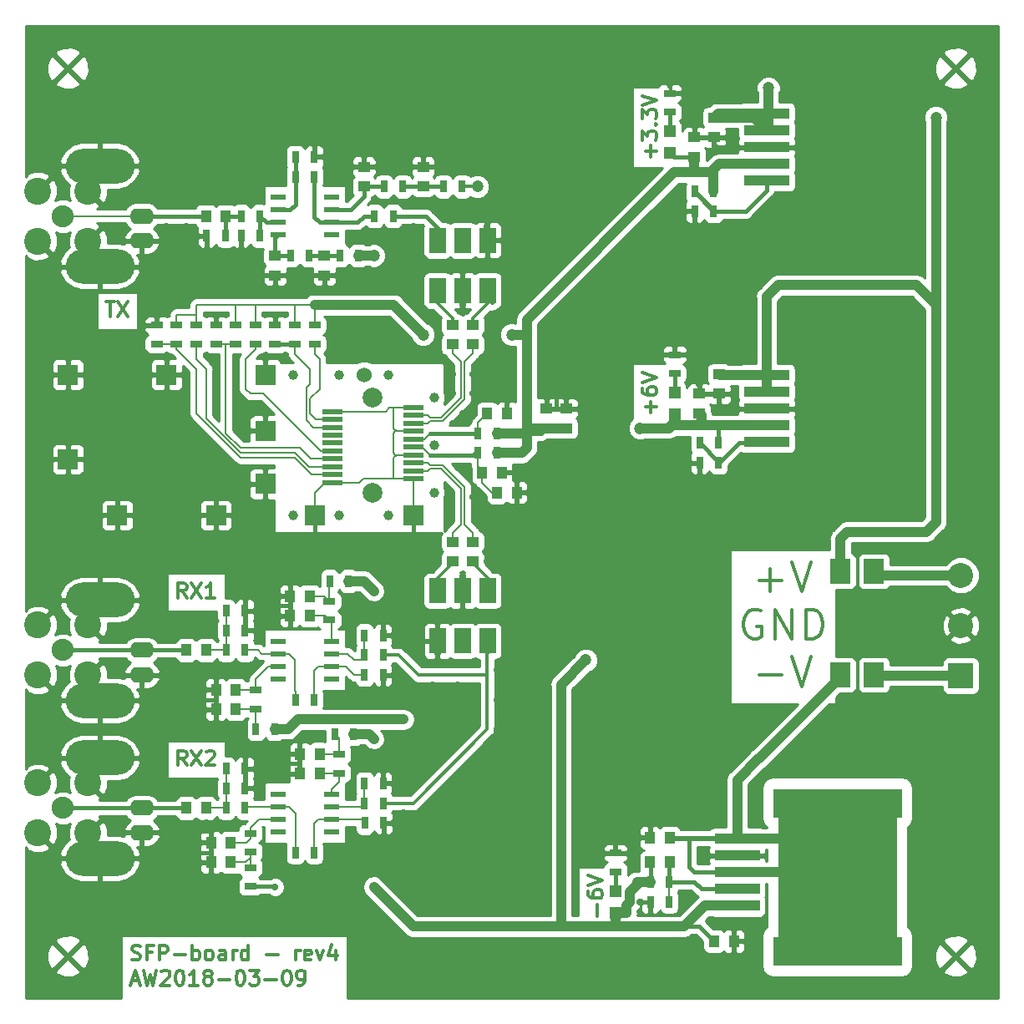
<source format=gbr>
G04 #@! TF.GenerationSoftware,KiCad,Pcbnew,5.0.1-33cea8e~68~ubuntu16.04.1*
G04 #@! TF.CreationDate,2018-10-24T20:06:13+03:00*
G04 #@! TF.ProjectId,sfp_v4,7366705F76342E6B696361645F706362,4*
G04 #@! TF.SameCoordinates,Original*
G04 #@! TF.FileFunction,Copper,L1,Top,Signal*
G04 #@! TF.FilePolarity,Positive*
%FSLAX46Y46*%
G04 Gerber Fmt 4.6, Leading zero omitted, Abs format (unit mm)*
G04 Created by KiCad (PCBNEW 5.0.1-33cea8e~68~ubuntu16.04.1) date Wed 24 Oct 2018 20:06:13 EEST*
%MOMM*%
%LPD*%
G01*
G04 APERTURE LIST*
G04 #@! TA.AperFunction,NonConductor*
%ADD10C,0.300000*%
G04 #@! TD*
G04 #@! TA.AperFunction,ViaPad*
%ADD11C,0.700000*%
G04 #@! TD*
G04 #@! TA.AperFunction,SMDPad,CuDef*
%ADD12R,1.651000X2.540000*%
G04 #@! TD*
G04 #@! TA.AperFunction,SMDPad,CuDef*
%ADD13R,2.000000X0.500000*%
G04 #@! TD*
G04 #@! TA.AperFunction,WasherPad*
%ADD14C,2.000000*%
G04 #@! TD*
G04 #@! TA.AperFunction,WasherPad*
%ADD15C,1.524000*%
G04 #@! TD*
G04 #@! TA.AperFunction,ComponentPad*
%ADD16R,2.000000X2.000000*%
G04 #@! TD*
G04 #@! TA.AperFunction,WasherPad*
%ADD17C,1.000000*%
G04 #@! TD*
G04 #@! TA.AperFunction,SMDPad,CuDef*
%ADD18R,1.250000X1.000000*%
G04 #@! TD*
G04 #@! TA.AperFunction,SMDPad,CuDef*
%ADD19R,1.000000X1.250000*%
G04 #@! TD*
G04 #@! TA.AperFunction,SMDPad,CuDef*
%ADD20R,1.200000X1.200000*%
G04 #@! TD*
G04 #@! TA.AperFunction,ComponentPad*
%ADD21O,7.000240X3.500120*%
G04 #@! TD*
G04 #@! TA.AperFunction,ComponentPad*
%ADD22O,2.499360X1.600200*%
G04 #@! TD*
G04 #@! TA.AperFunction,SMDPad,CuDef*
%ADD23R,1.300000X0.700000*%
G04 #@! TD*
G04 #@! TA.AperFunction,SMDPad,CuDef*
%ADD24R,0.700000X1.300000*%
G04 #@! TD*
G04 #@! TA.AperFunction,SMDPad,CuDef*
%ADD25R,1.550000X0.600000*%
G04 #@! TD*
G04 #@! TA.AperFunction,SMDPad,CuDef*
%ADD26R,4.600000X1.100000*%
G04 #@! TD*
G04 #@! TA.AperFunction,SMDPad,CuDef*
%ADD27R,9.400000X10.800000*%
G04 #@! TD*
G04 #@! TA.AperFunction,SMDPad,CuDef*
%ADD28R,2.000000X2.500000*%
G04 #@! TD*
G04 #@! TA.AperFunction,ComponentPad*
%ADD29C,2.740000*%
G04 #@! TD*
G04 #@! TA.AperFunction,ComponentPad*
%ADD30C,2.240000*%
G04 #@! TD*
G04 #@! TA.AperFunction,ComponentPad*
%ADD31R,2.540000X2.540000*%
G04 #@! TD*
G04 #@! TA.AperFunction,ComponentPad*
%ADD32C,2.540000*%
G04 #@! TD*
G04 #@! TA.AperFunction,SMDPad,CuDef*
%ADD33R,13.000000X3.000000*%
G04 #@! TD*
G04 #@! TA.AperFunction,ViaPad*
%ADD34C,1.200000*%
G04 #@! TD*
G04 #@! TA.AperFunction,Conductor*
%ADD35C,0.400000*%
G04 #@! TD*
G04 #@! TA.AperFunction,Conductor*
%ADD36C,0.200000*%
G04 #@! TD*
G04 #@! TA.AperFunction,Conductor*
%ADD37C,1.000000*%
G04 #@! TD*
G04 #@! TA.AperFunction,Conductor*
%ADD38C,0.350000*%
G04 #@! TD*
G04 #@! TA.AperFunction,Conductor*
%ADD39C,0.254000*%
G04 #@! TD*
G04 APERTURE END LIST*
D10*
X71480714Y-135332142D02*
X71695000Y-135403571D01*
X72052142Y-135403571D01*
X72195000Y-135332142D01*
X72266428Y-135260714D01*
X72337857Y-135117857D01*
X72337857Y-134975000D01*
X72266428Y-134832142D01*
X72195000Y-134760714D01*
X72052142Y-134689285D01*
X71766428Y-134617857D01*
X71623571Y-134546428D01*
X71552142Y-134475000D01*
X71480714Y-134332142D01*
X71480714Y-134189285D01*
X71552142Y-134046428D01*
X71623571Y-133975000D01*
X71766428Y-133903571D01*
X72123571Y-133903571D01*
X72337857Y-133975000D01*
X73480714Y-134617857D02*
X72980714Y-134617857D01*
X72980714Y-135403571D02*
X72980714Y-133903571D01*
X73695000Y-133903571D01*
X74266428Y-135403571D02*
X74266428Y-133903571D01*
X74837857Y-133903571D01*
X74980714Y-133975000D01*
X75052142Y-134046428D01*
X75123571Y-134189285D01*
X75123571Y-134403571D01*
X75052142Y-134546428D01*
X74980714Y-134617857D01*
X74837857Y-134689285D01*
X74266428Y-134689285D01*
X75766428Y-134832142D02*
X76909285Y-134832142D01*
X77623571Y-135403571D02*
X77623571Y-133903571D01*
X77623571Y-134475000D02*
X77766428Y-134403571D01*
X78052142Y-134403571D01*
X78195000Y-134475000D01*
X78266428Y-134546428D01*
X78337857Y-134689285D01*
X78337857Y-135117857D01*
X78266428Y-135260714D01*
X78195000Y-135332142D01*
X78052142Y-135403571D01*
X77766428Y-135403571D01*
X77623571Y-135332142D01*
X79195000Y-135403571D02*
X79052142Y-135332142D01*
X78980714Y-135260714D01*
X78909285Y-135117857D01*
X78909285Y-134689285D01*
X78980714Y-134546428D01*
X79052142Y-134475000D01*
X79195000Y-134403571D01*
X79409285Y-134403571D01*
X79552142Y-134475000D01*
X79623571Y-134546428D01*
X79695000Y-134689285D01*
X79695000Y-135117857D01*
X79623571Y-135260714D01*
X79552142Y-135332142D01*
X79409285Y-135403571D01*
X79195000Y-135403571D01*
X80980714Y-135403571D02*
X80980714Y-134617857D01*
X80909285Y-134475000D01*
X80766428Y-134403571D01*
X80480714Y-134403571D01*
X80337857Y-134475000D01*
X80980714Y-135332142D02*
X80837857Y-135403571D01*
X80480714Y-135403571D01*
X80337857Y-135332142D01*
X80266428Y-135189285D01*
X80266428Y-135046428D01*
X80337857Y-134903571D01*
X80480714Y-134832142D01*
X80837857Y-134832142D01*
X80980714Y-134760714D01*
X81695000Y-135403571D02*
X81695000Y-134403571D01*
X81695000Y-134689285D02*
X81766428Y-134546428D01*
X81837857Y-134475000D01*
X81980714Y-134403571D01*
X82123571Y-134403571D01*
X83266428Y-135403571D02*
X83266428Y-133903571D01*
X83266428Y-135332142D02*
X83123571Y-135403571D01*
X82837857Y-135403571D01*
X82695000Y-135332142D01*
X82623571Y-135260714D01*
X82552142Y-135117857D01*
X82552142Y-134689285D01*
X82623571Y-134546428D01*
X82695000Y-134475000D01*
X82837857Y-134403571D01*
X83123571Y-134403571D01*
X83266428Y-134475000D01*
X85123571Y-134832142D02*
X86266428Y-134832142D01*
X88123571Y-135403571D02*
X88123571Y-134403571D01*
X88123571Y-134689285D02*
X88195000Y-134546428D01*
X88266428Y-134475000D01*
X88409285Y-134403571D01*
X88552142Y-134403571D01*
X89623571Y-135332142D02*
X89480714Y-135403571D01*
X89195000Y-135403571D01*
X89052142Y-135332142D01*
X88980714Y-135189285D01*
X88980714Y-134617857D01*
X89052142Y-134475000D01*
X89195000Y-134403571D01*
X89480714Y-134403571D01*
X89623571Y-134475000D01*
X89695000Y-134617857D01*
X89695000Y-134760714D01*
X88980714Y-134903571D01*
X90195000Y-134403571D02*
X90552142Y-135403571D01*
X90909285Y-134403571D01*
X92123571Y-134403571D02*
X92123571Y-135403571D01*
X91766428Y-133832142D02*
X91409285Y-134903571D01*
X92337857Y-134903571D01*
X71480714Y-137525000D02*
X72195000Y-137525000D01*
X71337857Y-137953571D02*
X71837857Y-136453571D01*
X72337857Y-137953571D01*
X72695000Y-136453571D02*
X73052142Y-137953571D01*
X73337857Y-136882142D01*
X73623571Y-137953571D01*
X73980714Y-136453571D01*
X74480714Y-136596428D02*
X74552142Y-136525000D01*
X74695000Y-136453571D01*
X75052142Y-136453571D01*
X75195000Y-136525000D01*
X75266428Y-136596428D01*
X75337857Y-136739285D01*
X75337857Y-136882142D01*
X75266428Y-137096428D01*
X74409285Y-137953571D01*
X75337857Y-137953571D01*
X76266428Y-136453571D02*
X76409285Y-136453571D01*
X76552142Y-136525000D01*
X76623571Y-136596428D01*
X76695000Y-136739285D01*
X76766428Y-137025000D01*
X76766428Y-137382142D01*
X76695000Y-137667857D01*
X76623571Y-137810714D01*
X76552142Y-137882142D01*
X76409285Y-137953571D01*
X76266428Y-137953571D01*
X76123571Y-137882142D01*
X76052142Y-137810714D01*
X75980714Y-137667857D01*
X75909285Y-137382142D01*
X75909285Y-137025000D01*
X75980714Y-136739285D01*
X76052142Y-136596428D01*
X76123571Y-136525000D01*
X76266428Y-136453571D01*
X78195000Y-137953571D02*
X77337857Y-137953571D01*
X77766428Y-137953571D02*
X77766428Y-136453571D01*
X77623571Y-136667857D01*
X77480714Y-136810714D01*
X77337857Y-136882142D01*
X79052142Y-137096428D02*
X78909285Y-137025000D01*
X78837857Y-136953571D01*
X78766428Y-136810714D01*
X78766428Y-136739285D01*
X78837857Y-136596428D01*
X78909285Y-136525000D01*
X79052142Y-136453571D01*
X79337857Y-136453571D01*
X79480714Y-136525000D01*
X79552142Y-136596428D01*
X79623571Y-136739285D01*
X79623571Y-136810714D01*
X79552142Y-136953571D01*
X79480714Y-137025000D01*
X79337857Y-137096428D01*
X79052142Y-137096428D01*
X78909285Y-137167857D01*
X78837857Y-137239285D01*
X78766428Y-137382142D01*
X78766428Y-137667857D01*
X78837857Y-137810714D01*
X78909285Y-137882142D01*
X79052142Y-137953571D01*
X79337857Y-137953571D01*
X79480714Y-137882142D01*
X79552142Y-137810714D01*
X79623571Y-137667857D01*
X79623571Y-137382142D01*
X79552142Y-137239285D01*
X79480714Y-137167857D01*
X79337857Y-137096428D01*
X80266428Y-137382142D02*
X81409285Y-137382142D01*
X82409285Y-136453571D02*
X82552142Y-136453571D01*
X82695000Y-136525000D01*
X82766428Y-136596428D01*
X82837857Y-136739285D01*
X82909285Y-137025000D01*
X82909285Y-137382142D01*
X82837857Y-137667857D01*
X82766428Y-137810714D01*
X82695000Y-137882142D01*
X82552142Y-137953571D01*
X82409285Y-137953571D01*
X82266428Y-137882142D01*
X82195000Y-137810714D01*
X82123571Y-137667857D01*
X82052142Y-137382142D01*
X82052142Y-137025000D01*
X82123571Y-136739285D01*
X82195000Y-136596428D01*
X82266428Y-136525000D01*
X82409285Y-136453571D01*
X83409285Y-136453571D02*
X84337857Y-136453571D01*
X83837857Y-137025000D01*
X84052142Y-137025000D01*
X84195000Y-137096428D01*
X84266428Y-137167857D01*
X84337857Y-137310714D01*
X84337857Y-137667857D01*
X84266428Y-137810714D01*
X84195000Y-137882142D01*
X84052142Y-137953571D01*
X83623571Y-137953571D01*
X83480714Y-137882142D01*
X83409285Y-137810714D01*
X84980714Y-137382142D02*
X86123571Y-137382142D01*
X87123571Y-136453571D02*
X87266428Y-136453571D01*
X87409285Y-136525000D01*
X87480714Y-136596428D01*
X87552142Y-136739285D01*
X87623571Y-137025000D01*
X87623571Y-137382142D01*
X87552142Y-137667857D01*
X87480714Y-137810714D01*
X87409285Y-137882142D01*
X87266428Y-137953571D01*
X87123571Y-137953571D01*
X86980714Y-137882142D01*
X86909285Y-137810714D01*
X86837857Y-137667857D01*
X86766428Y-137382142D01*
X86766428Y-137025000D01*
X86837857Y-136739285D01*
X86909285Y-136596428D01*
X86980714Y-136525000D01*
X87123571Y-136453571D01*
X88337857Y-137953571D02*
X88623571Y-137953571D01*
X88766428Y-137882142D01*
X88837857Y-137810714D01*
X88980714Y-137596428D01*
X89052142Y-137310714D01*
X89052142Y-136739285D01*
X88980714Y-136596428D01*
X88909285Y-136525000D01*
X88766428Y-136453571D01*
X88480714Y-136453571D01*
X88337857Y-136525000D01*
X88266428Y-136596428D01*
X88195000Y-136739285D01*
X88195000Y-137096428D01*
X88266428Y-137239285D01*
X88337857Y-137310714D01*
X88480714Y-137382142D01*
X88766428Y-137382142D01*
X88909285Y-137310714D01*
X88980714Y-137239285D01*
X89052142Y-137096428D01*
X135071428Y-96914285D02*
X137357142Y-96914285D01*
X136214285Y-98057142D02*
X136214285Y-95771428D01*
X138357142Y-95057142D02*
X139357142Y-98057142D01*
X140357142Y-95057142D01*
X135214285Y-100000000D02*
X134928571Y-99857142D01*
X134500000Y-99857142D01*
X134071428Y-100000000D01*
X133785714Y-100285714D01*
X133642857Y-100571428D01*
X133500000Y-101142857D01*
X133500000Y-101571428D01*
X133642857Y-102142857D01*
X133785714Y-102428571D01*
X134071428Y-102714285D01*
X134500000Y-102857142D01*
X134785714Y-102857142D01*
X135214285Y-102714285D01*
X135357142Y-102571428D01*
X135357142Y-101571428D01*
X134785714Y-101571428D01*
X136642857Y-102857142D02*
X136642857Y-99857142D01*
X138357142Y-102857142D01*
X138357142Y-99857142D01*
X139785714Y-102857142D02*
X139785714Y-99857142D01*
X140500000Y-99857142D01*
X140928571Y-100000000D01*
X141214285Y-100285714D01*
X141357142Y-100571428D01*
X141500000Y-101142857D01*
X141500000Y-101571428D01*
X141357142Y-102142857D01*
X141214285Y-102428571D01*
X140928571Y-102714285D01*
X140500000Y-102857142D01*
X139785714Y-102857142D01*
X135071428Y-106514285D02*
X137357142Y-106514285D01*
X138357142Y-104657142D02*
X139357142Y-107657142D01*
X140357142Y-104657142D01*
X77035714Y-115678571D02*
X76535714Y-114964285D01*
X76178571Y-115678571D02*
X76178571Y-114178571D01*
X76750000Y-114178571D01*
X76892857Y-114250000D01*
X76964285Y-114321428D01*
X77035714Y-114464285D01*
X77035714Y-114678571D01*
X76964285Y-114821428D01*
X76892857Y-114892857D01*
X76750000Y-114964285D01*
X76178571Y-114964285D01*
X77535714Y-114178571D02*
X78535714Y-115678571D01*
X78535714Y-114178571D02*
X77535714Y-115678571D01*
X79035714Y-114321428D02*
X79107142Y-114250000D01*
X79250000Y-114178571D01*
X79607142Y-114178571D01*
X79750000Y-114250000D01*
X79821428Y-114321428D01*
X79892857Y-114464285D01*
X79892857Y-114607142D01*
X79821428Y-114821428D01*
X78964285Y-115678571D01*
X79892857Y-115678571D01*
X77035714Y-98678571D02*
X76535714Y-97964285D01*
X76178571Y-98678571D02*
X76178571Y-97178571D01*
X76750000Y-97178571D01*
X76892857Y-97250000D01*
X76964285Y-97321428D01*
X77035714Y-97464285D01*
X77035714Y-97678571D01*
X76964285Y-97821428D01*
X76892857Y-97892857D01*
X76750000Y-97964285D01*
X76178571Y-97964285D01*
X77535714Y-97178571D02*
X78535714Y-98678571D01*
X78535714Y-97178571D02*
X77535714Y-98678571D01*
X79892857Y-98678571D02*
X79035714Y-98678571D01*
X79464285Y-98678571D02*
X79464285Y-97178571D01*
X79321428Y-97392857D01*
X79178571Y-97535714D01*
X79035714Y-97607142D01*
X68857142Y-68678571D02*
X69714285Y-68678571D01*
X69285714Y-70178571D02*
X69285714Y-68678571D01*
X70071428Y-68678571D02*
X71071428Y-70178571D01*
X71071428Y-68678571D02*
X70071428Y-70178571D01*
X124107142Y-79928571D02*
X124107142Y-78785714D01*
X124678571Y-79357142D02*
X123535714Y-79357142D01*
X123178571Y-77428571D02*
X123178571Y-77714285D01*
X123250000Y-77857142D01*
X123321428Y-77928571D01*
X123535714Y-78071428D01*
X123821428Y-78142857D01*
X124392857Y-78142857D01*
X124535714Y-78071428D01*
X124607142Y-78000000D01*
X124678571Y-77857142D01*
X124678571Y-77571428D01*
X124607142Y-77428571D01*
X124535714Y-77357142D01*
X124392857Y-77285714D01*
X124035714Y-77285714D01*
X123892857Y-77357142D01*
X123821428Y-77428571D01*
X123750000Y-77571428D01*
X123750000Y-77857142D01*
X123821428Y-78000000D01*
X123892857Y-78071428D01*
X124035714Y-78142857D01*
X123178571Y-76857142D02*
X124678571Y-76357142D01*
X123178571Y-75857142D01*
X124107142Y-54000000D02*
X124107142Y-52857142D01*
X124678571Y-53428571D02*
X123535714Y-53428571D01*
X123178571Y-52285714D02*
X123178571Y-51357142D01*
X123750000Y-51857142D01*
X123750000Y-51642857D01*
X123821428Y-51500000D01*
X123892857Y-51428571D01*
X124035714Y-51357142D01*
X124392857Y-51357142D01*
X124535714Y-51428571D01*
X124607142Y-51500000D01*
X124678571Y-51642857D01*
X124678571Y-52071428D01*
X124607142Y-52214285D01*
X124535714Y-52285714D01*
X124535714Y-50714285D02*
X124607142Y-50642857D01*
X124678571Y-50714285D01*
X124607142Y-50785714D01*
X124535714Y-50714285D01*
X124678571Y-50714285D01*
X123178571Y-50142857D02*
X123178571Y-49214285D01*
X123750000Y-49714285D01*
X123750000Y-49500000D01*
X123821428Y-49357142D01*
X123892857Y-49285714D01*
X124035714Y-49214285D01*
X124392857Y-49214285D01*
X124535714Y-49285714D01*
X124607142Y-49357142D01*
X124678571Y-49500000D01*
X124678571Y-49928571D01*
X124607142Y-50071428D01*
X124535714Y-50142857D01*
X123178571Y-48785714D02*
X124678571Y-48285714D01*
X123178571Y-47785714D01*
X118607142Y-130928571D02*
X118607142Y-129785714D01*
X117678571Y-128428571D02*
X117678571Y-128714285D01*
X117750000Y-128857142D01*
X117821428Y-128928571D01*
X118035714Y-129071428D01*
X118321428Y-129142857D01*
X118892857Y-129142857D01*
X119035714Y-129071428D01*
X119107142Y-129000000D01*
X119178571Y-128857142D01*
X119178571Y-128571428D01*
X119107142Y-128428571D01*
X119035714Y-128357142D01*
X118892857Y-128285714D01*
X118535714Y-128285714D01*
X118392857Y-128357142D01*
X118321428Y-128428571D01*
X118250000Y-128571428D01*
X118250000Y-128857142D01*
X118321428Y-129000000D01*
X118392857Y-129071428D01*
X118535714Y-129142857D01*
X117678571Y-127857142D02*
X119178571Y-127357142D01*
X117678571Y-126857142D01*
D11*
G04 #@! TO.N,GND*
G04 #@! TO.C,VIA*
X80000000Y-75500000D03*
G04 #@! TD*
G04 #@! TO.N,GND*
G04 #@! TO.C,VIA*
X80000000Y-80000000D03*
G04 #@! TD*
G04 #@! TO.N,GND*
G04 #@! TO.C,VIA*
X80000000Y-95000000D03*
G04 #@! TD*
G04 #@! TO.N,GND*
G04 #@! TO.C,VIA*
X85000000Y-95000000D03*
G04 #@! TD*
G04 #@! TO.N,GND*
G04 #@! TO.C,VIA*
X90000000Y-95000000D03*
G04 #@! TD*
G04 #@! TO.N,GND*
G04 #@! TO.C,VIA*
X95000000Y-95000000D03*
G04 #@! TD*
G04 #@! TO.N,GND*
G04 #@! TO.C,VIA*
X85000000Y-130000000D03*
G04 #@! TD*
G04 #@! TO.N,GND*
G04 #@! TO.C,VIA*
X92500000Y-126500000D03*
G04 #@! TD*
G04 #@! TO.N,GND*
G04 #@! TO.C,VIA*
X105000000Y-120000000D03*
G04 #@! TD*
G04 #@! TO.N,GND*
G04 #@! TO.C,VIA*
X105000000Y-125000000D03*
G04 #@! TD*
G04 #@! TO.N,GND*
G04 #@! TO.C,VIA*
X110000000Y-115000000D03*
G04 #@! TD*
G04 #@! TO.N,GND*
G04 #@! TO.C,VIA*
X125000000Y-115000000D03*
G04 #@! TD*
G04 #@! TO.N,GND*
G04 #@! TO.C,VIA*
X115000000Y-105000000D03*
G04 #@! TD*
G04 #@! TO.N,GND*
G04 #@! TO.C,VIA*
X115000000Y-100000000D03*
G04 #@! TD*
G04 #@! TO.N,GND*
G04 #@! TO.C,VIA*
X115000000Y-90000000D03*
G04 #@! TD*
G04 #@! TO.N,GND*
G04 #@! TO.C,VIA*
X120000000Y-85000000D03*
G04 #@! TD*
G04 #@! TO.N,GND*
G04 #@! TO.C,VIA*
X115000000Y-85000000D03*
G04 #@! TD*
G04 #@! TO.N,GND*
G04 #@! TO.C,VIA*
X95000000Y-72000000D03*
G04 #@! TD*
G04 #@! TO.N,GND*
G04 #@! TO.C,VIA*
X115000000Y-75000000D03*
G04 #@! TD*
G04 #@! TO.N,GND*
G04 #@! TO.C,VIA*
X110000000Y-60000000D03*
G04 #@! TD*
G04 #@! TO.N,GND*
G04 #@! TO.C,VIA*
X113500000Y-63500000D03*
G04 #@! TD*
G04 #@! TO.N,GND*
G04 #@! TO.C,VIA*
X116500000Y-60000000D03*
G04 #@! TD*
G04 #@! TO.N,GND*
G04 #@! TO.C,VIA*
X110000000Y-55000000D03*
G04 #@! TD*
G04 #@! TO.N,GND*
G04 #@! TO.C,VIA*
X115000000Y-55000000D03*
G04 #@! TD*
G04 #@! TO.N,GND*
G04 #@! TO.C,VIA*
X120000000Y-80000000D03*
G04 #@! TD*
G04 #@! TO.N,GND*
G04 #@! TO.C,VIA*
X120000000Y-75000000D03*
G04 #@! TD*
G04 #@! TO.N,GND*
G04 #@! TO.C,VIA*
X65000000Y-70000000D03*
G04 #@! TD*
G04 #@! TO.N,GND*
G04 #@! TO.C,VIA*
X65000000Y-90000000D03*
G04 #@! TD*
G04 #@! TO.N,GND*
G04 #@! TO.C,VIA*
X70000000Y-85000000D03*
G04 #@! TD*
G04 #@! TO.N,GND*
G04 #@! TO.C,VIA*
X75000000Y-80000000D03*
G04 #@! TD*
G04 #@! TO.N,GND*
G04 #@! TO.C,VIA*
X75000000Y-85000000D03*
G04 #@! TD*
G04 #@! TO.N,GND*
G04 #@! TO.C,VIA*
X80000000Y-85000000D03*
G04 #@! TD*
G04 #@! TO.N,GND*
G04 #@! TO.C,VIA*
X100000000Y-125000000D03*
G04 #@! TD*
G04 #@! TO.N,GND*
G04 #@! TO.C,VIA*
X110000000Y-120000000D03*
G04 #@! TD*
G04 #@! TO.N,GND*
G04 #@! TO.C,VIA*
X130000000Y-45000000D03*
G04 #@! TD*
G04 #@! TO.N,GND*
G04 #@! TO.C,VIA*
X70000000Y-45000000D03*
G04 #@! TD*
G04 #@! TO.N,GND*
G04 #@! TO.C,VIA*
X80000000Y-45000000D03*
G04 #@! TD*
G04 #@! TO.N,GND*
G04 #@! TO.C,VIA*
X90000000Y-45000000D03*
G04 #@! TD*
G04 #@! TO.N,GND*
G04 #@! TO.C,VIA*
X100000000Y-45000000D03*
G04 #@! TD*
G04 #@! TO.N,GND*
G04 #@! TO.C,VIA*
X110000000Y-45000000D03*
G04 #@! TD*
G04 #@! TO.N,GND*
G04 #@! TO.C,VIA*
X120000000Y-45000000D03*
G04 #@! TD*
G04 #@! TO.N,GND*
G04 #@! TO.C,VIA*
X155000000Y-55000000D03*
G04 #@! TD*
G04 #@! TO.N,GND*
G04 #@! TO.C,VIA*
X155000000Y-65000000D03*
G04 #@! TD*
G04 #@! TO.N,GND*
G04 #@! TO.C,VIA*
X155000000Y-75000000D03*
G04 #@! TD*
G04 #@! TO.N,GND*
G04 #@! TO.C,VIA*
X155000000Y-85000000D03*
G04 #@! TD*
G04 #@! TO.N,GND*
G04 #@! TO.C,VIA*
X130000000Y-65000000D03*
G04 #@! TD*
G04 #@! TO.N,GND*
G04 #@! TO.C,VIA*
X120000000Y-70000000D03*
G04 #@! TD*
G04 #@! TO.N,GND*
G04 #@! TO.C,VIA*
X125000000Y-95000000D03*
G04 #@! TD*
G04 #@! TO.N,GND*
G04 #@! TO.C,VIA*
X110000000Y-95000000D03*
G04 #@! TD*
G04 #@! TO.N,GND*
G04 #@! TO.C,VIA*
X115000000Y-95000000D03*
G04 #@! TD*
G04 #@! TO.N,GND*
G04 #@! TO.C,VIA*
X155000000Y-115000000D03*
G04 #@! TD*
G04 #@! TO.N,GND*
G04 #@! TO.C,VIA*
X155000000Y-125000000D03*
G04 #@! TD*
G04 #@! TO.N,GND*
G04 #@! TO.C,VIA*
X120000000Y-135000000D03*
G04 #@! TD*
G04 #@! TO.N,GND*
G04 #@! TO.C,VIA*
X110000000Y-135000000D03*
G04 #@! TD*
G04 #@! TO.N,GND*
G04 #@! TO.C,VIA*
X100000000Y-135000000D03*
G04 #@! TD*
G04 #@! TO.N,GND*
G04 #@! TO.C,VIA*
X105000000Y-130000000D03*
G04 #@! TD*
G04 #@! TO.N,GND*
G04 #@! TO.C,VIA*
X110000000Y-125000000D03*
G04 #@! TD*
G04 #@! TO.N,GND*
G04 #@! TO.C,VIA*
X120000000Y-55000000D03*
G04 #@! TD*
G04 #@! TO.N,GND*
G04 #@! TO.C,VIA*
X125000000Y-65000000D03*
G04 #@! TD*
G04 #@! TO.N,GND*
G04 #@! TO.C,VIA*
X70000000Y-50000000D03*
G04 #@! TD*
G04 #@! TO.N,GND*
G04 #@! TO.C,VIA*
X80000000Y-50000000D03*
G04 #@! TD*
G04 #@! TO.N,GND*
G04 #@! TO.C,VIA*
X90000000Y-50000000D03*
G04 #@! TD*
G04 #@! TO.N,GND*
G04 #@! TO.C,VIA*
X100000000Y-50000000D03*
G04 #@! TD*
G04 #@! TO.N,GND*
G04 #@! TO.C,VIA*
X110000000Y-50000000D03*
G04 #@! TD*
G04 #@! TO.N,GND*
G04 #@! TO.C,VIA*
X120000000Y-50000000D03*
G04 #@! TD*
G04 #@! TO.N,GND*
G04 #@! TO.C,VIA*
X70000000Y-80000000D03*
G04 #@! TD*
G04 #@! TO.N,GND*
G04 #@! TO.C,VIA*
X70000000Y-130000000D03*
G04 #@! TD*
G04 #@! TO.N,GND*
G04 #@! TO.C,VIA*
X80000000Y-130000000D03*
G04 #@! TD*
G04 #@! TO.N,GND*
G04 #@! TO.C,VIA*
X150000000Y-110000000D03*
G04 #@! TD*
G04 #@! TO.N,GND*
G04 #@! TO.C,VIA*
X130000000Y-70000000D03*
G04 #@! TD*
G04 #@! TO.N,GND*
G04 #@! TO.C,VIA*
X120000000Y-90000000D03*
G04 #@! TD*
G04 #@! TO.N,GND*
G04 #@! TO.C,VIA*
X130000000Y-90000000D03*
G04 #@! TD*
G04 #@! TO.N,GND*
G04 #@! TO.C,VIA*
X120000000Y-100000000D03*
G04 #@! TD*
G04 #@! TO.N,GND*
G04 #@! TO.C,VIA*
X130000000Y-100000000D03*
G04 #@! TD*
G04 #@! TO.N,GND*
G04 #@! TO.C,VIA*
X130000000Y-120000000D03*
G04 #@! TD*
G04 #@! TO.N,GND*
G04 #@! TO.C,VIA*
X120000000Y-120000000D03*
G04 #@! TD*
G04 #@! TO.N,GND*
G04 #@! TO.C,VIA*
X130000000Y-110000000D03*
G04 #@! TD*
G04 #@! TO.N,GND*
G04 #@! TO.C,VIA*
X120000000Y-110000000D03*
G04 #@! TD*
G04 #@! TO.N,GND*
G04 #@! TO.C,VIA*
X75500000Y-102000000D03*
G04 #@! TD*
G04 #@! TO.N,GND*
G04 #@! TO.C,VIA*
X79000000Y-102000000D03*
G04 #@! TD*
G04 #@! TO.N,GND*
G04 #@! TO.C,VIA*
X83500000Y-106000000D03*
G04 #@! TD*
G04 #@! TO.N,GND*
G04 #@! TO.C,VIA*
X79500000Y-106000000D03*
G04 #@! TD*
G04 #@! TO.N,GND*
G04 #@! TO.C,VIA*
X76500000Y-106000000D03*
G04 #@! TD*
G04 #@! TO.N,GND*
G04 #@! TO.C,VIA*
X79000000Y-118000000D03*
G04 #@! TD*
G04 #@! TO.N,GND*
G04 #@! TO.C,VIA*
X76000000Y-118000000D03*
G04 #@! TD*
G04 #@! TO.N,GND*
G04 #@! TO.C,VIA*
X76000000Y-121500000D03*
G04 #@! TD*
G04 #@! TO.N,GND*
G04 #@! TO.C,VIA*
X79000000Y-121500000D03*
G04 #@! TD*
G04 #@! TO.N,GND*
G04 #@! TO.C,VIA*
X99000000Y-103500000D03*
G04 #@! TD*
G04 #@! TO.N,GND*
G04 #@! TO.C,VIA*
X105000000Y-105500000D03*
G04 #@! TD*
G04 #@! TO.N,GND*
G04 #@! TO.C,VIA*
X100500000Y-105000000D03*
G04 #@! TD*
G04 #@! TO.N,GND*
G04 #@! TO.C,VIA*
X100000000Y-107500000D03*
G04 #@! TD*
G04 #@! TO.N,GND*
G04 #@! TO.C,VIA*
X102000000Y-107500000D03*
G04 #@! TD*
G04 #@! TO.N,GND*
G04 #@! TO.C,VIA*
X104500000Y-107500000D03*
G04 #@! TD*
G04 #@! TO.N,GND*
G04 #@! TO.C,VIA*
X106500000Y-108000000D03*
G04 #@! TD*
G04 #@! TO.N,GND*
G04 #@! TO.C,VIA*
X106500000Y-109500000D03*
G04 #@! TD*
G04 #@! TO.N,GND*
G04 #@! TO.C,VIA*
X106000000Y-112000000D03*
G04 #@! TD*
G04 #@! TO.N,GND*
G04 #@! TO.C,VIA*
X105000000Y-113000000D03*
G04 #@! TD*
G04 #@! TO.N,GND*
G04 #@! TO.C,VIA*
X103500000Y-114500000D03*
G04 #@! TD*
G04 #@! TO.N,GND*
G04 #@! TO.C,VIA*
X102000000Y-116000000D03*
G04 #@! TD*
G04 #@! TO.N,GND*
G04 #@! TO.C,VIA*
X100500000Y-117500000D03*
G04 #@! TD*
G04 #@! TO.N,GND*
G04 #@! TO.C,VIA*
X99000000Y-118500000D03*
G04 #@! TD*
G04 #@! TO.N,GND*
G04 #@! TO.C,VIA*
X99000000Y-120500000D03*
G04 #@! TD*
G04 #@! TO.N,GND*
G04 #@! TO.C,VIA*
X100500000Y-120500000D03*
G04 #@! TD*
G04 #@! TO.N,GND*
G04 #@! TO.C,VIA*
X102000000Y-119000000D03*
G04 #@! TD*
G04 #@! TO.N,GND*
G04 #@! TO.C,VIA*
X103500000Y-117500000D03*
G04 #@! TD*
G04 #@! TO.N,GND*
G04 #@! TO.C,VIA*
X105000000Y-116000000D03*
G04 #@! TD*
G04 #@! TO.N,GND*
G04 #@! TO.C,VIA*
X107000000Y-114000000D03*
G04 #@! TD*
G04 #@! TO.N,GND*
G04 #@! TO.C,VIA*
X108500000Y-112000000D03*
G04 #@! TD*
G04 #@! TO.N,GND*
G04 #@! TO.C,VIA*
X108500000Y-109000000D03*
G04 #@! TD*
G04 #@! TO.N,GND*
G04 #@! TO.C,VIA*
X108500000Y-106000000D03*
G04 #@! TD*
G04 #@! TO.N,GND*
G04 #@! TO.C,VIA*
X102000000Y-95000000D03*
G04 #@! TD*
G04 #@! TO.N,GND*
G04 #@! TO.C,VIA*
X107500000Y-95000000D03*
G04 #@! TD*
G04 #@! TO.N,GND*
G04 #@! TO.C,VIA*
X106000000Y-88500000D03*
G04 #@! TD*
G04 #@! TO.N,GND*
G04 #@! TO.C,VIA*
X106500000Y-91000000D03*
G04 #@! TD*
G04 #@! TO.N,GND*
G04 #@! TO.C,VIA*
X103500000Y-91000000D03*
G04 #@! TD*
G04 #@! TO.N,GND*
G04 #@! TO.C,VIA*
X103500000Y-88000000D03*
G04 #@! TD*
G04 #@! TO.N,GND*
G04 #@! TO.C,VIA*
X104500000Y-85500000D03*
G04 #@! TD*
G04 #@! TO.N,GND*
G04 #@! TO.C,VIA*
X104000000Y-81000000D03*
G04 #@! TD*
G04 #@! TO.N,GND*
G04 #@! TO.C,VIA*
X105000000Y-80000000D03*
G04 #@! TD*
G04 #@! TO.N,GND*
G04 #@! TO.C,VIA*
X106000000Y-78000000D03*
G04 #@! TD*
G04 #@! TO.N,GND*
G04 #@! TO.C,VIA*
X104000000Y-78000000D03*
G04 #@! TD*
G04 #@! TO.N,GND*
G04 #@! TO.C,VIA*
X104000000Y-76000000D03*
G04 #@! TD*
G04 #@! TO.N,GND*
G04 #@! TO.C,VIA*
X106000000Y-76000000D03*
G04 #@! TD*
G04 #@! TO.N,GND*
G04 #@! TO.C,VIA*
X107500000Y-74000000D03*
G04 #@! TD*
G04 #@! TO.N,GND*
G04 #@! TO.C,VIA*
X102500000Y-74000000D03*
G04 #@! TD*
G04 #@! TO.N,GND*
G04 #@! TO.C,VIA*
X105000000Y-60000000D03*
G04 #@! TD*
G04 #@! TO.N,GND*
G04 #@! TO.C,VIA*
X102500000Y-59500000D03*
G04 #@! TD*
G04 #@! TO.N,GND*
G04 #@! TO.C,VIA*
X100000000Y-59000000D03*
G04 #@! TD*
G04 #@! TO.N,GND*
G04 #@! TO.C,VIA*
X100000000Y-61000000D03*
G04 #@! TD*
G04 #@! TO.N,GND*
G04 #@! TO.C,VIA*
X98000000Y-62000000D03*
G04 #@! TD*
G04 #@! TO.N,GND*
G04 #@! TO.C,VIA*
X96000000Y-62000000D03*
G04 #@! TD*
G04 #@! TO.N,GND*
G04 #@! TO.C,VIA*
X93500000Y-62000000D03*
G04 #@! TD*
G04 #@! TO.N,GND*
G04 #@! TO.C,VIA*
X93500000Y-57500000D03*
G04 #@! TD*
G04 #@! TO.N,GND*
G04 #@! TO.C,VIA*
X91500000Y-56000000D03*
G04 #@! TD*
G04 #@! TO.N,GND*
G04 #@! TO.C,VIA*
X90000000Y-52000000D03*
G04 #@! TD*
G04 #@! TO.N,GND*
G04 #@! TO.C,VIA*
X88000000Y-52000000D03*
G04 #@! TD*
G04 #@! TO.N,GND*
G04 #@! TO.C,VIA*
X86500000Y-54000000D03*
G04 #@! TD*
G04 #@! TO.N,GND*
G04 #@! TO.C,VIA*
X85500000Y-56000000D03*
G04 #@! TD*
G04 #@! TO.N,GND*
G04 #@! TO.C,VIA*
X84000000Y-58000000D03*
G04 #@! TD*
G04 #@! TO.N,GND*
G04 #@! TO.C,VIA*
X81500000Y-58000000D03*
G04 #@! TD*
G04 #@! TO.N,GND*
G04 #@! TO.C,VIA*
X79000000Y-58000000D03*
G04 #@! TD*
G04 #@! TO.N,GND*
G04 #@! TO.C,VIA*
X70000000Y-61000000D03*
G04 #@! TD*
G04 #@! TO.N,GND*
G04 #@! TO.C,VIA*
X70000000Y-59000000D03*
G04 #@! TD*
G04 #@! TO.N,GND*
G04 #@! TO.C,VIA*
X75000000Y-59000000D03*
G04 #@! TD*
G04 #@! TO.N,GND*
G04 #@! TO.C,VIA*
X77000000Y-59000000D03*
G04 #@! TD*
G04 #@! TO.N,GND*
G04 #@! TO.C,VIA*
X77000000Y-61000000D03*
G04 #@! TD*
G04 #@! TO.N,GND*
G04 #@! TO.C,VIA*
X75000000Y-61000000D03*
G04 #@! TD*
G04 #@! TO.N,GND*
G04 #@! TO.C,VIA*
X123000000Y-123000000D03*
G04 #@! TD*
G04 #@! TO.N,GND*
G04 #@! TO.C,VIA*
X120500000Y-123500000D03*
G04 #@! TD*
G04 #@! TO.N,GND*
G04 #@! TO.C,VIA*
X98000000Y-106500000D03*
G04 #@! TD*
G04 #@! TO.N,GND*
G04 #@! TO.C,VIA*
X98000000Y-121500000D03*
G04 #@! TD*
G04 #@! TO.N,GND*
G04 #@! TO.C,VIA*
X84000000Y-118000000D03*
G04 #@! TD*
G04 #@! TO.N,GND*
G04 #@! TO.C,VIA*
X84000000Y-100000000D03*
G04 #@! TD*
G04 #@! TO.N,GND*
G04 #@! TO.C,VIA*
X84000000Y-102000000D03*
G04 #@! TD*
G04 #@! TO.N,GND*
G04 #@! TO.C,VIA*
X84000000Y-116000000D03*
G04 #@! TD*
G04 #@! TO.N,GND*
G04 #@! TO.C,VIA*
X105000000Y-96500000D03*
G04 #@! TD*
G04 #@! TO.N,GND*
G04 #@! TO.C,VIA*
X102460000Y-104310000D03*
G04 #@! TD*
G04 #@! TO.N,GND*
G04 #@! TO.C,VIA*
X102500000Y-100500000D03*
G04 #@! TD*
G04 #@! TO.N,GND*
G04 #@! TO.C,VIA*
X107500000Y-100500000D03*
G04 #@! TD*
G04 #@! TO.N,GND*
G04 #@! TO.C,VIA*
X105000000Y-100500000D03*
G04 #@! TD*
G04 #@! TO.N,GND*
G04 #@! TO.C,VIA*
X126000000Y-46500000D03*
G04 #@! TD*
G04 #@! TO.N,GND*
G04 #@! TO.C,VIA*
X128500000Y-50500000D03*
G04 #@! TD*
G04 #@! TO.N,GND*
G04 #@! TO.C,VIA*
X127500000Y-59500000D03*
G04 #@! TD*
G04 #@! TO.N,GND*
G04 #@! TO.C,VIA*
X128000000Y-85000000D03*
G04 #@! TD*
G04 #@! TO.N,GND*
G04 #@! TO.C,VIA*
X131000000Y-79500000D03*
G04 #@! TD*
G04 #@! TO.N,GND*
G04 #@! TO.C,VIA*
X129000000Y-77000000D03*
G04 #@! TD*
G04 #@! TO.N,GND*
G04 #@! TO.C,VIA*
X126500000Y-73000000D03*
G04 #@! TD*
G04 #@! TO.N,GND*
G04 #@! TO.C,VIA*
X147500000Y-77500000D03*
G04 #@! TD*
G04 #@! TO.N,GND*
G04 #@! TO.C,VIA*
X145000000Y-77500000D03*
G04 #@! TD*
G04 #@! TO.N,GND*
G04 #@! TO.C,VIA*
X142500000Y-77500000D03*
G04 #@! TD*
G04 #@! TO.N,GND*
G04 #@! TO.C,VIA*
X142500000Y-80000000D03*
G04 #@! TD*
G04 #@! TO.N,GND*
G04 #@! TO.C,VIA*
X145000000Y-80000000D03*
G04 #@! TD*
G04 #@! TO.N,GND*
G04 #@! TO.C,VIA*
X147500000Y-80000000D03*
G04 #@! TD*
G04 #@! TO.N,GND*
G04 #@! TO.C,VIA*
X147500000Y-82500000D03*
G04 #@! TD*
G04 #@! TO.N,GND*
G04 #@! TO.C,VIA*
X145000000Y-82500000D03*
G04 #@! TD*
G04 #@! TO.N,GND*
G04 #@! TO.C,VIA*
X142500000Y-82500000D03*
G04 #@! TD*
G04 #@! TO.N,GND*
G04 #@! TO.C,VIA*
X137500000Y-87500000D03*
G04 #@! TD*
G04 #@! TO.N,GND*
G04 #@! TO.C,VIA*
X140000000Y-87500000D03*
G04 #@! TD*
G04 #@! TO.N,GND*
G04 #@! TO.C,VIA*
X142500000Y-87500000D03*
G04 #@! TD*
G04 #@! TO.N,GND*
G04 #@! TO.C,VIA*
X145000000Y-87500000D03*
G04 #@! TD*
G04 #@! TO.N,GND*
G04 #@! TO.C,VIA*
X147500000Y-87500000D03*
G04 #@! TD*
G04 #@! TO.N,GND*
G04 #@! TO.C,VIA*
X150000000Y-87500000D03*
G04 #@! TD*
G04 #@! TO.N,GND*
G04 #@! TO.C,VIA*
X150000000Y-72500000D03*
G04 #@! TD*
G04 #@! TO.N,GND*
G04 #@! TO.C,VIA*
X147500000Y-72500000D03*
G04 #@! TD*
G04 #@! TO.N,GND*
G04 #@! TO.C,VIA*
X145000000Y-72500000D03*
G04 #@! TD*
G04 #@! TO.N,GND*
G04 #@! TO.C,VIA*
X142500000Y-72500000D03*
G04 #@! TD*
G04 #@! TO.N,GND*
G04 #@! TO.C,VIA*
X140000000Y-72500000D03*
G04 #@! TD*
G04 #@! TO.N,GND*
G04 #@! TO.C,VIA*
X137500000Y-72500000D03*
G04 #@! TD*
G04 #@! TO.N,GND*
G04 #@! TO.C,VIA*
X137500000Y-45000000D03*
G04 #@! TD*
G04 #@! TO.N,GND*
G04 #@! TO.C,VIA*
X140000000Y-45000000D03*
G04 #@! TD*
G04 #@! TO.N,GND*
G04 #@! TO.C,VIA*
X142500000Y-45000000D03*
G04 #@! TD*
G04 #@! TO.N,GND*
G04 #@! TO.C,VIA*
X145000000Y-45000000D03*
G04 #@! TD*
G04 #@! TO.N,GND*
G04 #@! TO.C,VIA*
X147500000Y-45000000D03*
G04 #@! TD*
G04 #@! TO.N,GND*
G04 #@! TO.C,VIA*
X150000000Y-45000000D03*
G04 #@! TD*
G04 #@! TO.N,GND*
G04 #@! TO.C,VIA*
X150000000Y-60000000D03*
G04 #@! TD*
G04 #@! TO.N,GND*
G04 #@! TO.C,VIA*
X147500000Y-60000000D03*
G04 #@! TD*
G04 #@! TO.N,GND*
G04 #@! TO.C,VIA*
X145000000Y-60000000D03*
G04 #@! TD*
G04 #@! TO.N,GND*
G04 #@! TO.C,VIA*
X142500000Y-60000000D03*
G04 #@! TD*
G04 #@! TO.N,GND*
G04 #@! TO.C,VIA*
X140000000Y-60000000D03*
G04 #@! TD*
G04 #@! TO.N,GND*
G04 #@! TO.C,VIA*
X137500000Y-60000000D03*
G04 #@! TD*
G04 #@! TO.N,GND*
G04 #@! TO.C,VIA*
X142500000Y-57500000D03*
G04 #@! TD*
G04 #@! TO.N,GND*
G04 #@! TO.C,VIA*
X142500000Y-55000000D03*
G04 #@! TD*
G04 #@! TO.N,GND*
G04 #@! TO.C,VIA*
X142500000Y-52500000D03*
G04 #@! TD*
G04 #@! TO.N,GND*
G04 #@! TO.C,VIA*
X145000000Y-53000000D03*
G04 #@! TD*
G04 #@! TO.N,GND*
G04 #@! TO.C,VIA*
X145000000Y-55000000D03*
G04 #@! TD*
G04 #@! TO.N,GND*
G04 #@! TO.C,VIA*
X145000000Y-57500000D03*
G04 #@! TD*
G04 #@! TO.N,GND*
G04 #@! TO.C,VIA*
X147500000Y-57500000D03*
G04 #@! TD*
G04 #@! TO.N,GND*
G04 #@! TO.C,VIA*
X147500000Y-55000000D03*
G04 #@! TD*
G04 #@! TO.N,GND*
G04 #@! TO.C,VIA*
X147500000Y-52500000D03*
G04 #@! TD*
G04 #@! TO.N,GND*
G04 #@! TO.C,VIA*
X95000000Y-53500000D03*
G04 #@! TD*
G04 #@! TO.N,GND*
G04 #@! TO.C,VIA*
X107500000Y-61000000D03*
G04 #@! TD*
G04 #@! TO.N,GND*
G04 #@! TO.C,VIA*
X105000000Y-69000000D03*
G04 #@! TD*
G04 #@! TO.N,GND*
G04 #@! TO.C,VIA*
X102500000Y-65000000D03*
G04 #@! TD*
G04 #@! TO.N,GND*
G04 #@! TO.C,VIA*
X107500000Y-65000000D03*
G04 #@! TD*
G04 #@! TO.N,GND*
G04 #@! TO.C,VIA*
X105000000Y-65000000D03*
G04 #@! TD*
G04 #@! TO.N,GND*
G04 #@! TO.C,VIA*
X91000000Y-67500000D03*
G04 #@! TD*
G04 #@! TO.N,GND*
G04 #@! TO.C,VIA*
X86000000Y-67500000D03*
G04 #@! TD*
G04 #@! TO.N,GND*
G04 #@! TO.C,VIA*
X78000000Y-62000000D03*
G04 #@! TD*
G04 #@! TO.N,GND*
G04 #@! TO.C,VIA*
X82500000Y-63500000D03*
G04 #@! TD*
G04 #@! TO.N,GND*
G04 #@! TO.C,VIA*
X91000000Y-54000000D03*
G04 #@! TD*
D12*
G04 #@! TO.P,T102,1*
G04 #@! TO.N,GND*
X107540000Y-62460000D03*
G04 #@! TO.P,T102,2*
G04 #@! TO.N,N/C*
X105000000Y-62460000D03*
G04 #@! TO.P,T102,3*
G04 #@! TO.N,Net-(R106-Pad1)*
X102460000Y-62460000D03*
G04 #@! TO.P,T102,6*
G04 #@! TO.N,Net-(C113-Pad1)*
X107540000Y-67540000D03*
G04 #@! TO.P,T102,5*
G04 #@! TO.N,GND*
X105000000Y-67540000D03*
G04 #@! TO.P,T102,4*
G04 #@! TO.N,Net-(C112-Pad1)*
X102460000Y-67540000D03*
G04 #@! TD*
D13*
G04 #@! TO.P,P101,1*
G04 #@! TO.N,GND*
X91800000Y-79800000D03*
G04 #@! TO.P,P101,2*
G04 #@! TO.N,/TX-FAULT*
X91800000Y-80600000D03*
G04 #@! TO.P,P101,3*
G04 #@! TO.N,/TX-DISABLE*
X91800000Y-81400000D03*
G04 #@! TO.P,P101,4*
G04 #@! TO.N,SDA*
X91800000Y-82200000D03*
G04 #@! TO.P,P101,5*
G04 #@! TO.N,SCL*
X91800000Y-83000000D03*
G04 #@! TO.P,P101,6*
G04 #@! TO.N,/MOD-ABS*
X91800000Y-83800000D03*
G04 #@! TO.P,P101,7*
G04 #@! TO.N,/RATE-SELECT0*
X91800000Y-84600000D03*
G04 #@! TO.P,P101,8*
G04 #@! TO.N,/RX-LOS*
X91800000Y-85400000D03*
G04 #@! TO.P,P101,9*
G04 #@! TO.N,/Rate-select1*
X91800000Y-86200000D03*
G04 #@! TO.P,P101,10*
G04 #@! TO.N,GND*
X91800000Y-87000000D03*
G04 #@! TO.P,P101,11*
X100000000Y-86600000D03*
G04 #@! TO.P,P101,12*
G04 #@! TO.N,RD-*
X100000000Y-85800000D03*
G04 #@! TO.P,P101,13*
G04 #@! TO.N,RD+*
X100000000Y-85000000D03*
G04 #@! TO.P,P101,14*
G04 #@! TO.N,GND*
X100000000Y-84200000D03*
G04 #@! TO.P,P101,15*
G04 #@! TO.N,/VccR*
X100000000Y-83400000D03*
G04 #@! TO.P,P101,16*
G04 #@! TO.N,/VccT*
X100000000Y-82600000D03*
G04 #@! TO.P,P101,17*
G04 #@! TO.N,GND*
X100000000Y-81800000D03*
G04 #@! TO.P,P101,18*
G04 #@! TO.N,TD+*
X100000000Y-81000000D03*
G04 #@! TO.P,P101,19*
G04 #@! TO.N,TD-*
X100000000Y-80200000D03*
G04 #@! TO.P,P101,20*
G04 #@! TO.N,GND*
X100000000Y-79400000D03*
D14*
G04 #@! TO.P,P101,*
G04 #@! TO.N,*
X95900000Y-88000000D03*
X95900000Y-78400000D03*
D15*
X95000000Y-76070000D03*
D16*
G04 #@! TO.P,P101,CAGE*
G04 #@! TO.N,GND*
X85000000Y-76070000D03*
X75000000Y-76070000D03*
X65000000Y-76070000D03*
D17*
G04 #@! TO.P,P101,*
G04 #@! TO.N,*
X102100000Y-83200000D03*
X102100000Y-78400000D03*
X102100000Y-88000000D03*
D16*
G04 #@! TO.P,P101,CAGE*
G04 #@! TO.N,GND*
X100000000Y-90320000D03*
X90000000Y-90320000D03*
X80000000Y-90320000D03*
X70000000Y-90320000D03*
X65000000Y-84650000D03*
X85000000Y-87150000D03*
X85000000Y-81750000D03*
D17*
G04 #@! TO.P,P101,*
G04 #@! TO.N,*
X97500000Y-90320000D03*
X97500000Y-76070000D03*
X92500000Y-76070000D03*
X87800000Y-76070000D03*
X87800000Y-90320000D03*
X92500000Y-90320000D03*
G04 #@! TD*
D18*
G04 #@! TO.P,C101,1*
G04 #@! TO.N,Net-(C101-Pad1)*
X106000000Y-95000000D03*
G04 #@! TO.P,C101,2*
G04 #@! TO.N,RD+*
X106000000Y-93000000D03*
G04 #@! TD*
G04 #@! TO.P,C102,1*
G04 #@! TO.N,Net-(C102-Pad1)*
X104000000Y-95000000D03*
G04 #@! TO.P,C102,2*
G04 #@! TO.N,RD-*
X104000000Y-93000000D03*
G04 #@! TD*
D19*
G04 #@! TO.P,C107,1*
G04 #@! TO.N,Net-(C107-Pad1)*
X81500000Y-123500000D03*
G04 #@! TO.P,C107,2*
G04 #@! TO.N,GND*
X79500000Y-123500000D03*
G04 #@! TD*
G04 #@! TO.P,C108,1*
G04 #@! TO.N,GND*
X88500000Y-116500000D03*
G04 #@! TO.P,C108,2*
G04 #@! TO.N,Net-(C108-Pad2)*
X90500000Y-116500000D03*
G04 #@! TD*
G04 #@! TO.P,C109,1*
G04 #@! TO.N,GND*
X88500000Y-114500000D03*
G04 #@! TO.P,C109,2*
G04 #@! TO.N,Net-(C109-Pad2)*
X90500000Y-114500000D03*
G04 #@! TD*
G04 #@! TO.P,C110,1*
G04 #@! TO.N,Net-(C110-Pad1)*
X81500000Y-125500000D03*
G04 #@! TO.P,C110,2*
G04 #@! TO.N,GND*
X79500000Y-125500000D03*
G04 #@! TD*
G04 #@! TO.P,C111,1*
G04 #@! TO.N,Net-(C111-Pad1)*
X77000000Y-120000000D03*
G04 #@! TO.P,C111,2*
G04 #@! TO.N,Net-(C111-Pad2)*
X79000000Y-120000000D03*
G04 #@! TD*
D18*
G04 #@! TO.P,C112,1*
G04 #@! TO.N,Net-(C112-Pad1)*
X104000000Y-71000000D03*
G04 #@! TO.P,C112,2*
G04 #@! TO.N,TD-*
X104000000Y-73000000D03*
G04 #@! TD*
G04 #@! TO.P,C113,1*
G04 #@! TO.N,Net-(C113-Pad1)*
X106000000Y-71000000D03*
G04 #@! TO.P,C113,2*
G04 #@! TO.N,TD+*
X106000000Y-73000000D03*
G04 #@! TD*
D19*
G04 #@! TO.P,C114,1*
G04 #@! TO.N,Net-(C114-Pad1)*
X79000000Y-60000000D03*
G04 #@! TO.P,C114,2*
G04 #@! TO.N,Net-(C114-Pad2)*
X81000000Y-60000000D03*
G04 #@! TD*
G04 #@! TO.P,C203,1*
G04 #@! TO.N,Net-(C203-Pad1)*
X126000000Y-123000000D03*
G04 #@! TO.P,C203,2*
G04 #@! TO.N,GND*
X124000000Y-123000000D03*
G04 #@! TD*
D18*
G04 #@! TO.P,C204,1*
G04 #@! TO.N,Net-(C204-Pad1)*
X131000000Y-76000000D03*
G04 #@! TO.P,C204,2*
G04 #@! TO.N,GND*
X131000000Y-78000000D03*
G04 #@! TD*
G04 #@! TO.P,C205,1*
G04 #@! TO.N,Net-(C204-Pad1)*
X130500000Y-50000000D03*
G04 #@! TO.P,C205,2*
G04 #@! TO.N,GND*
X130500000Y-52000000D03*
G04 #@! TD*
D19*
G04 #@! TO.P,C206,1*
G04 #@! TO.N,-6V*
X124000000Y-125500000D03*
G04 #@! TO.P,C206,2*
G04 #@! TO.N,Net-(C206-Pad2)*
X126000000Y-125500000D03*
G04 #@! TD*
D18*
G04 #@! TO.P,C207,1*
G04 #@! TO.N,+6V*
X129000000Y-80000000D03*
G04 #@! TO.P,C207,2*
G04 #@! TO.N,GND*
X129000000Y-78000000D03*
G04 #@! TD*
G04 #@! TO.P,C208,1*
G04 #@! TO.N,+3.3V*
X128500000Y-54000000D03*
G04 #@! TO.P,C208,2*
G04 #@! TO.N,GND*
X128500000Y-52000000D03*
G04 #@! TD*
D19*
G04 #@! TO.P,C209,1*
G04 #@! TO.N,-6V*
X130500000Y-133500000D03*
G04 #@! TO.P,C209,2*
G04 #@! TO.N,GND*
X132500000Y-133500000D03*
G04 #@! TD*
D20*
G04 #@! TO.P,D203,2*
G04 #@! TO.N,+6V*
X126500000Y-80100000D03*
G04 #@! TO.P,D203,1*
G04 #@! TO.N,Net-(D203-Pad1)*
X126500000Y-77900000D03*
G04 #@! TD*
G04 #@! TO.P,D204,2*
G04 #@! TO.N,Net-(D204-Pad2)*
X120500000Y-128400000D03*
G04 #@! TO.P,D204,1*
G04 #@! TO.N,-6V*
X120500000Y-130600000D03*
G04 #@! TD*
G04 #@! TO.P,D205,2*
G04 #@! TO.N,+3.3V*
X126000000Y-53600000D03*
G04 #@! TO.P,D205,1*
G04 #@! TO.N,Net-(D205-Pad1)*
X126000000Y-51400000D03*
G04 #@! TD*
D21*
G04 #@! TO.P,J101,2*
G04 #@! TO.N,GND*
X68236600Y-125097780D03*
X68236600Y-114899680D03*
D22*
G04 #@! TO.P,J101,1*
G04 #@! TO.N,Net-(C111-Pad1)*
X72501260Y-120000000D03*
G04 #@! TO.P,J101,2*
G04 #@! TO.N,GND*
X72501260Y-122499360D03*
G04 #@! TD*
D21*
G04 #@! TO.P,J103,2*
G04 #@! TO.N,GND*
X68235340Y-65097780D03*
X68235340Y-54899680D03*
D22*
G04 #@! TO.P,J103,1*
G04 #@! TO.N,Net-(C114-Pad1)*
X72500000Y-60000000D03*
G04 #@! TO.P,J103,2*
G04 #@! TO.N,GND*
X72500000Y-62499360D03*
G04 #@! TD*
D23*
G04 #@! TO.P,L101,1*
G04 #@! TO.N,+6V*
X83500000Y-127950000D03*
G04 #@! TO.P,L101,2*
G04 #@! TO.N,Net-(C110-Pad1)*
X83500000Y-126050000D03*
G04 #@! TD*
D24*
G04 #@! TO.P,L102,1*
G04 #@! TO.N,-6V*
X93950000Y-112500000D03*
G04 #@! TO.P,L102,2*
G04 #@! TO.N,Net-(C109-Pad2)*
X92050000Y-112500000D03*
G04 #@! TD*
G04 #@! TO.P,R102,1*
G04 #@! TO.N,Net-(C114-Pad2)*
X80950000Y-62000000D03*
G04 #@! TO.P,R102,2*
G04 #@! TO.N,GND*
X79050000Y-62000000D03*
G04 #@! TD*
D23*
G04 #@! TO.P,R107,1*
G04 #@! TO.N,/MOD-ABS*
X84000000Y-72950000D03*
G04 #@! TO.P,R107,2*
G04 #@! TO.N,+3.3V*
X84000000Y-71050000D03*
G04 #@! TD*
G04 #@! TO.P,R109,1*
G04 #@! TO.N,/TX-FAULT*
X90000000Y-72950000D03*
G04 #@! TO.P,R109,2*
G04 #@! TO.N,+3.3V*
X90000000Y-71050000D03*
G04 #@! TD*
G04 #@! TO.P,R110,1*
G04 #@! TO.N,/RX-LOS*
X78000000Y-72950000D03*
G04 #@! TO.P,R110,2*
G04 #@! TO.N,+3.3V*
X78000000Y-71050000D03*
G04 #@! TD*
G04 #@! TO.P,R111,1*
G04 #@! TO.N,/TX-DISABLE*
X88000000Y-72950000D03*
G04 #@! TO.P,R111,2*
G04 #@! TO.N,+3.3V*
X88000000Y-71050000D03*
G04 #@! TD*
G04 #@! TO.P,R112,1*
G04 #@! TO.N,GND*
X86000000Y-71050000D03*
G04 #@! TO.P,R112,2*
G04 #@! TO.N,/TX-DISABLE*
X86000000Y-72950000D03*
G04 #@! TD*
G04 #@! TO.P,R113,1*
G04 #@! TO.N,/RATE-SELECT0*
X82000000Y-72950000D03*
G04 #@! TO.P,R113,2*
G04 #@! TO.N,+3.3V*
X82000000Y-71050000D03*
G04 #@! TD*
G04 #@! TO.P,R114,1*
G04 #@! TO.N,GND*
X80000000Y-71050000D03*
G04 #@! TO.P,R114,2*
G04 #@! TO.N,/RATE-SELECT0*
X80000000Y-72950000D03*
G04 #@! TD*
G04 #@! TO.P,R115,1*
G04 #@! TO.N,/Rate-select1*
X76000000Y-72950000D03*
G04 #@! TO.P,R115,2*
G04 #@! TO.N,+3.3V*
X76000000Y-71050000D03*
G04 #@! TD*
G04 #@! TO.P,R116,1*
G04 #@! TO.N,GND*
X74000000Y-71050000D03*
G04 #@! TO.P,R116,2*
G04 #@! TO.N,/Rate-select1*
X74000000Y-72950000D03*
G04 #@! TD*
D24*
G04 #@! TO.P,R119,1*
G04 #@! TO.N,Net-(R119-Pad1)*
X96950000Y-119500000D03*
G04 #@! TO.P,R119,2*
G04 #@! TO.N,Net-(R119-Pad2)*
X95050000Y-119500000D03*
G04 #@! TD*
G04 #@! TO.P,R120,1*
G04 #@! TO.N,GND*
X97000000Y-121500000D03*
G04 #@! TO.P,R120,2*
G04 #@! TO.N,Net-(R120-Pad2)*
X95100000Y-121500000D03*
G04 #@! TD*
G04 #@! TO.P,R121,1*
G04 #@! TO.N,Net-(R120-Pad2)*
X89950000Y-124500000D03*
G04 #@! TO.P,R121,2*
G04 #@! TO.N,Net-(R121-Pad2)*
X88050000Y-124500000D03*
G04 #@! TD*
G04 #@! TO.P,R122,1*
G04 #@! TO.N,GND*
X96950000Y-117500000D03*
G04 #@! TO.P,R122,2*
G04 #@! TO.N,Net-(R119-Pad2)*
X95050000Y-117500000D03*
G04 #@! TD*
D23*
G04 #@! TO.P,R123,1*
G04 #@! TO.N,Net-(C110-Pad1)*
X83500000Y-124450000D03*
G04 #@! TO.P,R123,2*
G04 #@! TO.N,Net-(C107-Pad1)*
X83500000Y-122550000D03*
G04 #@! TD*
G04 #@! TO.P,R124,1*
G04 #@! TO.N,Net-(C109-Pad2)*
X92500000Y-114550000D03*
G04 #@! TO.P,R124,2*
G04 #@! TO.N,Net-(C108-Pad2)*
X92500000Y-116450000D03*
G04 #@! TD*
D24*
G04 #@! TO.P,R125,1*
G04 #@! TO.N,Net-(C111-Pad2)*
X81050000Y-120000000D03*
G04 #@! TO.P,R125,2*
G04 #@! TO.N,Net-(R121-Pad2)*
X82950000Y-120000000D03*
G04 #@! TD*
G04 #@! TO.P,R201,1*
G04 #@! TO.N,+6V*
X130950000Y-83000000D03*
G04 #@! TO.P,R201,2*
G04 #@! TO.N,Net-(R201-Pad2)*
X129050000Y-83000000D03*
G04 #@! TD*
G04 #@! TO.P,R202,1*
G04 #@! TO.N,Net-(R201-Pad2)*
X130950000Y-85000000D03*
G04 #@! TO.P,R202,2*
G04 #@! TO.N,GND*
X129050000Y-85000000D03*
G04 #@! TD*
G04 #@! TO.P,R203,1*
G04 #@! TO.N,-6V*
X124050000Y-127500000D03*
G04 #@! TO.P,R203,2*
G04 #@! TO.N,Net-(C206-Pad2)*
X125950000Y-127500000D03*
G04 #@! TD*
G04 #@! TO.P,R204,1*
G04 #@! TO.N,Net-(C206-Pad2)*
X125950000Y-129500000D03*
G04 #@! TO.P,R204,2*
G04 #@! TO.N,GND*
X124050000Y-129500000D03*
G04 #@! TD*
G04 #@! TO.P,R205,1*
G04 #@! TO.N,+3.3V*
X130450000Y-57500000D03*
G04 #@! TO.P,R205,2*
G04 #@! TO.N,Net-(R205-Pad2)*
X128550000Y-57500000D03*
G04 #@! TD*
G04 #@! TO.P,R206,1*
G04 #@! TO.N,Net-(R205-Pad2)*
X130450000Y-59500000D03*
G04 #@! TO.P,R206,2*
G04 #@! TO.N,GND*
X128550000Y-59500000D03*
G04 #@! TD*
D23*
G04 #@! TO.P,R207,1*
G04 #@! TO.N,Net-(D203-Pad1)*
X126500000Y-75950000D03*
G04 #@! TO.P,R207,2*
G04 #@! TO.N,GND*
X126500000Y-74050000D03*
G04 #@! TD*
G04 #@! TO.P,R208,1*
G04 #@! TO.N,GND*
X120500000Y-124550000D03*
G04 #@! TO.P,R208,2*
G04 #@! TO.N,Net-(D204-Pad2)*
X120500000Y-126450000D03*
G04 #@! TD*
G04 #@! TO.P,R209,1*
G04 #@! TO.N,Net-(D205-Pad1)*
X126000000Y-49450000D03*
G04 #@! TO.P,R209,2*
G04 #@! TO.N,GND*
X126000000Y-47550000D03*
G04 #@! TD*
D25*
G04 #@! TO.P,U103,1*
G04 #@! TO.N,Net-(U103-Pad1)*
X91700000Y-122405000D03*
G04 #@! TO.P,U103,2*
G04 #@! TO.N,Net-(R120-Pad2)*
X91700000Y-121135000D03*
G04 #@! TO.P,U103,3*
G04 #@! TO.N,Net-(R119-Pad2)*
X91700000Y-119865000D03*
G04 #@! TO.P,U103,4*
G04 #@! TO.N,Net-(C108-Pad2)*
X91700000Y-118595000D03*
G04 #@! TO.P,U103,5*
G04 #@! TO.N,Net-(U103-Pad5)*
X86300000Y-118595000D03*
G04 #@! TO.P,U103,6*
G04 #@! TO.N,Net-(R121-Pad2)*
X86300000Y-119865000D03*
G04 #@! TO.P,U103,7*
G04 #@! TO.N,Net-(C107-Pad1)*
X86300000Y-121135000D03*
G04 #@! TO.P,U103,8*
G04 #@! TO.N,Net-(U103-Pad8)*
X86300000Y-122405000D03*
G04 #@! TD*
D26*
G04 #@! TO.P,U201,5*
G04 #@! TO.N,Net-(R201-Pad2)*
X135840000Y-82900000D03*
G04 #@! TO.P,U201,4*
G04 #@! TO.N,+6V*
X135840000Y-81200000D03*
G04 #@! TO.P,U201,2*
G04 #@! TO.N,Net-(C204-Pad1)*
X135840000Y-77800000D03*
D27*
G04 #@! TO.P,U201,3*
G04 #@! TO.N,GND*
X145000000Y-79500000D03*
D26*
X135840000Y-79500000D03*
G04 #@! TO.P,U201,1*
G04 #@! TO.N,Net-(C204-Pad1)*
X135840000Y-76100000D03*
G04 #@! TD*
G04 #@! TO.P,U202,5*
G04 #@! TO.N,Net-(R205-Pad2)*
X135840000Y-56400000D03*
G04 #@! TO.P,U202,4*
G04 #@! TO.N,+3.3V*
X135840000Y-54700000D03*
G04 #@! TO.P,U202,2*
G04 #@! TO.N,Net-(C204-Pad1)*
X135840000Y-51300000D03*
D27*
G04 #@! TO.P,U202,3*
G04 #@! TO.N,GND*
X145000000Y-53000000D03*
D26*
X135840000Y-53000000D03*
G04 #@! TO.P,U202,1*
G04 #@! TO.N,Net-(C204-Pad1)*
X135840000Y-49600000D03*
G04 #@! TD*
G04 #@! TO.P,U203,5*
G04 #@! TO.N,-6V*
X132840000Y-129900000D03*
G04 #@! TO.P,U203,4*
G04 #@! TO.N,Net-(C206-Pad2)*
X132840000Y-128200000D03*
G04 #@! TO.P,U203,2*
G04 #@! TO.N,GND*
X132840000Y-124800000D03*
D27*
G04 #@! TO.P,U203,3*
G04 #@! TO.N,Net-(C203-Pad1)*
X142000000Y-126500000D03*
D26*
X132840000Y-126500000D03*
G04 #@! TO.P,U203,1*
X132840000Y-123100000D03*
G04 #@! TD*
D28*
G04 #@! TO.P,D201,2*
G04 #@! TO.N,+VIN*
X146700000Y-96000000D03*
G04 #@! TO.P,D201,1*
G04 #@! TO.N,Net-(C204-Pad1)*
X143300000Y-96000000D03*
G04 #@! TD*
G04 #@! TO.P,D202,2*
G04 #@! TO.N,Net-(C203-Pad1)*
X143300000Y-106500000D03*
G04 #@! TO.P,D202,1*
G04 #@! TO.N,-VIN*
X146700000Y-106500000D03*
G04 #@! TD*
D29*
G04 #@! TO.P,J102,2*
G04 #@! TO.N,GND*
X61960000Y-122540000D03*
X67040000Y-122540000D03*
X67040000Y-117460000D03*
X61960000Y-117460000D03*
D30*
G04 #@! TO.P,J102,1*
G04 #@! TO.N,Net-(C111-Pad1)*
X64500000Y-120000000D03*
G04 #@! TD*
D29*
G04 #@! TO.P,J104,2*
G04 #@! TO.N,GND*
X61960000Y-62540000D03*
X67040000Y-62540000D03*
X67040000Y-57460000D03*
X61960000Y-57460000D03*
D30*
G04 #@! TO.P,J104,1*
G04 #@! TO.N,Net-(C114-Pad1)*
X64500000Y-60000000D03*
G04 #@! TD*
D31*
G04 #@! TO.P,J201,1*
G04 #@! TO.N,-VIN*
X155500000Y-106580000D03*
D32*
G04 #@! TO.P,J201,2*
G04 #@! TO.N,GND*
X155500000Y-101500000D03*
G04 #@! TO.P,J201,3*
G04 #@! TO.N,+VIN*
X155500000Y-96420000D03*
G04 #@! TD*
D19*
G04 #@! TO.P,C103,1*
G04 #@! TO.N,Net-(C103-Pad1)*
X82000000Y-108000000D03*
G04 #@! TO.P,C103,2*
G04 #@! TO.N,GND*
X80000000Y-108000000D03*
G04 #@! TD*
G04 #@! TO.P,C104,1*
G04 #@! TO.N,GND*
X87500000Y-100500000D03*
G04 #@! TO.P,C104,2*
G04 #@! TO.N,Net-(C104-Pad2)*
X89500000Y-100500000D03*
G04 #@! TD*
G04 #@! TO.P,C105,1*
G04 #@! TO.N,GND*
X87500000Y-98500000D03*
G04 #@! TO.P,C105,2*
G04 #@! TO.N,Net-(C105-Pad2)*
X89500000Y-98500000D03*
G04 #@! TD*
G04 #@! TO.P,C106,1*
G04 #@! TO.N,Net-(C106-Pad1)*
X82000000Y-110000000D03*
G04 #@! TO.P,C106,2*
G04 #@! TO.N,GND*
X80000000Y-110000000D03*
G04 #@! TD*
G04 #@! TO.P,C116,1*
G04 #@! TO.N,Net-(C116-Pad1)*
X77000000Y-104000000D03*
G04 #@! TO.P,C116,2*
G04 #@! TO.N,Net-(C116-Pad2)*
X79000000Y-104000000D03*
G04 #@! TD*
D21*
G04 #@! TO.P,J105,2*
G04 #@! TO.N,GND*
X68236600Y-109097780D03*
X68236600Y-98899680D03*
D22*
G04 #@! TO.P,J105,1*
G04 #@! TO.N,Net-(C116-Pad1)*
X72501260Y-104000000D03*
G04 #@! TO.P,J105,2*
G04 #@! TO.N,GND*
X72501260Y-106499360D03*
G04 #@! TD*
D29*
G04 #@! TO.P,J106,2*
G04 #@! TO.N,GND*
X61960000Y-106540000D03*
X67040000Y-106540000D03*
X67040000Y-101460000D03*
X61960000Y-101460000D03*
D30*
G04 #@! TO.P,J106,1*
G04 #@! TO.N,Net-(C116-Pad1)*
X64500000Y-104000000D03*
G04 #@! TD*
D24*
G04 #@! TO.P,L103,1*
G04 #@! TO.N,+6V*
X85950000Y-112000000D03*
G04 #@! TO.P,L103,2*
G04 #@! TO.N,Net-(C106-Pad1)*
X84050000Y-112000000D03*
G04 #@! TD*
G04 #@! TO.P,L104,1*
G04 #@! TO.N,-6V*
X93450000Y-97000000D03*
G04 #@! TO.P,L104,2*
G04 #@! TO.N,Net-(C105-Pad2)*
X91550000Y-97000000D03*
G04 #@! TD*
G04 #@! TO.P,R133,1*
G04 #@! TO.N,Net-(R119-Pad1)*
X96950000Y-104500000D03*
G04 #@! TO.P,R133,2*
G04 #@! TO.N,Net-(R133-Pad2)*
X95050000Y-104500000D03*
G04 #@! TD*
G04 #@! TO.P,R134,1*
G04 #@! TO.N,GND*
X96950000Y-106500000D03*
G04 #@! TO.P,R134,2*
G04 #@! TO.N,Net-(R134-Pad2)*
X95050000Y-106500000D03*
G04 #@! TD*
G04 #@! TO.P,R135,1*
G04 #@! TO.N,Net-(R134-Pad2)*
X89950000Y-109000000D03*
G04 #@! TO.P,R135,2*
G04 #@! TO.N,Net-(R135-Pad2)*
X88050000Y-109000000D03*
G04 #@! TD*
G04 #@! TO.P,R136,1*
G04 #@! TO.N,GND*
X96950000Y-102500000D03*
G04 #@! TO.P,R136,2*
G04 #@! TO.N,Net-(R133-Pad2)*
X95050000Y-102500000D03*
G04 #@! TD*
D23*
G04 #@! TO.P,R137,1*
G04 #@! TO.N,Net-(C106-Pad1)*
X84000000Y-109950000D03*
G04 #@! TO.P,R137,2*
G04 #@! TO.N,Net-(C103-Pad1)*
X84000000Y-108050000D03*
G04 #@! TD*
G04 #@! TO.P,R138,1*
G04 #@! TO.N,Net-(C105-Pad2)*
X91500000Y-99050000D03*
G04 #@! TO.P,R138,2*
G04 #@! TO.N,Net-(C104-Pad2)*
X91500000Y-100950000D03*
G04 #@! TD*
D24*
G04 #@! TO.P,R139,1*
G04 #@! TO.N,Net-(C116-Pad2)*
X81050000Y-104000000D03*
G04 #@! TO.P,R139,2*
G04 #@! TO.N,Net-(R135-Pad2)*
X82950000Y-104000000D03*
G04 #@! TD*
D25*
G04 #@! TO.P,U102,1*
G04 #@! TO.N,Net-(U102-Pad1)*
X91700000Y-106905000D03*
G04 #@! TO.P,U102,2*
G04 #@! TO.N,Net-(R134-Pad2)*
X91700000Y-105635000D03*
G04 #@! TO.P,U102,3*
G04 #@! TO.N,Net-(R133-Pad2)*
X91700000Y-104365000D03*
G04 #@! TO.P,U102,4*
G04 #@! TO.N,Net-(C104-Pad2)*
X91700000Y-103095000D03*
G04 #@! TO.P,U102,5*
G04 #@! TO.N,Net-(U102-Pad5)*
X86300000Y-103095000D03*
G04 #@! TO.P,U102,6*
G04 #@! TO.N,Net-(R135-Pad2)*
X86300000Y-104365000D03*
G04 #@! TO.P,U102,7*
G04 #@! TO.N,Net-(C103-Pad1)*
X86300000Y-105635000D03*
G04 #@! TO.P,U102,8*
G04 #@! TO.N,Net-(U102-Pad8)*
X86300000Y-106905000D03*
G04 #@! TD*
D19*
G04 #@! TO.P,C117,1*
G04 #@! TO.N,GND*
X109000000Y-86000000D03*
G04 #@! TO.P,C117,2*
G04 #@! TO.N,/VccR*
X107000000Y-86000000D03*
G04 #@! TD*
G04 #@! TO.P,C118,1*
G04 #@! TO.N,GND*
X110500000Y-88000000D03*
G04 #@! TO.P,C118,2*
G04 #@! TO.N,/VccR*
X108500000Y-88000000D03*
G04 #@! TD*
G04 #@! TO.P,C119,1*
G04 #@! TO.N,GND*
X109500000Y-80000000D03*
G04 #@! TO.P,C119,2*
G04 #@! TO.N,/VccT*
X107500000Y-80000000D03*
G04 #@! TD*
D18*
G04 #@! TO.P,C120,1*
G04 #@! TO.N,GND*
X115500000Y-79500000D03*
G04 #@! TO.P,C120,2*
G04 #@! TO.N,+3.3V*
X115500000Y-81500000D03*
G04 #@! TD*
G04 #@! TO.P,C121,1*
G04 #@! TO.N,GND*
X113500000Y-79500000D03*
G04 #@! TO.P,C121,2*
G04 #@! TO.N,+3.3V*
X113500000Y-81500000D03*
G04 #@! TD*
D24*
G04 #@! TO.P,L105,1*
G04 #@! TO.N,+3.3V*
X108450000Y-82000000D03*
G04 #@! TO.P,L105,2*
G04 #@! TO.N,/VccT*
X106550000Y-82000000D03*
G04 #@! TD*
G04 #@! TO.P,L106,1*
G04 #@! TO.N,+3.3V*
X108450000Y-84000000D03*
G04 #@! TO.P,L106,2*
G04 #@! TO.N,/VccR*
X106550000Y-84000000D03*
G04 #@! TD*
D12*
G04 #@! TO.P,T101,1*
G04 #@! TO.N,GND*
X102460000Y-103040000D03*
G04 #@! TO.P,T101,2*
G04 #@! TO.N,N/C*
X105000000Y-103040000D03*
G04 #@! TO.P,T101,3*
G04 #@! TO.N,Net-(R119-Pad1)*
X107540000Y-103040000D03*
G04 #@! TO.P,T101,6*
G04 #@! TO.N,Net-(C102-Pad1)*
X102460000Y-97960000D03*
G04 #@! TO.P,T101,5*
G04 #@! TO.N,GND*
X105000000Y-97960000D03*
G04 #@! TO.P,T101,4*
G04 #@! TO.N,Net-(C101-Pad1)*
X107540000Y-97960000D03*
G04 #@! TD*
D24*
G04 #@! TO.P,R101,1*
G04 #@! TO.N,GND*
X82950000Y-116000000D03*
G04 #@! TO.P,R101,2*
G04 #@! TO.N,Net-(C111-Pad2)*
X81050000Y-116000000D03*
G04 #@! TD*
G04 #@! TO.P,R103,1*
G04 #@! TO.N,GND*
X82950000Y-118000000D03*
G04 #@! TO.P,R103,2*
G04 #@! TO.N,Net-(C111-Pad2)*
X81050000Y-118000000D03*
G04 #@! TD*
G04 #@! TO.P,R104,1*
G04 #@! TO.N,GND*
X82950000Y-102000000D03*
G04 #@! TO.P,R104,2*
G04 #@! TO.N,Net-(C116-Pad2)*
X81050000Y-102000000D03*
G04 #@! TD*
G04 #@! TO.P,R105,1*
G04 #@! TO.N,GND*
X82950000Y-100000000D03*
G04 #@! TO.P,R105,2*
G04 #@! TO.N,Net-(C116-Pad2)*
X81050000Y-100000000D03*
G04 #@! TD*
D18*
G04 #@! TO.P,C115,1*
G04 #@! TO.N,GND*
X86000000Y-66000000D03*
G04 #@! TO.P,C115,2*
G04 #@! TO.N,Net-(C115-Pad2)*
X86000000Y-64000000D03*
G04 #@! TD*
G04 #@! TO.P,C122,1*
G04 #@! TO.N,Net-(C122-Pad1)*
X95000000Y-57000000D03*
G04 #@! TO.P,C122,2*
G04 #@! TO.N,GND*
X95000000Y-55000000D03*
G04 #@! TD*
G04 #@! TO.P,C123,1*
G04 #@! TO.N,GND*
X91000000Y-66000000D03*
G04 #@! TO.P,C123,2*
G04 #@! TO.N,Net-(C123-Pad2)*
X91000000Y-64000000D03*
G04 #@! TD*
G04 #@! TO.P,C124,1*
G04 #@! TO.N,Net-(C124-Pad1)*
X101000000Y-57000000D03*
G04 #@! TO.P,C124,2*
G04 #@! TO.N,GND*
X101000000Y-55000000D03*
G04 #@! TD*
D33*
G04 #@! TO.P,J202,2*
G04 #@! TO.N,GND*
X144000000Y-45500000D03*
G04 #@! TO.P,J202,1*
X144000000Y-60500000D03*
G04 #@! TD*
G04 #@! TO.P,J203,2*
G04 #@! TO.N,GND*
X144000000Y-72500000D03*
G04 #@! TO.P,J203,1*
X144000000Y-87500000D03*
G04 #@! TD*
G04 #@! TO.P,J204,2*
G04 #@! TO.N,Net-(C203-Pad1)*
X143000000Y-119500000D03*
G04 #@! TO.P,J204,1*
X143000000Y-134500000D03*
G04 #@! TD*
D24*
G04 #@! TO.P,L107,1*
G04 #@! TO.N,-6V*
X94450000Y-64000000D03*
G04 #@! TO.P,L107,2*
G04 #@! TO.N,Net-(C123-Pad2)*
X92550000Y-64000000D03*
G04 #@! TD*
G04 #@! TO.P,L108,1*
G04 #@! TO.N,+6V*
X104950000Y-57000000D03*
G04 #@! TO.P,L108,2*
G04 #@! TO.N,Net-(C124-Pad1)*
X103050000Y-57000000D03*
G04 #@! TD*
G04 #@! TO.P,R106,1*
G04 #@! TO.N,Net-(R106-Pad1)*
X97950000Y-60000000D03*
G04 #@! TO.P,R106,2*
G04 #@! TO.N,Net-(R106-Pad2)*
X96050000Y-60000000D03*
G04 #@! TD*
G04 #@! TO.P,R108,1*
G04 #@! TO.N,Net-(R108-Pad1)*
X88050000Y-56000000D03*
G04 #@! TO.P,R108,2*
G04 #@! TO.N,Net-(R106-Pad2)*
X89950000Y-56000000D03*
G04 #@! TD*
G04 #@! TO.P,R117,1*
G04 #@! TO.N,GND*
X89950000Y-54000000D03*
G04 #@! TO.P,R117,2*
G04 #@! TO.N,Net-(R108-Pad1)*
X88050000Y-54000000D03*
G04 #@! TD*
G04 #@! TO.P,R118,1*
G04 #@! TO.N,Net-(C123-Pad2)*
X89450000Y-64000000D03*
G04 #@! TO.P,R118,2*
G04 #@! TO.N,Net-(C115-Pad2)*
X87550000Y-64000000D03*
G04 #@! TD*
G04 #@! TO.P,R126,1*
G04 #@! TO.N,Net-(C124-Pad1)*
X98950000Y-57000000D03*
G04 #@! TO.P,R126,2*
G04 #@! TO.N,Net-(C122-Pad1)*
X97050000Y-57000000D03*
G04 #@! TD*
G04 #@! TO.P,R127,1*
G04 #@! TO.N,GND*
X82550000Y-62000000D03*
G04 #@! TO.P,R127,2*
G04 #@! TO.N,Net-(R127-Pad2)*
X84450000Y-62000000D03*
G04 #@! TD*
G04 #@! TO.P,R128,1*
G04 #@! TO.N,Net-(C114-Pad2)*
X82550000Y-60000000D03*
G04 #@! TO.P,R128,2*
G04 #@! TO.N,Net-(R127-Pad2)*
X84450000Y-60000000D03*
G04 #@! TD*
D25*
G04 #@! TO.P,U101,1*
G04 #@! TO.N,Net-(U101-Pad1)*
X86300000Y-58095000D03*
G04 #@! TO.P,U101,2*
G04 #@! TO.N,Net-(R108-Pad1)*
X86300000Y-59365000D03*
G04 #@! TO.P,U101,3*
G04 #@! TO.N,Net-(R127-Pad2)*
X86300000Y-60635000D03*
G04 #@! TO.P,U101,4*
G04 #@! TO.N,Net-(C115-Pad2)*
X86300000Y-61905000D03*
G04 #@! TO.P,U101,5*
G04 #@! TO.N,Net-(U101-Pad5)*
X91700000Y-61905000D03*
G04 #@! TO.P,U101,6*
G04 #@! TO.N,Net-(R106-Pad2)*
X91700000Y-60635000D03*
G04 #@! TO.P,U101,7*
G04 #@! TO.N,Net-(C122-Pad1)*
X91700000Y-59365000D03*
G04 #@! TO.P,U101,8*
G04 #@! TO.N,Net-(U101-Pad8)*
X91700000Y-58095000D03*
G04 #@! TD*
D11*
G04 #@! TO.N,GND*
G04 #@! TO.C,VIA*
X101000000Y-53500000D03*
G04 #@! TD*
G04 #@! TO.N,GND*
X114500000Y-78000000D03*
X109500000Y-78500000D03*
X110500000Y-86000000D03*
X112000000Y-88000000D03*
X86000000Y-99500000D03*
X98000000Y-102500000D03*
X78500000Y-109000000D03*
X78000000Y-124500000D03*
X87000000Y-115500000D03*
X98500000Y-117500000D03*
X123000000Y-129500000D03*
X129500000Y-124500000D03*
X74000000Y-70000000D03*
X80000000Y-70000000D03*
X86000000Y-70000000D03*
D34*
G04 #@! TO.N,+3.3V*
X110000000Y-72000000D03*
X101000000Y-72000000D03*
G04 #@! TO.N,Net-(C204-Pad1)*
X136000000Y-47000000D03*
X153000000Y-50000000D03*
G04 #@! TO.N,-6V*
X117500000Y-105000000D03*
X96000000Y-64000000D03*
D11*
X96000000Y-98000000D03*
X96000000Y-113000000D03*
X96000000Y-128000000D03*
D34*
G04 #@! TO.N,+6V*
X106500000Y-57000000D03*
X123000000Y-81500000D03*
D11*
X86000000Y-128000000D03*
X99000000Y-111000000D03*
G04 #@! TD*
D35*
G04 #@! TO.N,GND*
X114500000Y-79500000D02*
X114500000Y-78000000D01*
X113500000Y-79500000D02*
X114500000Y-79500000D01*
X114500000Y-79500000D02*
X115500000Y-79500000D01*
X109500000Y-80000000D02*
X109500000Y-78500000D01*
X109000000Y-86000000D02*
X110500000Y-86000000D01*
X110500000Y-88000000D02*
X112000000Y-88000000D01*
X87500000Y-99500000D02*
X86000000Y-99500000D01*
X87500000Y-100500000D02*
X87500000Y-99500000D01*
X87500000Y-99500000D02*
X87500000Y-98500000D01*
X96950000Y-102500000D02*
X98000000Y-102500000D01*
X80000000Y-109000000D02*
X78500000Y-109000000D01*
X79500000Y-124500000D02*
X78000000Y-124500000D01*
X88500000Y-115500000D02*
X87000000Y-115500000D01*
X96950000Y-117500000D02*
X98500000Y-117500000D01*
X88500000Y-116500000D02*
X88500000Y-115500000D01*
X88500000Y-115500000D02*
X88500000Y-114500000D01*
X124050000Y-129500000D02*
X123000000Y-129500000D01*
X132840000Y-124800000D02*
X129800000Y-124800000D01*
X129800000Y-124800000D02*
X129500000Y-124500000D01*
X135840000Y-79500000D02*
X145000000Y-79500000D01*
X100000000Y-90320000D02*
X100000000Y-93000000D01*
X100000000Y-93000000D02*
X89000000Y-93000000D01*
X90000000Y-90320000D02*
X90000000Y-93000000D01*
X90000000Y-93000000D02*
X89000000Y-93000000D01*
X80000000Y-93000000D02*
X80000000Y-90320000D01*
X89000000Y-93000000D02*
X80000000Y-93000000D01*
X130500000Y-52000000D02*
X128500000Y-52000000D01*
X135840000Y-53000000D02*
X130800000Y-53000000D01*
X130800000Y-53000000D02*
X130500000Y-52700000D01*
X130500000Y-52700000D02*
X130500000Y-52000000D01*
X135840000Y-53000000D02*
X145000000Y-53000000D01*
D36*
X74000000Y-71050000D02*
X74000000Y-70000000D01*
X80000000Y-70000000D02*
X80000000Y-71050000D01*
X86000000Y-71050000D02*
X86000000Y-70000000D01*
X135840000Y-53000000D02*
X137590000Y-53000000D01*
X137590000Y-53000000D02*
X145000000Y-53000000D01*
X130800000Y-53000000D02*
X130500000Y-52700000D01*
X130500000Y-52700000D02*
X130500000Y-52000000D01*
X132640000Y-125000000D02*
X132840000Y-124800000D01*
X124000000Y-129850000D02*
X124000000Y-130000000D01*
X124050000Y-129500000D02*
X124050000Y-129800000D01*
X124050000Y-129800000D02*
X124000000Y-129850000D01*
X97200000Y-79800000D02*
X97600000Y-79400000D01*
X97600000Y-79400000D02*
X100000000Y-79400000D01*
X91800000Y-79800000D02*
X97200000Y-79800000D01*
X100000000Y-90320000D02*
X100000000Y-86600000D01*
X90000000Y-90320000D02*
X90000000Y-88050000D01*
X90000000Y-88050000D02*
X91050000Y-87000000D01*
X91050000Y-87000000D02*
X91800000Y-87000000D01*
X94500000Y-87000000D02*
X94900000Y-86600000D01*
X94900000Y-86600000D02*
X100000000Y-86600000D01*
X91800000Y-87000000D02*
X94500000Y-87000000D01*
X98000000Y-86500000D02*
X98100000Y-86600000D01*
X98100000Y-86600000D02*
X100000000Y-86600000D01*
X98000000Y-84500000D02*
X98000000Y-86500000D01*
X98300000Y-84200000D02*
X98000000Y-84500000D01*
X100000000Y-84200000D02*
X98300000Y-84200000D01*
X100000000Y-81800000D02*
X98300000Y-81800000D01*
X98300000Y-81800000D02*
X98000000Y-81500000D01*
X98000000Y-81500000D02*
X98000000Y-79500000D01*
X98000000Y-79500000D02*
X98100000Y-79400000D01*
X98100000Y-79400000D02*
X100000000Y-79400000D01*
X100000000Y-84200000D02*
X98200000Y-84200000D01*
X98200000Y-84200000D02*
X98000000Y-84000000D01*
X98000000Y-84000000D02*
X98000000Y-82000000D01*
X98000000Y-82000000D02*
X98200000Y-81800000D01*
X98200000Y-81800000D02*
X100000000Y-81800000D01*
X79500000Y-125500000D02*
X79500000Y-124500000D01*
X79500000Y-124500000D02*
X79500000Y-123500000D01*
X80000000Y-110000000D02*
X80000000Y-109000000D01*
X80000000Y-109000000D02*
X80000000Y-108000000D01*
X72501260Y-122499360D02*
X73950940Y-122499360D01*
X79325000Y-122500000D02*
X79500000Y-122675000D01*
X73950940Y-122499360D02*
X73951580Y-122500000D01*
X73951580Y-122500000D02*
X79325000Y-122500000D01*
X79500000Y-122675000D02*
X79500000Y-123500000D01*
G04 #@! TO.N,TD+*
X102978700Y-80790000D02*
X105190000Y-78578700D01*
X105190000Y-78578700D02*
X105190000Y-74747500D01*
X105190000Y-74747500D02*
X106000000Y-73937500D01*
X106000000Y-73937500D02*
X106000000Y-73000000D01*
X100000000Y-81000000D02*
X101500000Y-81000000D01*
X101500000Y-81000000D02*
X101710000Y-80790000D01*
X101710000Y-80790000D02*
X102978700Y-80790000D01*
G04 #@! TO.N,TD-*
X102821300Y-80410000D02*
X104810000Y-78421300D01*
X104810000Y-78421300D02*
X104810000Y-74747500D01*
X104810000Y-74747500D02*
X104000000Y-73937500D01*
X104000000Y-73937500D02*
X104000000Y-73000000D01*
X100000000Y-80200000D02*
X101500000Y-80200000D01*
X101500000Y-80200000D02*
X101710000Y-80410000D01*
X101710000Y-80410000D02*
X102821300Y-80410000D01*
G04 #@! TO.N,RD-*
X102821300Y-85590000D02*
X104810000Y-87578700D01*
X104810000Y-87578700D02*
X104810000Y-91252500D01*
X104810000Y-91252500D02*
X104000000Y-92062500D01*
X104000000Y-92062500D02*
X104000000Y-93000000D01*
X100000000Y-85800000D02*
X101500000Y-85800000D01*
X101500000Y-85800000D02*
X101710000Y-85590000D01*
X101710000Y-85590000D02*
X102821300Y-85590000D01*
G04 #@! TO.N,RD+*
X102978700Y-85210000D02*
X105190000Y-87421300D01*
X105190000Y-87421300D02*
X105190000Y-91252500D01*
X105190000Y-91252500D02*
X106000000Y-92062500D01*
X106000000Y-92062500D02*
X106000000Y-93000000D01*
X100000000Y-85000000D02*
X101500000Y-85000000D01*
X101500000Y-85000000D02*
X101710000Y-85210000D01*
X101710000Y-85210000D02*
X102978700Y-85210000D01*
G04 #@! TO.N,Net-(C107-Pad1)*
X81500000Y-123500000D02*
X83100000Y-123500000D01*
X83100000Y-123500000D02*
X83500000Y-123100000D01*
X83500000Y-123100000D02*
X83500000Y-122550000D01*
X86300000Y-121135000D02*
X84365000Y-121135000D01*
X84365000Y-121135000D02*
X83500000Y-122000000D01*
X83500000Y-122000000D02*
X83500000Y-122550000D01*
G04 #@! TO.N,Net-(C108-Pad2)*
X90500000Y-116500000D02*
X92450000Y-116500000D01*
X92450000Y-116500000D02*
X92500000Y-116450000D01*
X91700000Y-118595000D02*
X91700000Y-118095000D01*
X91700000Y-118095000D02*
X92500000Y-117295000D01*
X92500000Y-117295000D02*
X92500000Y-116450000D01*
G04 #@! TO.N,Net-(C109-Pad2)*
X92500000Y-114550000D02*
X92500000Y-112950000D01*
X92500000Y-112950000D02*
X92050000Y-112500000D01*
X90500000Y-114500000D02*
X92450000Y-114500000D01*
X92450000Y-114500000D02*
X92500000Y-114550000D01*
G04 #@! TO.N,Net-(C110-Pad1)*
X83500000Y-126050000D02*
X83500000Y-124450000D01*
X81500000Y-125500000D02*
X83000000Y-125500000D01*
X83000000Y-125500000D02*
X83500000Y-125000000D01*
X83500000Y-125000000D02*
X83500000Y-124450000D01*
D35*
G04 #@! TO.N,Net-(C111-Pad1)*
X72501260Y-120000000D02*
X64500000Y-120000000D01*
X77000000Y-120000000D02*
X72501260Y-120000000D01*
D36*
G04 #@! TO.N,Net-(C111-Pad2)*
X81050000Y-118000000D02*
X81050000Y-116000000D01*
X81050000Y-120000000D02*
X81050000Y-118000000D01*
X81050000Y-120000000D02*
X79000000Y-120000000D01*
D37*
G04 #@! TO.N,+3.3V*
X111500000Y-80000000D02*
X111500000Y-72000000D01*
X111500000Y-72000000D02*
X111500000Y-70500000D01*
X110000000Y-72000000D02*
X111500000Y-72000000D01*
X90000000Y-69000000D02*
X98000000Y-69000000D01*
X98000000Y-69000000D02*
X101000000Y-72000000D01*
X108450000Y-84000000D02*
X111000000Y-84000000D01*
X111500000Y-80000000D02*
X111500000Y-83500000D01*
X111500000Y-83500000D02*
X111000000Y-84000000D01*
X113500000Y-81500000D02*
X115500000Y-81500000D01*
X113500000Y-81500000D02*
X112000000Y-81500000D01*
X112000000Y-81500000D02*
X111875000Y-81500000D01*
X108450000Y-82000000D02*
X111500000Y-82000000D01*
X111500000Y-82000000D02*
X112000000Y-81500000D01*
X126450000Y-55550000D02*
X129000000Y-55550000D01*
X128500000Y-54000000D02*
X128500000Y-55500000D01*
X129000000Y-55550000D02*
X130450000Y-55550000D01*
X128500000Y-55500000D02*
X128550000Y-55550000D01*
X128550000Y-55550000D02*
X129000000Y-55550000D01*
X111500000Y-70500000D02*
X126450000Y-55550000D01*
D35*
X111500000Y-82000000D02*
X111500000Y-80000000D01*
D37*
X111875000Y-81500000D02*
X111500000Y-81125000D01*
X111500000Y-81125000D02*
X111500000Y-80000000D01*
X135840000Y-54700000D02*
X131000000Y-54700000D01*
X131000000Y-54700000D02*
X130450000Y-55250000D01*
X130450000Y-57500000D02*
X130450000Y-55250000D01*
D35*
X108450000Y-82000000D02*
X113000000Y-82000000D01*
X113000000Y-82000000D02*
X113500000Y-81500000D01*
X128500000Y-54000000D02*
X126400000Y-54000000D01*
X126400000Y-54000000D02*
X126000000Y-53600000D01*
X130450000Y-56500000D02*
X130450000Y-55550000D01*
X131300000Y-54700000D02*
X135840000Y-54700000D01*
X130450000Y-55550000D02*
X131300000Y-54700000D01*
D36*
X90000000Y-69000000D02*
X90000000Y-69500000D01*
X88000000Y-69000000D02*
X90000000Y-69000000D01*
X90000000Y-69500000D02*
X90000000Y-71050000D01*
X88000000Y-69000000D02*
X88000000Y-71050000D01*
X84000000Y-69000000D02*
X86000000Y-69000000D01*
X86000000Y-69000000D02*
X88000000Y-69000000D01*
X84000000Y-69000000D02*
X84000000Y-71050000D01*
X82000000Y-69000000D02*
X84000000Y-69000000D01*
X82000000Y-69000000D02*
X82000000Y-71050000D01*
X78000000Y-69000000D02*
X82000000Y-69000000D01*
X78000000Y-70000000D02*
X78000000Y-69000000D01*
X78000000Y-70000000D02*
X78000000Y-71050000D01*
X76000000Y-70000000D02*
X78000000Y-70000000D01*
X76000000Y-71050000D02*
X76000000Y-70000000D01*
X128100000Y-53600000D02*
X128500000Y-54000000D01*
X111500000Y-82000000D02*
X113000000Y-82000000D01*
X113000000Y-82000000D02*
X113500000Y-81500000D01*
D38*
G04 #@! TO.N,Net-(C113-Pad1)*
X106000000Y-71000000D02*
X106000000Y-70350000D01*
X106000000Y-70350000D02*
X107540000Y-68810000D01*
X108000000Y-68850000D02*
X108040000Y-68810000D01*
D35*
G04 #@! TO.N,Net-(C114-Pad2)*
X80950000Y-62000000D02*
X80950000Y-60050000D01*
X80950000Y-60050000D02*
X81000000Y-60000000D01*
X82550000Y-60000000D02*
X81000000Y-60000000D01*
D38*
G04 #@! TO.N,Net-(C203-Pad1)*
X126000000Y-123000000D02*
X132740000Y-123000000D01*
X132740000Y-123000000D02*
X132840000Y-123100000D01*
D37*
X142000000Y-126500000D02*
X142000000Y-132000000D01*
X142000000Y-132000000D02*
X143000000Y-133000000D01*
X142000000Y-126500000D02*
X142000000Y-122000000D01*
X142000000Y-122000000D02*
X143000000Y-121000000D01*
X132840000Y-123100000D02*
X138600000Y-123100000D01*
X138600000Y-123100000D02*
X142000000Y-126500000D01*
X132840000Y-126500000D02*
X142000000Y-126500000D01*
X135000000Y-115000000D02*
X132840000Y-117160000D01*
X132840000Y-117160000D02*
X132840000Y-123100000D01*
X135050000Y-115000000D02*
X135000000Y-115000000D01*
X143300000Y-106500000D02*
X143300000Y-106750000D01*
X143300000Y-106750000D02*
X135050000Y-115000000D01*
D35*
X132840000Y-126500000D02*
X128500000Y-126500000D01*
X128000000Y-126000000D02*
X128000000Y-123100000D01*
X128500000Y-126500000D02*
X128000000Y-126000000D01*
X132840000Y-123100000D02*
X128000000Y-123100000D01*
X128000000Y-123100000D02*
X126100000Y-123100000D01*
X126100000Y-123100000D02*
X126000000Y-123000000D01*
D37*
G04 #@! TO.N,Net-(C204-Pad1)*
X135840000Y-51300000D02*
X134540000Y-50000000D01*
X134540000Y-50000000D02*
X130500000Y-50000000D01*
X135840000Y-49600000D02*
X130900000Y-49600000D01*
X130900000Y-49600000D02*
X130500000Y-50000000D01*
X135840000Y-51300000D02*
X135840000Y-49600000D01*
X136000000Y-47000000D02*
X136000000Y-51140000D01*
X136000000Y-51140000D02*
X135840000Y-51300000D01*
X153000000Y-70000000D02*
X153000000Y-69000000D01*
X153000000Y-91000000D02*
X153000000Y-70000000D01*
X153000000Y-70000000D02*
X153000000Y-50000000D01*
X143300000Y-96000000D02*
X143300000Y-92700000D01*
X152000000Y-92000000D02*
X153000000Y-91000000D01*
X143300000Y-92700000D02*
X144000000Y-92000000D01*
X135840000Y-68160000D02*
X135840000Y-76100000D01*
X144000000Y-92000000D02*
X152000000Y-92000000D01*
X153000000Y-69000000D02*
X151000000Y-67000000D01*
X151000000Y-67000000D02*
X137000000Y-67000000D01*
X137000000Y-67000000D02*
X135840000Y-68160000D01*
X135840000Y-77800000D02*
X135840000Y-76100000D01*
X135840000Y-76100000D02*
X131100000Y-76100000D01*
X131100000Y-76100000D02*
X131000000Y-76000000D01*
D36*
X130500000Y-50000000D02*
X130625000Y-50000000D01*
X135440000Y-50000000D02*
X135840000Y-49600000D01*
D37*
G04 #@! TO.N,-6V*
X94450000Y-64000000D02*
X96000000Y-64000000D01*
X115000000Y-132000000D02*
X115000000Y-107500000D01*
X115000000Y-107500000D02*
X117500000Y-105000000D01*
X93450000Y-97000000D02*
X95000000Y-97000000D01*
X95000000Y-97000000D02*
X96000000Y-98000000D01*
X93950000Y-112500000D02*
X95500000Y-112500000D01*
X95500000Y-112500000D02*
X96000000Y-113000000D01*
X100500000Y-132000000D02*
X100000000Y-132000000D01*
X100000000Y-132000000D02*
X96000000Y-128000000D01*
D38*
X115000000Y-132000000D02*
X100500000Y-132000000D01*
D37*
X120500000Y-132000000D02*
X100500000Y-132000000D01*
X120500000Y-130600000D02*
X121600000Y-130600000D01*
D35*
X124050000Y-127500000D02*
X123000000Y-127500000D01*
X123000000Y-127500000D02*
X122500000Y-127500000D01*
D37*
X121949999Y-128550001D02*
X123000000Y-127500000D01*
X121600000Y-130600000D02*
X121600000Y-129900000D01*
X121600000Y-129900000D02*
X121949999Y-129550001D01*
X121949999Y-129550001D02*
X121949999Y-128550001D01*
X122700000Y-127500000D02*
X124050000Y-127500000D01*
X120500000Y-132000000D02*
X120500000Y-130600000D01*
D38*
X125000000Y-132000000D02*
X120500000Y-132000000D01*
X120500000Y-132000000D02*
X115000000Y-132000000D01*
D37*
X126500000Y-132000000D02*
X120500000Y-132000000D01*
D35*
X126500000Y-132000000D02*
X126000000Y-132000000D01*
D37*
X132840000Y-129900000D02*
X129540000Y-129900000D01*
X129540000Y-129900000D02*
X127440000Y-132000000D01*
X127440000Y-132000000D02*
X126500000Y-132000000D01*
D35*
X130500000Y-133500000D02*
X129000000Y-132000000D01*
X129000000Y-132000000D02*
X126000000Y-132000000D01*
X126000000Y-132000000D02*
X125000000Y-132000000D01*
X125000000Y-132000000D02*
X123000000Y-132000000D01*
X122500000Y-127500000D02*
X122000000Y-128000000D01*
X124050000Y-127500000D02*
X124050000Y-125550000D01*
X124050000Y-125550000D02*
X124000000Y-125500000D01*
D36*
X124050000Y-125550000D02*
X124000000Y-125500000D01*
D35*
G04 #@! TO.N,Net-(C206-Pad2)*
X132840000Y-128200000D02*
X129200000Y-128200000D01*
X128500000Y-127500000D02*
X125950000Y-127500000D01*
X129200000Y-128200000D02*
X128500000Y-127500000D01*
X125950000Y-127500000D02*
X125950000Y-125550000D01*
X125950000Y-125550000D02*
X126000000Y-125500000D01*
D36*
X125950000Y-129500000D02*
X125950000Y-127500000D01*
X125950000Y-125550000D02*
X126000000Y-125500000D01*
D37*
G04 #@! TO.N,+6V*
X88500000Y-111000000D02*
X99000000Y-111000000D01*
X85950000Y-112000000D02*
X87300000Y-112000000D01*
X87300000Y-112000000D02*
X88300000Y-111000000D01*
X88300000Y-111000000D02*
X88500000Y-111000000D01*
X125900000Y-81500000D02*
X123000000Y-81500000D01*
X126200000Y-81200000D02*
X125900000Y-81500000D01*
X126200000Y-81200000D02*
X126500000Y-80900000D01*
X126500000Y-80900000D02*
X126500000Y-80100000D01*
X129200000Y-81200000D02*
X126200000Y-81200000D01*
X129200000Y-81200000D02*
X129200000Y-80200000D01*
X129200000Y-80200000D02*
X129000000Y-80000000D01*
X135840000Y-81200000D02*
X129200000Y-81200000D01*
X129200000Y-81200000D02*
X129000000Y-81000000D01*
D38*
X106500000Y-57000000D02*
X104950000Y-57000000D01*
D35*
X129000000Y-81200000D02*
X128500000Y-81200000D01*
X128500000Y-81200000D02*
X127200000Y-81200000D01*
D38*
X123000000Y-81500000D02*
X128200000Y-81500000D01*
X128200000Y-81500000D02*
X128500000Y-81200000D01*
D35*
X85950000Y-127950000D02*
X83500000Y-127950000D01*
X86000000Y-128000000D02*
X85950000Y-127950000D01*
X129200000Y-81200000D02*
X129000000Y-81200000D01*
X127200000Y-81200000D02*
X126500000Y-80500000D01*
X126500000Y-80500000D02*
X126500000Y-80100000D01*
X131200000Y-81200000D02*
X129200000Y-81200000D01*
X129000000Y-81000000D02*
X129000000Y-80000000D01*
X135840000Y-81200000D02*
X131200000Y-81200000D01*
X130950000Y-81450000D02*
X130950000Y-83000000D01*
X131200000Y-81200000D02*
X130950000Y-81450000D01*
G04 #@! TO.N,Net-(D203-Pad1)*
X126500000Y-77900000D02*
X126500000Y-75950000D01*
G04 #@! TO.N,Net-(D204-Pad2)*
X120500000Y-128400000D02*
X120500000Y-126450000D01*
G04 #@! TO.N,Net-(D205-Pad1)*
X126000000Y-51400000D02*
X126000000Y-49450000D01*
D36*
G04 #@! TO.N,/TX-FAULT*
X90500000Y-74500000D02*
X90000000Y-74000000D01*
X90000000Y-74000000D02*
X90000000Y-72950000D01*
X90500000Y-77500000D02*
X90500000Y-74500000D01*
X89500000Y-78500000D02*
X90500000Y-77500000D01*
X89500000Y-80000000D02*
X89500000Y-78500000D01*
X90100000Y-80600000D02*
X89500000Y-80000000D01*
X91800000Y-80600000D02*
X90100000Y-80600000D01*
D35*
G04 #@! TO.N,/TX-DISABLE*
X88000000Y-72950000D02*
X86000000Y-72950000D01*
D36*
X89500000Y-75500000D02*
X88000000Y-74000000D01*
X88000000Y-74000000D02*
X88000000Y-72950000D01*
X89500000Y-77000000D02*
X89500000Y-75500000D01*
X89149990Y-77350010D02*
X89500000Y-77000000D01*
X89900000Y-81400000D02*
X89149990Y-80649990D01*
X89149990Y-80649990D02*
X89149990Y-77350010D01*
X91800000Y-81400000D02*
X90500000Y-81400000D01*
X90500000Y-81400000D02*
X89900000Y-81400000D01*
G04 #@! TO.N,/RATE-SELECT0*
X82500000Y-83500000D02*
X81000000Y-82000000D01*
X88500000Y-83500000D02*
X82500000Y-83500000D01*
X89600000Y-84600000D02*
X88500000Y-83500000D01*
X91800000Y-84600000D02*
X89600000Y-84600000D01*
X81000000Y-72950000D02*
X82000000Y-72950000D01*
X80000000Y-72950000D02*
X81000000Y-72950000D01*
X81000000Y-72950000D02*
X81000000Y-82000000D01*
G04 #@! TO.N,/Rate-select1*
X74000000Y-72950000D02*
X76000000Y-72950000D01*
X78000000Y-75500000D02*
X76000000Y-73500000D01*
X76000000Y-73500000D02*
X76000000Y-72950000D01*
X78000000Y-79994988D02*
X78000000Y-75500000D01*
X88000000Y-84500000D02*
X82505012Y-84500000D01*
X82505012Y-84500000D02*
X78000000Y-79994988D01*
X89700000Y-86200000D02*
X88000000Y-84500000D01*
X91800000Y-86200000D02*
X89700000Y-86200000D01*
G04 #@! TO.N,Net-(R119-Pad2)*
X95050000Y-119500000D02*
X95050000Y-117500000D01*
X91700000Y-119865000D02*
X94685000Y-119865000D01*
X94685000Y-119865000D02*
X95050000Y-119500000D01*
G04 #@! TO.N,Net-(R120-Pad2)*
X89950000Y-121550000D02*
X90365000Y-121135000D01*
X90365000Y-121135000D02*
X91700000Y-121135000D01*
X89950000Y-124500000D02*
X89950000Y-121550000D01*
X91700000Y-121135000D02*
X94735000Y-121135000D01*
X94735000Y-121135000D02*
X95100000Y-121500000D01*
G04 #@! TO.N,Net-(R121-Pad2)*
X86300000Y-119865000D02*
X83085000Y-119865000D01*
X83085000Y-119865000D02*
X82950000Y-120000000D01*
X87365000Y-119865000D02*
X88050000Y-120550000D01*
X88050000Y-120550000D02*
X88050000Y-124500000D01*
X86300000Y-119865000D02*
X87365000Y-119865000D01*
D35*
G04 #@! TO.N,Net-(R201-Pad2)*
X130950000Y-85000000D02*
X131000000Y-85000000D01*
X131000000Y-85000000D02*
X133000000Y-83000000D01*
X133000000Y-83000000D02*
X135740000Y-83000000D01*
X135740000Y-83000000D02*
X135840000Y-82900000D01*
X130950000Y-85000000D02*
X130950000Y-84900000D01*
X130950000Y-84900000D02*
X129050000Y-83000000D01*
G04 #@! TO.N,Net-(R205-Pad2)*
X130450000Y-59500000D02*
X133690000Y-59500000D01*
X133690000Y-59500000D02*
X135840000Y-57350000D01*
X135840000Y-57350000D02*
X135840000Y-56400000D01*
X130500000Y-59500000D02*
X130450000Y-59500000D01*
X128550000Y-57500000D02*
X128550000Y-57600000D01*
X128550000Y-57600000D02*
X130450000Y-59500000D01*
D36*
X130450000Y-59500000D02*
X130450000Y-59200000D01*
X128750000Y-57500000D02*
X128550000Y-57500000D01*
X130450000Y-59200000D02*
X128750000Y-57500000D01*
X134090000Y-56400000D02*
X135840000Y-56400000D01*
D37*
G04 #@! TO.N,+VIN*
X155500000Y-96420000D02*
X147120000Y-96420000D01*
X147120000Y-96420000D02*
X146700000Y-96000000D01*
G04 #@! TO.N,-VIN*
X155500000Y-106580000D02*
X146780000Y-106580000D01*
X146780000Y-106580000D02*
X146700000Y-106500000D01*
D36*
G04 #@! TO.N,Net-(C103-Pad1)*
X82000000Y-108000000D02*
X83950000Y-108000000D01*
X83950000Y-108000000D02*
X84000000Y-108050000D01*
X86300000Y-105635000D02*
X85325000Y-105635000D01*
X85325000Y-105635000D02*
X84000000Y-106960000D01*
X84000000Y-106960000D02*
X84000000Y-107500000D01*
X84000000Y-107500000D02*
X84000000Y-108050000D01*
G04 #@! TO.N,Net-(C104-Pad2)*
X89500000Y-100500000D02*
X91050000Y-100500000D01*
X91050000Y-100500000D02*
X91500000Y-100950000D01*
X91700000Y-103095000D02*
X91700000Y-101150000D01*
X91700000Y-101150000D02*
X91500000Y-100950000D01*
G04 #@! TO.N,Net-(C105-Pad2)*
X91500000Y-99050000D02*
X91500000Y-97050000D01*
X91500000Y-97050000D02*
X91550000Y-97000000D01*
X89500000Y-98500000D02*
X90950000Y-98500000D01*
X90950000Y-98500000D02*
X91500000Y-99050000D01*
G04 #@! TO.N,Net-(C106-Pad1)*
X84000000Y-109950000D02*
X84000000Y-111950000D01*
X84000000Y-111950000D02*
X84050000Y-112000000D01*
X82000000Y-110000000D02*
X83950000Y-110000000D01*
X83950000Y-110000000D02*
X84000000Y-109950000D01*
D35*
G04 #@! TO.N,Net-(C116-Pad1)*
X72501260Y-104000000D02*
X64500000Y-104000000D01*
X77000000Y-104000000D02*
X72501260Y-104000000D01*
D36*
G04 #@! TO.N,Net-(C116-Pad2)*
X81050000Y-102000000D02*
X81050000Y-100000000D01*
X81050000Y-104000000D02*
X81050000Y-102000000D01*
X79000000Y-104000000D02*
X79700000Y-104000000D01*
X79700000Y-104000000D02*
X81050000Y-104000000D01*
G04 #@! TO.N,Net-(R133-Pad2)*
X95050000Y-104500000D02*
X95050000Y-102500000D01*
X94000000Y-105000000D02*
X95000000Y-105000000D01*
X93365000Y-104365000D02*
X94000000Y-105000000D01*
X91700000Y-104365000D02*
X93365000Y-104365000D01*
G04 #@! TO.N,Net-(R134-Pad2)*
X89950000Y-106050000D02*
X90365000Y-105635000D01*
X90365000Y-105635000D02*
X91700000Y-105635000D01*
X89950000Y-109000000D02*
X89950000Y-106050000D01*
X93135000Y-105635000D02*
X94000000Y-106500000D01*
X94000000Y-106500000D02*
X95050000Y-106500000D01*
X91700000Y-105635000D02*
X93135000Y-105635000D01*
G04 #@! TO.N,Net-(R135-Pad2)*
X88050000Y-109000000D02*
X88050000Y-108150000D01*
X88050000Y-108150000D02*
X88000000Y-108100000D01*
X88000000Y-105000000D02*
X87365000Y-104365000D01*
X88000000Y-108100000D02*
X88000000Y-105000000D01*
X87365000Y-104365000D02*
X86300000Y-104365000D01*
X84635000Y-104365000D02*
X84270000Y-104000000D01*
X84270000Y-104000000D02*
X82950000Y-104000000D01*
X86300000Y-104365000D02*
X84635000Y-104365000D01*
D35*
G04 #@! TO.N,/VccR*
X106000000Y-84250000D02*
X101750000Y-84250000D01*
X106550000Y-84000000D02*
X106250000Y-84000000D01*
X106250000Y-84000000D02*
X106000000Y-84250000D01*
D36*
X100000000Y-83400000D02*
X100900000Y-83400000D01*
X100900000Y-83400000D02*
X101750000Y-84250000D01*
X108500000Y-88000000D02*
X108000000Y-88000000D01*
X108000000Y-88000000D02*
X107000000Y-87000000D01*
X107000000Y-87000000D02*
X107000000Y-86000000D01*
X107000000Y-86000000D02*
X107000000Y-85750000D01*
X107000000Y-85750000D02*
X106550000Y-85300000D01*
X106550000Y-85300000D02*
X106550000Y-84000000D01*
D35*
G04 #@! TO.N,/VccT*
X106550000Y-82000000D02*
X101750000Y-82000000D01*
D36*
X106550000Y-82000000D02*
X106550000Y-80950000D01*
X106550000Y-80950000D02*
X107500000Y-80000000D01*
X100000000Y-82600000D02*
X101150000Y-82600000D01*
X101150000Y-82600000D02*
X101750000Y-82000000D01*
G04 #@! TO.N,/RX-LOS*
X79000000Y-75500000D02*
X78000000Y-74500000D01*
X78000000Y-74500000D02*
X78000000Y-72950000D01*
X79000000Y-80500000D02*
X79000000Y-75500000D01*
X82500000Y-84000000D02*
X79000000Y-80500000D01*
X88000000Y-84000000D02*
X82500000Y-84000000D01*
X89400000Y-85400000D02*
X88000000Y-84000000D01*
X91800000Y-85400000D02*
X89400000Y-85400000D01*
G04 #@! TO.N,/MOD-ABS*
X83000000Y-77500000D02*
X83000000Y-74500000D01*
X83000000Y-74500000D02*
X84000000Y-73500000D01*
X84000000Y-73500000D02*
X84000000Y-72950000D01*
X83500000Y-78000000D02*
X83000000Y-77500000D01*
X84800000Y-78000000D02*
X83500000Y-78000000D01*
X91800000Y-83800000D02*
X90600000Y-83800000D01*
X90600000Y-83800000D02*
X84800000Y-78000000D01*
D38*
G04 #@! TO.N,Net-(C101-Pad1)*
X106000000Y-95000000D02*
X106000000Y-95150000D01*
X106000000Y-95150000D02*
X107540000Y-96690000D01*
G04 #@! TO.N,Net-(C102-Pad1)*
X104000000Y-95000000D02*
X104000000Y-95150000D01*
X104000000Y-95150000D02*
X102460000Y-96690000D01*
G04 #@! TO.N,Net-(C112-Pad1)*
X104000000Y-71000000D02*
X104000000Y-70350000D01*
X104000000Y-70350000D02*
X102460000Y-68810000D01*
D35*
G04 #@! TO.N,Net-(C114-Pad1)*
X72500000Y-60000000D02*
X79000000Y-60000000D01*
D36*
X73001260Y-60000000D02*
X65000000Y-60000000D01*
X79000000Y-60000000D02*
X73001260Y-60000000D01*
D38*
G04 #@! TO.N,Net-(R119-Pad1)*
X107500000Y-112000000D02*
X100000000Y-119500000D01*
X100000000Y-119500000D02*
X96950000Y-119500000D01*
X107500000Y-106500000D02*
X107500000Y-112000000D01*
X107500000Y-106500000D02*
X107500000Y-104350000D01*
X107500000Y-104350000D02*
X107540000Y-104310000D01*
X100500000Y-106500000D02*
X107500000Y-106500000D01*
X98500000Y-104500000D02*
X100500000Y-106500000D01*
X96950000Y-104500000D02*
X98500000Y-104500000D01*
D35*
G04 #@! TO.N,Net-(C115-Pad2)*
X86000000Y-64000000D02*
X86000000Y-62205000D01*
X86000000Y-62205000D02*
X86300000Y-61905000D01*
X87550000Y-64000000D02*
X86000000Y-64000000D01*
G04 #@! TO.N,Net-(C122-Pad1)*
X95000000Y-57000000D02*
X97050000Y-57000000D01*
X93635000Y-59365000D02*
X95000000Y-58000000D01*
X95000000Y-58000000D02*
X95000000Y-57000000D01*
X91700000Y-59365000D02*
X93635000Y-59365000D01*
G04 #@! TO.N,Net-(C123-Pad2)*
X91000000Y-64000000D02*
X89450000Y-64000000D01*
X92550000Y-64000000D02*
X91000000Y-64000000D01*
G04 #@! TO.N,Net-(C124-Pad1)*
X101000000Y-57000000D02*
X103050000Y-57000000D01*
X98950000Y-57000000D02*
X101000000Y-57000000D01*
G04 #@! TO.N,Net-(R106-Pad1)*
X97950000Y-60000000D02*
X101270000Y-60000000D01*
X101270000Y-60000000D02*
X102460000Y-61190000D01*
G04 #@! TO.N,Net-(R106-Pad2)*
X91700000Y-60635000D02*
X90525000Y-60635000D01*
X90525000Y-60635000D02*
X89950000Y-60060000D01*
X89950000Y-60060000D02*
X89950000Y-56000000D01*
X94365000Y-60635000D02*
X95000000Y-60000000D01*
X95000000Y-60000000D02*
X96050000Y-60000000D01*
X91700000Y-60635000D02*
X94365000Y-60635000D01*
G04 #@! TO.N,Net-(R108-Pad1)*
X88050000Y-56000000D02*
X88050000Y-54000000D01*
X86300000Y-59365000D02*
X87475000Y-59365000D01*
X87475000Y-59365000D02*
X88050000Y-58790000D01*
X88050000Y-58790000D02*
X88050000Y-56000000D01*
G04 #@! TO.N,Net-(R127-Pad2)*
X86300000Y-60635000D02*
X85085000Y-60635000D01*
X85085000Y-60635000D02*
X84450000Y-60000000D01*
X84450000Y-62000000D02*
X84450000Y-60000000D01*
G04 #@! TD*
D39*
G04 #@! TO.N,GND*
G36*
X159290001Y-139290000D02*
X93292143Y-139290000D01*
X93292143Y-132935000D01*
X70365000Y-132935000D01*
X70365000Y-139290000D01*
X60710000Y-139290000D01*
X60710000Y-136513970D01*
X63665635Y-136513970D01*
X63825418Y-136832739D01*
X64616187Y-137142723D01*
X65465387Y-137126497D01*
X66174582Y-136832739D01*
X66334365Y-136513970D01*
X65000000Y-135179605D01*
X63665635Y-136513970D01*
X60710000Y-136513970D01*
X60710000Y-134616187D01*
X62857277Y-134616187D01*
X62873503Y-135465387D01*
X63167261Y-136174582D01*
X63486030Y-136334365D01*
X64820395Y-135000000D01*
X65179605Y-135000000D01*
X66513970Y-136334365D01*
X66832739Y-136174582D01*
X67142723Y-135383813D01*
X67126497Y-134534613D01*
X66832739Y-133825418D01*
X66513970Y-133665635D01*
X65179605Y-135000000D01*
X64820395Y-135000000D01*
X63486030Y-133665635D01*
X63167261Y-133825418D01*
X62857277Y-134616187D01*
X60710000Y-134616187D01*
X60710000Y-133486030D01*
X63665635Y-133486030D01*
X65000000Y-134820395D01*
X66334365Y-133486030D01*
X66174582Y-133167261D01*
X65383813Y-132857277D01*
X64534613Y-132873503D01*
X63825418Y-133167261D01*
X63665635Y-133486030D01*
X60710000Y-133486030D01*
X60710000Y-125595793D01*
X64154054Y-125595793D01*
X64234431Y-125893170D01*
X64710245Y-126694469D01*
X65456484Y-127252687D01*
X66359540Y-127482840D01*
X68109600Y-127482840D01*
X68109600Y-125224780D01*
X68363600Y-125224780D01*
X68363600Y-127482840D01*
X70113660Y-127482840D01*
X71016716Y-127252687D01*
X71762955Y-126694469D01*
X72238769Y-125893170D01*
X72267803Y-125785750D01*
X78365000Y-125785750D01*
X78365000Y-126251310D01*
X78461673Y-126484699D01*
X78640302Y-126663327D01*
X78873691Y-126760000D01*
X79214250Y-126760000D01*
X79373000Y-126601250D01*
X79373000Y-125627000D01*
X78523750Y-125627000D01*
X78365000Y-125785750D01*
X72267803Y-125785750D01*
X72319146Y-125595793D01*
X72209345Y-125224780D01*
X68363600Y-125224780D01*
X68109600Y-125224780D01*
X64263855Y-125224780D01*
X64154054Y-125595793D01*
X60710000Y-125595793D01*
X60710000Y-123969608D01*
X60719560Y-123960048D01*
X60863469Y-124265312D01*
X61607186Y-124553605D01*
X62404615Y-124535344D01*
X63056531Y-124265312D01*
X63200441Y-123960046D01*
X61960000Y-122719605D01*
X61945858Y-122733748D01*
X61766253Y-122554143D01*
X61780395Y-122540000D01*
X61766253Y-122525858D01*
X61945858Y-122346253D01*
X61960000Y-122360395D01*
X61974143Y-122346253D01*
X62153748Y-122525858D01*
X62139605Y-122540000D01*
X63380046Y-123780441D01*
X63685312Y-123636531D01*
X63973605Y-122892814D01*
X63955344Y-122095385D01*
X63744649Y-121586721D01*
X64150909Y-121755000D01*
X64849091Y-121755000D01*
X65259886Y-121584843D01*
X65026395Y-122187186D01*
X65044656Y-122984615D01*
X65128875Y-123187938D01*
X64710245Y-123501091D01*
X64234431Y-124302390D01*
X64154054Y-124599767D01*
X64263855Y-124970780D01*
X68109600Y-124970780D01*
X68109600Y-124950780D01*
X68363600Y-124950780D01*
X68363600Y-124970780D01*
X72209345Y-124970780D01*
X72319146Y-124599767D01*
X72238769Y-124302390D01*
X72020291Y-123934460D01*
X72374260Y-123934460D01*
X72374260Y-122626360D01*
X72628260Y-122626360D01*
X72628260Y-123934460D01*
X73077840Y-123934460D01*
X73586151Y-123785750D01*
X78365000Y-123785750D01*
X78365000Y-124251310D01*
X78461673Y-124484699D01*
X78476974Y-124500000D01*
X78461673Y-124515301D01*
X78365000Y-124748690D01*
X78365000Y-125214250D01*
X78523750Y-125373000D01*
X79373000Y-125373000D01*
X79373000Y-123627000D01*
X78523750Y-123627000D01*
X78365000Y-123785750D01*
X73586151Y-123785750D01*
X73617362Y-123776619D01*
X74055412Y-123424327D01*
X74325301Y-122931217D01*
X74342843Y-122848415D01*
X74288059Y-122748690D01*
X78365000Y-122748690D01*
X78365000Y-123214250D01*
X78523750Y-123373000D01*
X79373000Y-123373000D01*
X79373000Y-122398750D01*
X79214250Y-122240000D01*
X78873691Y-122240000D01*
X78640302Y-122336673D01*
X78461673Y-122515301D01*
X78365000Y-122748690D01*
X74288059Y-122748690D01*
X74220856Y-122626360D01*
X72628260Y-122626360D01*
X72374260Y-122626360D01*
X70781664Y-122626360D01*
X70659677Y-122848415D01*
X70660453Y-122852076D01*
X70113660Y-122712720D01*
X69049481Y-122712720D01*
X69035344Y-122095385D01*
X68765312Y-121443469D01*
X68460046Y-121299559D01*
X67219605Y-122540000D01*
X67233748Y-122554143D01*
X67075170Y-122712720D01*
X67004830Y-122712720D01*
X66846253Y-122554143D01*
X66860395Y-122540000D01*
X66846253Y-122525858D01*
X67025858Y-122346253D01*
X67040000Y-122360395D01*
X68280441Y-121119954D01*
X68146107Y-120835000D01*
X70883630Y-120835000D01*
X71017031Y-121034649D01*
X71345412Y-121254066D01*
X70947108Y-121574393D01*
X70677219Y-122067503D01*
X70659677Y-122150305D01*
X70781664Y-122372360D01*
X72374260Y-122372360D01*
X72374260Y-122352360D01*
X72628260Y-122352360D01*
X72628260Y-122372360D01*
X74220856Y-122372360D01*
X74342843Y-122150305D01*
X74325301Y-122067503D01*
X74055412Y-121574393D01*
X73657108Y-121254066D01*
X73985489Y-121034649D01*
X74118890Y-120835000D01*
X75894331Y-120835000D01*
X75901843Y-120872765D01*
X76042191Y-121082809D01*
X76252235Y-121223157D01*
X76500000Y-121272440D01*
X77500000Y-121272440D01*
X77747765Y-121223157D01*
X77957809Y-121082809D01*
X78000000Y-121019666D01*
X78042191Y-121082809D01*
X78252235Y-121223157D01*
X78500000Y-121272440D01*
X79500000Y-121272440D01*
X79747765Y-121223157D01*
X79957809Y-121082809D01*
X80097165Y-120874249D01*
X80101843Y-120897765D01*
X80242191Y-121107809D01*
X80452235Y-121248157D01*
X80700000Y-121297440D01*
X81400000Y-121297440D01*
X81647765Y-121248157D01*
X81857809Y-121107809D01*
X81998157Y-120897765D01*
X82000000Y-120888500D01*
X82001843Y-120897765D01*
X82142191Y-121107809D01*
X82352235Y-121248157D01*
X82600000Y-121297440D01*
X83163114Y-121297440D01*
X83031465Y-121429089D01*
X82970095Y-121470095D01*
X82914994Y-121552560D01*
X82850000Y-121552560D01*
X82602235Y-121601843D01*
X82392191Y-121742191D01*
X82251843Y-121952235D01*
X82202560Y-122200000D01*
X82202560Y-122267851D01*
X82000000Y-122227560D01*
X81000000Y-122227560D01*
X80752235Y-122276843D01*
X80542191Y-122417191D01*
X80501346Y-122478320D01*
X80359698Y-122336673D01*
X80126309Y-122240000D01*
X79785750Y-122240000D01*
X79627000Y-122398750D01*
X79627000Y-123373000D01*
X79647000Y-123373000D01*
X79647000Y-123627000D01*
X79627000Y-123627000D01*
X79627000Y-125373000D01*
X79647000Y-125373000D01*
X79647000Y-125627000D01*
X79627000Y-125627000D01*
X79627000Y-126601250D01*
X79785750Y-126760000D01*
X80126309Y-126760000D01*
X80359698Y-126663327D01*
X80501346Y-126521680D01*
X80542191Y-126582809D01*
X80752235Y-126723157D01*
X81000000Y-126772440D01*
X82000000Y-126772440D01*
X82247765Y-126723157D01*
X82285411Y-126698003D01*
X82392191Y-126857809D01*
X82602235Y-126998157D01*
X82611500Y-127000000D01*
X82602235Y-127001843D01*
X82392191Y-127142191D01*
X82251843Y-127352235D01*
X82202560Y-127600000D01*
X82202560Y-128300000D01*
X82251843Y-128547765D01*
X82392191Y-128757809D01*
X82602235Y-128898157D01*
X82850000Y-128947440D01*
X84150000Y-128947440D01*
X84397765Y-128898157D01*
X84567115Y-128785000D01*
X85392000Y-128785000D01*
X85442042Y-128835042D01*
X85804071Y-128985000D01*
X86195929Y-128985000D01*
X86557958Y-128835042D01*
X86835042Y-128557958D01*
X86985000Y-128195929D01*
X86985000Y-128000000D01*
X94842765Y-128000000D01*
X94930854Y-128442854D01*
X95118392Y-128723523D01*
X99118389Y-132723521D01*
X99181711Y-132818289D01*
X99557145Y-133069146D01*
X99888217Y-133135000D01*
X99999999Y-133157235D01*
X100111781Y-133135000D01*
X114888217Y-133135000D01*
X115000000Y-133157235D01*
X115111783Y-133135000D01*
X120388217Y-133135000D01*
X120500000Y-133157235D01*
X120611783Y-133135000D01*
X127328217Y-133135000D01*
X127440000Y-133157235D01*
X127551783Y-133135000D01*
X127882855Y-133069146D01*
X128233279Y-132835000D01*
X128654133Y-132835000D01*
X129352560Y-133533428D01*
X129352560Y-134125000D01*
X129401843Y-134372765D01*
X129542191Y-134582809D01*
X129752235Y-134723157D01*
X130000000Y-134772440D01*
X131000000Y-134772440D01*
X131247765Y-134723157D01*
X131457809Y-134582809D01*
X131498654Y-134521680D01*
X131640302Y-134663327D01*
X131873691Y-134760000D01*
X132214250Y-134760000D01*
X132373000Y-134601250D01*
X132373000Y-133627000D01*
X132627000Y-133627000D01*
X132627000Y-134601250D01*
X132785750Y-134760000D01*
X133126309Y-134760000D01*
X133359698Y-134663327D01*
X133538327Y-134484699D01*
X133635000Y-134251310D01*
X133635000Y-133785750D01*
X133476250Y-133627000D01*
X132627000Y-133627000D01*
X132373000Y-133627000D01*
X132353000Y-133627000D01*
X132353000Y-133373000D01*
X132373000Y-133373000D01*
X132373000Y-132398750D01*
X132627000Y-132398750D01*
X132627000Y-133373000D01*
X133476250Y-133373000D01*
X133635000Y-133214250D01*
X133635000Y-132748690D01*
X133538327Y-132515301D01*
X133359698Y-132336673D01*
X133126309Y-132240000D01*
X132785750Y-132240000D01*
X132627000Y-132398750D01*
X132373000Y-132398750D01*
X132214250Y-132240000D01*
X131873691Y-132240000D01*
X131640302Y-132336673D01*
X131498654Y-132478320D01*
X131457809Y-132417191D01*
X131247765Y-132276843D01*
X131000000Y-132227560D01*
X130408428Y-132227560D01*
X129648587Y-131467720D01*
X129620078Y-131425054D01*
X130010133Y-131035000D01*
X130272544Y-131035000D01*
X130292235Y-131048157D01*
X130540000Y-131097440D01*
X135140000Y-131097440D01*
X135387765Y-131048157D01*
X135597809Y-130907809D01*
X135738157Y-130697765D01*
X135787440Y-130450000D01*
X135787440Y-129350000D01*
X135738157Y-129102235D01*
X135703254Y-129050000D01*
X135738157Y-128997765D01*
X135787440Y-128750000D01*
X135787440Y-127650000D01*
X135784456Y-127635000D01*
X135873000Y-127635000D01*
X135873000Y-132063516D01*
X135687478Y-132187478D01*
X135438389Y-132560267D01*
X135350921Y-133000000D01*
X135350921Y-136000000D01*
X135438389Y-136439733D01*
X135687478Y-136812522D01*
X136060267Y-137061611D01*
X136500000Y-137149079D01*
X149500000Y-137149079D01*
X149939733Y-137061611D01*
X150312522Y-136812522D01*
X150512007Y-136513970D01*
X153665635Y-136513970D01*
X153825418Y-136832739D01*
X154616187Y-137142723D01*
X155465387Y-137126497D01*
X156174582Y-136832739D01*
X156334365Y-136513970D01*
X155000000Y-135179605D01*
X153665635Y-136513970D01*
X150512007Y-136513970D01*
X150561611Y-136439733D01*
X150649079Y-136000000D01*
X150649079Y-134616187D01*
X152857277Y-134616187D01*
X152873503Y-135465387D01*
X153167261Y-136174582D01*
X153486030Y-136334365D01*
X154820395Y-135000000D01*
X155179605Y-135000000D01*
X156513970Y-136334365D01*
X156832739Y-136174582D01*
X157142723Y-135383813D01*
X157126497Y-134534613D01*
X156832739Y-133825418D01*
X156513970Y-133665635D01*
X155179605Y-135000000D01*
X154820395Y-135000000D01*
X153486030Y-133665635D01*
X153167261Y-133825418D01*
X152857277Y-134616187D01*
X150649079Y-134616187D01*
X150649079Y-133486030D01*
X153665635Y-133486030D01*
X155000000Y-134820395D01*
X156334365Y-133486030D01*
X156174582Y-133167261D01*
X155383813Y-132857277D01*
X154534613Y-132873503D01*
X153825418Y-133167261D01*
X153665635Y-133486030D01*
X150649079Y-133486030D01*
X150649079Y-133000000D01*
X150561611Y-132560267D01*
X150312522Y-132187478D01*
X150127000Y-132063516D01*
X150127000Y-121936484D01*
X150312522Y-121812522D01*
X150561611Y-121439733D01*
X150649079Y-121000000D01*
X150649079Y-118000000D01*
X150561611Y-117560267D01*
X150312522Y-117187478D01*
X149939733Y-116938389D01*
X149500000Y-116850921D01*
X136500000Y-116850921D01*
X136060267Y-116938389D01*
X135687478Y-117187478D01*
X135438389Y-117560267D01*
X135350921Y-118000000D01*
X135350921Y-121000000D01*
X135438389Y-121439733D01*
X135687478Y-121812522D01*
X135873000Y-121936484D01*
X135873000Y-121965000D01*
X135407456Y-121965000D01*
X135387765Y-121951843D01*
X135140000Y-121902560D01*
X133975000Y-121902560D01*
X133975000Y-117630131D01*
X135622837Y-115982295D01*
X135868289Y-115818289D01*
X135931613Y-115723518D01*
X142155132Y-109500000D01*
X142856429Y-109500000D01*
X142856429Y-108798703D01*
X143257692Y-108397440D01*
X144300000Y-108397440D01*
X144547765Y-108348157D01*
X144757809Y-108207809D01*
X144898157Y-107997765D01*
X144947440Y-107750000D01*
X144947440Y-105250000D01*
X145052560Y-105250000D01*
X145052560Y-107750000D01*
X145101843Y-107997765D01*
X145242191Y-108207809D01*
X145452235Y-108348157D01*
X145700000Y-108397440D01*
X147700000Y-108397440D01*
X147947765Y-108348157D01*
X148157809Y-108207809D01*
X148298157Y-107997765D01*
X148347440Y-107750000D01*
X148347440Y-107715000D01*
X153582560Y-107715000D01*
X153582560Y-107850000D01*
X153631843Y-108097765D01*
X153772191Y-108307809D01*
X153982235Y-108448157D01*
X154230000Y-108497440D01*
X156770000Y-108497440D01*
X157017765Y-108448157D01*
X157227809Y-108307809D01*
X157368157Y-108097765D01*
X157417440Y-107850000D01*
X157417440Y-105310000D01*
X157368157Y-105062235D01*
X157227809Y-104852191D01*
X157017765Y-104711843D01*
X156770000Y-104662560D01*
X154230000Y-104662560D01*
X153982235Y-104711843D01*
X153772191Y-104852191D01*
X153631843Y-105062235D01*
X153582560Y-105310000D01*
X153582560Y-105445000D01*
X148347440Y-105445000D01*
X148347440Y-105250000D01*
X148298157Y-105002235D01*
X148157809Y-104792191D01*
X147947765Y-104651843D01*
X147700000Y-104602560D01*
X145700000Y-104602560D01*
X145452235Y-104651843D01*
X145242191Y-104792191D01*
X145101843Y-105002235D01*
X145052560Y-105250000D01*
X144947440Y-105250000D01*
X144898157Y-105002235D01*
X144757809Y-104792191D01*
X144547765Y-104651843D01*
X144300000Y-104602560D01*
X142856429Y-104602560D01*
X142856429Y-102847777D01*
X154331828Y-102847777D01*
X154463520Y-103142657D01*
X155171036Y-103414261D01*
X155928632Y-103394436D01*
X156536480Y-103142657D01*
X156668172Y-102847777D01*
X155500000Y-101679605D01*
X154331828Y-102847777D01*
X142856429Y-102847777D01*
X142856429Y-101171036D01*
X153585739Y-101171036D01*
X153605564Y-101928632D01*
X153857343Y-102536480D01*
X154152223Y-102668172D01*
X155320395Y-101500000D01*
X155679605Y-101500000D01*
X156847777Y-102668172D01*
X157142657Y-102536480D01*
X157414261Y-101828964D01*
X157394436Y-101071368D01*
X157142657Y-100463520D01*
X156847777Y-100331828D01*
X155679605Y-101500000D01*
X155320395Y-101500000D01*
X154152223Y-100331828D01*
X153857343Y-100463520D01*
X153585739Y-101171036D01*
X142856429Y-101171036D01*
X142856429Y-100152223D01*
X154331828Y-100152223D01*
X155500000Y-101320395D01*
X156668172Y-100152223D01*
X156536480Y-99857343D01*
X155828964Y-99585739D01*
X155071368Y-99605564D01*
X154463520Y-99857343D01*
X154331828Y-100152223D01*
X142856429Y-100152223D01*
X142856429Y-97897440D01*
X144300000Y-97897440D01*
X144547765Y-97848157D01*
X144757809Y-97707809D01*
X144898157Y-97497765D01*
X144947440Y-97250000D01*
X144947440Y-94750000D01*
X145052560Y-94750000D01*
X145052560Y-97250000D01*
X145101843Y-97497765D01*
X145242191Y-97707809D01*
X145452235Y-97848157D01*
X145700000Y-97897440D01*
X147700000Y-97897440D01*
X147947765Y-97848157D01*
X148157809Y-97707809D01*
X148259913Y-97555000D01*
X153940923Y-97555000D01*
X154420904Y-98034981D01*
X155121072Y-98325000D01*
X155878928Y-98325000D01*
X156579096Y-98034981D01*
X157114981Y-97499096D01*
X157405000Y-96798928D01*
X157405000Y-96041072D01*
X157114981Y-95340904D01*
X156579096Y-94805019D01*
X155878928Y-94515000D01*
X155121072Y-94515000D01*
X154420904Y-94805019D01*
X153940923Y-95285000D01*
X148347440Y-95285000D01*
X148347440Y-94750000D01*
X148298157Y-94502235D01*
X148157809Y-94292191D01*
X147947765Y-94151843D01*
X147700000Y-94102560D01*
X145700000Y-94102560D01*
X145452235Y-94151843D01*
X145242191Y-94292191D01*
X145101843Y-94502235D01*
X145052560Y-94750000D01*
X144947440Y-94750000D01*
X144898157Y-94502235D01*
X144757809Y-94292191D01*
X144547765Y-94151843D01*
X144435000Y-94129413D01*
X144435000Y-93170131D01*
X144470132Y-93135000D01*
X151888217Y-93135000D01*
X152000000Y-93157235D01*
X152111783Y-93135000D01*
X152442855Y-93069146D01*
X152818289Y-92818289D01*
X152881612Y-92723519D01*
X153723524Y-91881609D01*
X153818289Y-91818289D01*
X154069146Y-91442855D01*
X154101101Y-91282207D01*
X154157235Y-91000000D01*
X154135000Y-90888217D01*
X154135000Y-69111782D01*
X154157235Y-68999999D01*
X154135000Y-68888216D01*
X154135000Y-50487078D01*
X154235000Y-50245657D01*
X154235000Y-49754343D01*
X154046982Y-49300429D01*
X153699571Y-48953018D01*
X153245657Y-48765000D01*
X152754343Y-48765000D01*
X152300429Y-48953018D01*
X151953018Y-49300429D01*
X151765000Y-49754343D01*
X151765000Y-50245657D01*
X151865001Y-50487080D01*
X151865000Y-66251619D01*
X151818289Y-66181711D01*
X151442855Y-65930854D01*
X151111783Y-65865000D01*
X151000000Y-65842765D01*
X150888217Y-65865000D01*
X137111783Y-65865000D01*
X137000000Y-65842765D01*
X136888217Y-65865000D01*
X136557145Y-65930854D01*
X136181711Y-66181711D01*
X136118389Y-66276479D01*
X135116482Y-67278387D01*
X135021711Y-67341711D01*
X134775629Y-67710000D01*
X134770854Y-67717146D01*
X134682765Y-68160000D01*
X134705000Y-68271783D01*
X134705001Y-74902560D01*
X133540000Y-74902560D01*
X133292235Y-74951843D01*
X133272544Y-74965000D01*
X131967285Y-74965000D01*
X131872765Y-74901843D01*
X131625000Y-74852560D01*
X131049243Y-74852560D01*
X131000000Y-74842765D01*
X130950757Y-74852560D01*
X130375000Y-74852560D01*
X130127235Y-74901843D01*
X129917191Y-75042191D01*
X129776843Y-75252235D01*
X129727560Y-75500000D01*
X129727560Y-76500000D01*
X129776843Y-76747765D01*
X129894926Y-76924488D01*
X129751310Y-76865000D01*
X129285750Y-76865000D01*
X129127000Y-77023750D01*
X129127000Y-77873000D01*
X130873000Y-77873000D01*
X130873000Y-77853000D01*
X131127000Y-77853000D01*
X131127000Y-77873000D01*
X132101250Y-77873000D01*
X132260000Y-77714250D01*
X132260000Y-77373691D01*
X132202552Y-77235000D01*
X132895544Y-77235000D01*
X132892560Y-77250000D01*
X132892560Y-78350000D01*
X132941843Y-78597765D01*
X132976869Y-78650184D01*
X132905000Y-78823690D01*
X132905000Y-79214250D01*
X133063750Y-79373000D01*
X135713000Y-79373000D01*
X135713000Y-79353000D01*
X135967000Y-79353000D01*
X135967000Y-79373000D01*
X138616250Y-79373000D01*
X138775000Y-79214250D01*
X138775000Y-78823690D01*
X138703131Y-78650184D01*
X138738157Y-78597765D01*
X138787440Y-78350000D01*
X138787440Y-77250000D01*
X138738157Y-77002235D01*
X138703254Y-76950000D01*
X138738157Y-76897765D01*
X138787440Y-76650000D01*
X138787440Y-75550000D01*
X138738157Y-75302235D01*
X138597809Y-75092191D01*
X138387765Y-74951843D01*
X138140000Y-74902560D01*
X136975000Y-74902560D01*
X136975000Y-68630131D01*
X137470132Y-68135000D01*
X150529869Y-68135000D01*
X151865000Y-69470132D01*
X151865000Y-70111782D01*
X151865001Y-70111787D01*
X151865000Y-90529868D01*
X151529868Y-90865000D01*
X144111781Y-90865000D01*
X143999999Y-90842765D01*
X143888217Y-90865000D01*
X143557145Y-90930854D01*
X143181711Y-91181711D01*
X143118389Y-91276479D01*
X142576479Y-91818389D01*
X142481712Y-91881711D01*
X142317815Y-92127000D01*
X142230854Y-92257146D01*
X142142765Y-92700000D01*
X142165001Y-92811788D01*
X142165001Y-93830000D01*
X132143572Y-93830000D01*
X132143572Y-109500000D01*
X138944868Y-109500000D01*
X134427165Y-114017704D01*
X134181711Y-114181711D01*
X134118389Y-114276479D01*
X132116482Y-116278387D01*
X132021711Y-116341711D01*
X131780600Y-116702560D01*
X131770854Y-116717146D01*
X131682765Y-117160000D01*
X131705000Y-117271783D01*
X131705001Y-121902560D01*
X130540000Y-121902560D01*
X130292235Y-121951843D01*
X130082191Y-122092191D01*
X130016837Y-122190000D01*
X127110642Y-122190000D01*
X127098157Y-122127235D01*
X126957809Y-121917191D01*
X126747765Y-121776843D01*
X126500000Y-121727560D01*
X125500000Y-121727560D01*
X125252235Y-121776843D01*
X125042191Y-121917191D01*
X125001346Y-121978320D01*
X124859698Y-121836673D01*
X124626309Y-121740000D01*
X124285750Y-121740000D01*
X124127000Y-121898750D01*
X124127000Y-122873000D01*
X124147000Y-122873000D01*
X124147000Y-123127000D01*
X124127000Y-123127000D01*
X124127000Y-123147000D01*
X123873000Y-123147000D01*
X123873000Y-123127000D01*
X123023750Y-123127000D01*
X122865000Y-123285750D01*
X122865000Y-123751310D01*
X122961673Y-123984699D01*
X123140302Y-124163327D01*
X123361759Y-124255058D01*
X123252235Y-124276843D01*
X123042191Y-124417191D01*
X122901843Y-124627235D01*
X122852560Y-124875000D01*
X122852560Y-126125000D01*
X122899839Y-126362688D01*
X122888217Y-126365000D01*
X122588217Y-126365000D01*
X122257145Y-126430854D01*
X121881711Y-126681711D01*
X121795222Y-126811151D01*
X121797440Y-126800000D01*
X121797440Y-126100000D01*
X121748157Y-125852235D01*
X121607809Y-125642191D01*
X121397765Y-125501843D01*
X121369791Y-125496279D01*
X121509699Y-125438327D01*
X121688327Y-125259698D01*
X121785000Y-125026309D01*
X121785000Y-124835750D01*
X121626250Y-124677000D01*
X120627000Y-124677000D01*
X120627000Y-124697000D01*
X120373000Y-124697000D01*
X120373000Y-124677000D01*
X119373750Y-124677000D01*
X119215000Y-124835750D01*
X119215000Y-125026309D01*
X119311673Y-125259698D01*
X119490301Y-125438327D01*
X119630209Y-125496279D01*
X119602235Y-125501843D01*
X119392191Y-125642191D01*
X119251843Y-125852235D01*
X119236517Y-125929285D01*
X116710000Y-125929285D01*
X116710000Y-130865000D01*
X116135000Y-130865000D01*
X116135000Y-124073691D01*
X119215000Y-124073691D01*
X119215000Y-124264250D01*
X119373750Y-124423000D01*
X120373000Y-124423000D01*
X120373000Y-123723750D01*
X120627000Y-123723750D01*
X120627000Y-124423000D01*
X121626250Y-124423000D01*
X121785000Y-124264250D01*
X121785000Y-124073691D01*
X121688327Y-123840302D01*
X121509699Y-123661673D01*
X121276310Y-123565000D01*
X120785750Y-123565000D01*
X120627000Y-123723750D01*
X120373000Y-123723750D01*
X120214250Y-123565000D01*
X119723690Y-123565000D01*
X119490301Y-123661673D01*
X119311673Y-123840302D01*
X119215000Y-124073691D01*
X116135000Y-124073691D01*
X116135000Y-122248690D01*
X122865000Y-122248690D01*
X122865000Y-122714250D01*
X123023750Y-122873000D01*
X123873000Y-122873000D01*
X123873000Y-121898750D01*
X123714250Y-121740000D01*
X123373691Y-121740000D01*
X123140302Y-121836673D01*
X122961673Y-122015301D01*
X122865000Y-122248690D01*
X116135000Y-122248690D01*
X116135000Y-107970131D01*
X117958149Y-106146982D01*
X118199571Y-106046982D01*
X118546982Y-105699571D01*
X118735000Y-105245657D01*
X118735000Y-104754343D01*
X118546982Y-104300429D01*
X118199571Y-103953018D01*
X117745657Y-103765000D01*
X117254343Y-103765000D01*
X116800429Y-103953018D01*
X116453018Y-104300429D01*
X116353018Y-104541851D01*
X114276480Y-106618389D01*
X114181712Y-106681711D01*
X114007222Y-106942854D01*
X113930854Y-107057146D01*
X113842765Y-107500000D01*
X113865001Y-107611788D01*
X113865000Y-130865000D01*
X100470132Y-130865000D01*
X96723523Y-127118392D01*
X96442854Y-126930854D01*
X96000000Y-126842765D01*
X95557146Y-126930854D01*
X95181712Y-127181712D01*
X94930854Y-127557146D01*
X94842765Y-128000000D01*
X86985000Y-128000000D01*
X86985000Y-127804071D01*
X86835042Y-127442042D01*
X86557958Y-127164958D01*
X86195929Y-127015000D01*
X85804071Y-127015000D01*
X85562651Y-127115000D01*
X84567115Y-127115000D01*
X84397765Y-127001843D01*
X84388500Y-127000000D01*
X84397765Y-126998157D01*
X84607809Y-126857809D01*
X84748157Y-126647765D01*
X84797440Y-126400000D01*
X84797440Y-125700000D01*
X84748157Y-125452235D01*
X84613027Y-125250000D01*
X84748157Y-125047765D01*
X84797440Y-124800000D01*
X84797440Y-124100000D01*
X84748157Y-123852235D01*
X84607809Y-123642191D01*
X84397765Y-123501843D01*
X84388500Y-123500000D01*
X84397765Y-123498157D01*
X84607809Y-123357809D01*
X84748157Y-123147765D01*
X84797440Y-122900000D01*
X84797440Y-122200000D01*
X84748157Y-121952235D01*
X84693209Y-121870000D01*
X84873000Y-121870000D01*
X84873000Y-123500000D01*
X84882667Y-123548601D01*
X84910197Y-123589803D01*
X84951399Y-123617333D01*
X85000000Y-123627000D01*
X87096917Y-123627000D01*
X87052560Y-123850000D01*
X87052560Y-125150000D01*
X87101843Y-125397765D01*
X87242191Y-125607809D01*
X87452235Y-125748157D01*
X87700000Y-125797440D01*
X88400000Y-125797440D01*
X88647765Y-125748157D01*
X88857809Y-125607809D01*
X88998157Y-125397765D01*
X89000000Y-125388500D01*
X89001843Y-125397765D01*
X89142191Y-125607809D01*
X89352235Y-125748157D01*
X89600000Y-125797440D01*
X90300000Y-125797440D01*
X90547765Y-125748157D01*
X90757809Y-125607809D01*
X90898157Y-125397765D01*
X90947440Y-125150000D01*
X90947440Y-123850000D01*
X90903083Y-123627000D01*
X93000000Y-123627000D01*
X93048601Y-123617333D01*
X93089803Y-123589803D01*
X93117333Y-123548601D01*
X93127000Y-123500000D01*
X93127000Y-121870000D01*
X94102560Y-121870000D01*
X94102560Y-122150000D01*
X94151843Y-122397765D01*
X94292191Y-122607809D01*
X94502235Y-122748157D01*
X94750000Y-122797440D01*
X95450000Y-122797440D01*
X95697765Y-122748157D01*
X95907809Y-122607809D01*
X96048157Y-122397765D01*
X96053721Y-122369791D01*
X96111673Y-122509699D01*
X96290302Y-122688327D01*
X96523691Y-122785000D01*
X96714250Y-122785000D01*
X96873000Y-122626250D01*
X96873000Y-121627000D01*
X97127000Y-121627000D01*
X97127000Y-122626250D01*
X97285750Y-122785000D01*
X97476309Y-122785000D01*
X97709698Y-122688327D01*
X97888327Y-122509699D01*
X97985000Y-122276310D01*
X97985000Y-121785750D01*
X97826250Y-121627000D01*
X97127000Y-121627000D01*
X96873000Y-121627000D01*
X96853000Y-121627000D01*
X96853000Y-121373000D01*
X96873000Y-121373000D01*
X96873000Y-121353000D01*
X97127000Y-121353000D01*
X97127000Y-121373000D01*
X97826250Y-121373000D01*
X97985000Y-121214250D01*
X97985000Y-120723690D01*
X97888327Y-120490301D01*
X97857155Y-120459129D01*
X97898157Y-120397765D01*
X97915614Y-120310000D01*
X99920227Y-120310000D01*
X100000000Y-120325868D01*
X100079773Y-120310000D01*
X100079774Y-120310000D01*
X100316046Y-120263003D01*
X100583977Y-120083977D01*
X100629168Y-120016344D01*
X108016347Y-112629166D01*
X108083977Y-112583977D01*
X108178272Y-112442855D01*
X108263003Y-112316047D01*
X108325868Y-112000000D01*
X108310000Y-111920226D01*
X108310000Y-106579773D01*
X108325868Y-106500000D01*
X108310000Y-106420226D01*
X108310000Y-104957440D01*
X108365500Y-104957440D01*
X108613265Y-104908157D01*
X108823309Y-104767809D01*
X108963657Y-104557765D01*
X109012940Y-104310000D01*
X109012940Y-101770000D01*
X108963657Y-101522235D01*
X108823309Y-101312191D01*
X108613265Y-101171843D01*
X108365500Y-101122560D01*
X106714500Y-101122560D01*
X106466735Y-101171843D01*
X106270000Y-101303298D01*
X106073265Y-101171843D01*
X105825500Y-101122560D01*
X104174500Y-101122560D01*
X103926735Y-101171843D01*
X103722101Y-101308576D01*
X103645199Y-101231673D01*
X103411810Y-101135000D01*
X102745750Y-101135000D01*
X102587000Y-101293750D01*
X102587000Y-102913000D01*
X102607000Y-102913000D01*
X102607000Y-103167000D01*
X102587000Y-103167000D01*
X102587000Y-104786250D01*
X102745750Y-104945000D01*
X103411810Y-104945000D01*
X103645199Y-104848327D01*
X103722101Y-104771424D01*
X103926735Y-104908157D01*
X104174500Y-104957440D01*
X105825500Y-104957440D01*
X106073265Y-104908157D01*
X106270000Y-104776702D01*
X106466735Y-104908157D01*
X106690001Y-104952567D01*
X106690000Y-105690000D01*
X100835513Y-105690000D01*
X99129168Y-103983656D01*
X99083977Y-103916023D01*
X98816046Y-103736997D01*
X98579774Y-103690000D01*
X98579773Y-103690000D01*
X98500000Y-103674132D01*
X98420227Y-103690000D01*
X97915614Y-103690000D01*
X97898157Y-103602235D01*
X97837127Y-103510899D01*
X97838327Y-103509699D01*
X97914521Y-103325750D01*
X100999500Y-103325750D01*
X100999500Y-104436309D01*
X101096173Y-104669698D01*
X101274801Y-104848327D01*
X101508190Y-104945000D01*
X102174250Y-104945000D01*
X102333000Y-104786250D01*
X102333000Y-103167000D01*
X101158250Y-103167000D01*
X100999500Y-103325750D01*
X97914521Y-103325750D01*
X97935000Y-103276310D01*
X97935000Y-102785750D01*
X97776250Y-102627000D01*
X97077000Y-102627000D01*
X97077000Y-102647000D01*
X96823000Y-102647000D01*
X96823000Y-102627000D01*
X96803000Y-102627000D01*
X96803000Y-102373000D01*
X96823000Y-102373000D01*
X96823000Y-101373750D01*
X97077000Y-101373750D01*
X97077000Y-102373000D01*
X97776250Y-102373000D01*
X97935000Y-102214250D01*
X97935000Y-101723690D01*
X97901864Y-101643691D01*
X100999500Y-101643691D01*
X100999500Y-102754250D01*
X101158250Y-102913000D01*
X102333000Y-102913000D01*
X102333000Y-101293750D01*
X102174250Y-101135000D01*
X101508190Y-101135000D01*
X101274801Y-101231673D01*
X101096173Y-101410302D01*
X100999500Y-101643691D01*
X97901864Y-101643691D01*
X97838327Y-101490301D01*
X97659698Y-101311673D01*
X97426309Y-101215000D01*
X97235750Y-101215000D01*
X97077000Y-101373750D01*
X96823000Y-101373750D01*
X96664250Y-101215000D01*
X96473691Y-101215000D01*
X96240302Y-101311673D01*
X96061673Y-101490301D01*
X96003721Y-101630209D01*
X95998157Y-101602235D01*
X95857809Y-101392191D01*
X95647765Y-101251843D01*
X95400000Y-101202560D01*
X94700000Y-101202560D01*
X94452235Y-101251843D01*
X94242191Y-101392191D01*
X94101843Y-101602235D01*
X94052560Y-101850000D01*
X94052560Y-103150000D01*
X94101843Y-103397765D01*
X94170155Y-103500000D01*
X94101843Y-103602235D01*
X94052560Y-103850000D01*
X94052560Y-104013114D01*
X93935911Y-103896465D01*
X93894905Y-103835095D01*
X93651783Y-103672646D01*
X93437388Y-103630000D01*
X93437384Y-103630000D01*
X93365000Y-103615602D01*
X93292616Y-103630000D01*
X93127000Y-103630000D01*
X93127000Y-102000000D01*
X93117333Y-101951399D01*
X93089803Y-101910197D01*
X93048601Y-101882667D01*
X93000000Y-101873000D01*
X92435415Y-101873000D01*
X92607809Y-101757809D01*
X92748157Y-101547765D01*
X92797440Y-101300000D01*
X92797440Y-100600000D01*
X92748157Y-100352235D01*
X92607809Y-100142191D01*
X92397765Y-100001843D01*
X92388500Y-100000000D01*
X92397765Y-99998157D01*
X92607809Y-99857809D01*
X92748157Y-99647765D01*
X92797440Y-99400000D01*
X92797440Y-98700000D01*
X92748157Y-98452235D01*
X92607809Y-98242191D01*
X92397765Y-98101843D01*
X92366015Y-98095528D01*
X92498157Y-97897765D01*
X92500000Y-97888500D01*
X92501843Y-97897765D01*
X92642191Y-98107809D01*
X92852235Y-98248157D01*
X93100000Y-98297440D01*
X93800000Y-98297440D01*
X94047765Y-98248157D01*
X94217115Y-98135000D01*
X94529868Y-98135000D01*
X95276476Y-98881609D01*
X95557145Y-99069146D01*
X96000000Y-99157235D01*
X96442854Y-99069146D01*
X96818289Y-98818289D01*
X97069146Y-98442854D01*
X97157235Y-98000000D01*
X97069146Y-97557145D01*
X96881609Y-97276476D01*
X95881612Y-96276481D01*
X95818289Y-96181711D01*
X95442855Y-95930854D01*
X95111783Y-95865000D01*
X95000000Y-95842765D01*
X94888217Y-95865000D01*
X94217115Y-95865000D01*
X94047765Y-95751843D01*
X93800000Y-95702560D01*
X93100000Y-95702560D01*
X92852235Y-95751843D01*
X92642191Y-95892191D01*
X92501843Y-96102235D01*
X92500000Y-96111500D01*
X92498157Y-96102235D01*
X92357809Y-95892191D01*
X92147765Y-95751843D01*
X91900000Y-95702560D01*
X91200000Y-95702560D01*
X90952235Y-95751843D01*
X90742191Y-95892191D01*
X90601843Y-96102235D01*
X90552560Y-96350000D01*
X90552560Y-97558995D01*
X90457809Y-97417191D01*
X90247765Y-97276843D01*
X90000000Y-97227560D01*
X89000000Y-97227560D01*
X88752235Y-97276843D01*
X88542191Y-97417191D01*
X88501346Y-97478320D01*
X88359698Y-97336673D01*
X88126309Y-97240000D01*
X87785750Y-97240000D01*
X87627000Y-97398750D01*
X87627000Y-98373000D01*
X87647000Y-98373000D01*
X87647000Y-98627000D01*
X87627000Y-98627000D01*
X87627000Y-100373000D01*
X87647000Y-100373000D01*
X87647000Y-100627000D01*
X87627000Y-100627000D01*
X87627000Y-101601250D01*
X87785750Y-101760000D01*
X88126309Y-101760000D01*
X88359698Y-101663327D01*
X88501346Y-101521680D01*
X88542191Y-101582809D01*
X88752235Y-101723157D01*
X89000000Y-101772440D01*
X90000000Y-101772440D01*
X90247765Y-101723157D01*
X90331605Y-101667136D01*
X90392191Y-101757809D01*
X90564585Y-101873000D01*
X85000000Y-101873000D01*
X84951399Y-101882667D01*
X84910197Y-101910197D01*
X84882667Y-101951399D01*
X84873000Y-102000000D01*
X84873000Y-103563554D01*
X84840911Y-103531465D01*
X84799905Y-103470095D01*
X84556783Y-103307646D01*
X84342388Y-103265000D01*
X84342384Y-103265000D01*
X84270000Y-103250602D01*
X84197616Y-103265000D01*
X83930533Y-103265000D01*
X83898157Y-103102235D01*
X83837127Y-103010899D01*
X83838327Y-103009699D01*
X83935000Y-102776310D01*
X83935000Y-102285750D01*
X83776250Y-102127000D01*
X83077000Y-102127000D01*
X83077000Y-102147000D01*
X82823000Y-102147000D01*
X82823000Y-102127000D01*
X82803000Y-102127000D01*
X82803000Y-101873000D01*
X82823000Y-101873000D01*
X82823000Y-100127000D01*
X83077000Y-100127000D01*
X83077000Y-101873000D01*
X83776250Y-101873000D01*
X83935000Y-101714250D01*
X83935000Y-101223690D01*
X83842344Y-101000000D01*
X83931089Y-100785750D01*
X86365000Y-100785750D01*
X86365000Y-101251310D01*
X86461673Y-101484699D01*
X86640302Y-101663327D01*
X86873691Y-101760000D01*
X87214250Y-101760000D01*
X87373000Y-101601250D01*
X87373000Y-100627000D01*
X86523750Y-100627000D01*
X86365000Y-100785750D01*
X83931089Y-100785750D01*
X83935000Y-100776310D01*
X83935000Y-100285750D01*
X83776250Y-100127000D01*
X83077000Y-100127000D01*
X82823000Y-100127000D01*
X82803000Y-100127000D01*
X82803000Y-99873000D01*
X82823000Y-99873000D01*
X82823000Y-98873750D01*
X83077000Y-98873750D01*
X83077000Y-99873000D01*
X83776250Y-99873000D01*
X83935000Y-99714250D01*
X83935000Y-99223690D01*
X83838327Y-98990301D01*
X83659698Y-98811673D01*
X83597115Y-98785750D01*
X86365000Y-98785750D01*
X86365000Y-99251310D01*
X86461673Y-99484699D01*
X86476974Y-99500000D01*
X86461673Y-99515301D01*
X86365000Y-99748690D01*
X86365000Y-100214250D01*
X86523750Y-100373000D01*
X87373000Y-100373000D01*
X87373000Y-98627000D01*
X86523750Y-98627000D01*
X86365000Y-98785750D01*
X83597115Y-98785750D01*
X83426309Y-98715000D01*
X83235750Y-98715000D01*
X83077000Y-98873750D01*
X82823000Y-98873750D01*
X82664250Y-98715000D01*
X82473691Y-98715000D01*
X82240302Y-98811673D01*
X82061673Y-98990301D01*
X82003721Y-99130209D01*
X81998157Y-99102235D01*
X81857809Y-98892191D01*
X81647765Y-98751843D01*
X81400000Y-98702560D01*
X80963572Y-98702560D01*
X80963572Y-97748690D01*
X86365000Y-97748690D01*
X86365000Y-98214250D01*
X86523750Y-98373000D01*
X87373000Y-98373000D01*
X87373000Y-97398750D01*
X87214250Y-97240000D01*
X86873691Y-97240000D01*
X86640302Y-97336673D01*
X86461673Y-97515301D01*
X86365000Y-97748690D01*
X80963572Y-97748690D01*
X80963572Y-96210000D01*
X75036429Y-96210000D01*
X75036429Y-100030000D01*
X80052560Y-100030000D01*
X80052560Y-100650000D01*
X80101843Y-100897765D01*
X80170155Y-101000000D01*
X80101843Y-101102235D01*
X80052560Y-101350000D01*
X80052560Y-102650000D01*
X80101843Y-102897765D01*
X80170155Y-103000000D01*
X80101843Y-103102235D01*
X80097165Y-103125751D01*
X79957809Y-102917191D01*
X79747765Y-102776843D01*
X79500000Y-102727560D01*
X78500000Y-102727560D01*
X78252235Y-102776843D01*
X78042191Y-102917191D01*
X78000000Y-102980334D01*
X77957809Y-102917191D01*
X77747765Y-102776843D01*
X77500000Y-102727560D01*
X76500000Y-102727560D01*
X76252235Y-102776843D01*
X76042191Y-102917191D01*
X75901843Y-103127235D01*
X75894331Y-103165000D01*
X74118890Y-103165000D01*
X73985489Y-102965351D01*
X73510788Y-102648166D01*
X73092183Y-102564900D01*
X71910337Y-102564900D01*
X71491732Y-102648166D01*
X71017031Y-102965351D01*
X70883630Y-103165000D01*
X68146107Y-103165000D01*
X68280441Y-102880046D01*
X67040000Y-101639605D01*
X67025858Y-101653748D01*
X66846253Y-101474143D01*
X66860395Y-101460000D01*
X66846253Y-101445858D01*
X67007370Y-101284740D01*
X67072630Y-101284740D01*
X67233748Y-101445858D01*
X67219605Y-101460000D01*
X68460046Y-102700441D01*
X68765312Y-102556531D01*
X69053605Y-101812814D01*
X69041512Y-101284740D01*
X70113660Y-101284740D01*
X71016716Y-101054587D01*
X71762955Y-100496369D01*
X72238769Y-99695070D01*
X72319146Y-99397693D01*
X72209345Y-99026680D01*
X68363600Y-99026680D01*
X68363600Y-99046680D01*
X68109600Y-99046680D01*
X68109600Y-99026680D01*
X64263855Y-99026680D01*
X64154054Y-99397693D01*
X64234431Y-99695070D01*
X64710245Y-100496369D01*
X65138880Y-100817006D01*
X65026395Y-101107186D01*
X65044656Y-101904615D01*
X65255351Y-102413279D01*
X64849091Y-102245000D01*
X64150909Y-102245000D01*
X63740114Y-102415157D01*
X63973605Y-101812814D01*
X63955344Y-101015385D01*
X63685312Y-100363469D01*
X63380046Y-100219559D01*
X62139605Y-101460000D01*
X62153748Y-101474143D01*
X61974143Y-101653748D01*
X61960000Y-101639605D01*
X61945858Y-101653748D01*
X61766253Y-101474143D01*
X61780395Y-101460000D01*
X61766253Y-101445858D01*
X61945858Y-101266253D01*
X61960000Y-101280395D01*
X63200441Y-100039954D01*
X63056531Y-99734688D01*
X62312814Y-99446395D01*
X61515385Y-99464656D01*
X60863469Y-99734688D01*
X60719560Y-100039952D01*
X60710000Y-100030392D01*
X60710000Y-98401667D01*
X64154054Y-98401667D01*
X64263855Y-98772680D01*
X68109600Y-98772680D01*
X68109600Y-96514620D01*
X68363600Y-96514620D01*
X68363600Y-98772680D01*
X72209345Y-98772680D01*
X72319146Y-98401667D01*
X72238769Y-98104290D01*
X71762955Y-97302991D01*
X71016716Y-96744773D01*
X70113660Y-96514620D01*
X68363600Y-96514620D01*
X68109600Y-96514620D01*
X66359540Y-96514620D01*
X65456484Y-96744773D01*
X64710245Y-97302991D01*
X64234431Y-98104290D01*
X64154054Y-98401667D01*
X60710000Y-98401667D01*
X60710000Y-90605750D01*
X68365000Y-90605750D01*
X68365000Y-91446310D01*
X68461673Y-91679699D01*
X68640302Y-91858327D01*
X68873691Y-91955000D01*
X69714250Y-91955000D01*
X69873000Y-91796250D01*
X69873000Y-90447000D01*
X70127000Y-90447000D01*
X70127000Y-91796250D01*
X70285750Y-91955000D01*
X71126309Y-91955000D01*
X71359698Y-91858327D01*
X71538327Y-91679699D01*
X71635000Y-91446310D01*
X71635000Y-90605750D01*
X78365000Y-90605750D01*
X78365000Y-91446310D01*
X78461673Y-91679699D01*
X78640302Y-91858327D01*
X78873691Y-91955000D01*
X79714250Y-91955000D01*
X79873000Y-91796250D01*
X79873000Y-90447000D01*
X80127000Y-90447000D01*
X80127000Y-91796250D01*
X80285750Y-91955000D01*
X81126309Y-91955000D01*
X81359698Y-91858327D01*
X81538327Y-91679699D01*
X81635000Y-91446310D01*
X81635000Y-90605750D01*
X81476250Y-90447000D01*
X80127000Y-90447000D01*
X79873000Y-90447000D01*
X78523750Y-90447000D01*
X78365000Y-90605750D01*
X71635000Y-90605750D01*
X71476250Y-90447000D01*
X70127000Y-90447000D01*
X69873000Y-90447000D01*
X68523750Y-90447000D01*
X68365000Y-90605750D01*
X60710000Y-90605750D01*
X60710000Y-89193690D01*
X68365000Y-89193690D01*
X68365000Y-90034250D01*
X68523750Y-90193000D01*
X69873000Y-90193000D01*
X69873000Y-88843750D01*
X70127000Y-88843750D01*
X70127000Y-90193000D01*
X71476250Y-90193000D01*
X71635000Y-90034250D01*
X71635000Y-89193690D01*
X78365000Y-89193690D01*
X78365000Y-90034250D01*
X78523750Y-90193000D01*
X79873000Y-90193000D01*
X79873000Y-88843750D01*
X80127000Y-88843750D01*
X80127000Y-90193000D01*
X81476250Y-90193000D01*
X81635000Y-90034250D01*
X81635000Y-89193690D01*
X81538327Y-88960301D01*
X81359698Y-88781673D01*
X81126309Y-88685000D01*
X80285750Y-88685000D01*
X80127000Y-88843750D01*
X79873000Y-88843750D01*
X79714250Y-88685000D01*
X78873691Y-88685000D01*
X78640302Y-88781673D01*
X78461673Y-88960301D01*
X78365000Y-89193690D01*
X71635000Y-89193690D01*
X71538327Y-88960301D01*
X71359698Y-88781673D01*
X71126309Y-88685000D01*
X70285750Y-88685000D01*
X70127000Y-88843750D01*
X69873000Y-88843750D01*
X69714250Y-88685000D01*
X68873691Y-88685000D01*
X68640302Y-88781673D01*
X68461673Y-88960301D01*
X68365000Y-89193690D01*
X60710000Y-89193690D01*
X60710000Y-87435750D01*
X83365000Y-87435750D01*
X83365000Y-88276310D01*
X83461673Y-88509699D01*
X83640302Y-88688327D01*
X83873691Y-88785000D01*
X84714250Y-88785000D01*
X84873000Y-88626250D01*
X84873000Y-87277000D01*
X83523750Y-87277000D01*
X83365000Y-87435750D01*
X60710000Y-87435750D01*
X60710000Y-84935750D01*
X63365000Y-84935750D01*
X63365000Y-85776310D01*
X63461673Y-86009699D01*
X63640302Y-86188327D01*
X63873691Y-86285000D01*
X64714250Y-86285000D01*
X64873000Y-86126250D01*
X64873000Y-84777000D01*
X65127000Y-84777000D01*
X65127000Y-86126250D01*
X65285750Y-86285000D01*
X66126309Y-86285000D01*
X66359698Y-86188327D01*
X66524335Y-86023690D01*
X83365000Y-86023690D01*
X83365000Y-86864250D01*
X83523750Y-87023000D01*
X84873000Y-87023000D01*
X84873000Y-85673750D01*
X84714250Y-85515000D01*
X83873691Y-85515000D01*
X83640302Y-85611673D01*
X83461673Y-85790301D01*
X83365000Y-86023690D01*
X66524335Y-86023690D01*
X66538327Y-86009699D01*
X66635000Y-85776310D01*
X66635000Y-84935750D01*
X66476250Y-84777000D01*
X65127000Y-84777000D01*
X64873000Y-84777000D01*
X63523750Y-84777000D01*
X63365000Y-84935750D01*
X60710000Y-84935750D01*
X60710000Y-83523690D01*
X63365000Y-83523690D01*
X63365000Y-84364250D01*
X63523750Y-84523000D01*
X64873000Y-84523000D01*
X64873000Y-83173750D01*
X65127000Y-83173750D01*
X65127000Y-84523000D01*
X66476250Y-84523000D01*
X66635000Y-84364250D01*
X66635000Y-83523690D01*
X66538327Y-83290301D01*
X66359698Y-83111673D01*
X66126309Y-83015000D01*
X65285750Y-83015000D01*
X65127000Y-83173750D01*
X64873000Y-83173750D01*
X64714250Y-83015000D01*
X63873691Y-83015000D01*
X63640302Y-83111673D01*
X63461673Y-83290301D01*
X63365000Y-83523690D01*
X60710000Y-83523690D01*
X60710000Y-76355750D01*
X63365000Y-76355750D01*
X63365000Y-77196310D01*
X63461673Y-77429699D01*
X63640302Y-77608327D01*
X63873691Y-77705000D01*
X64714250Y-77705000D01*
X64873000Y-77546250D01*
X64873000Y-76197000D01*
X65127000Y-76197000D01*
X65127000Y-77546250D01*
X65285750Y-77705000D01*
X66126309Y-77705000D01*
X66359698Y-77608327D01*
X66538327Y-77429699D01*
X66635000Y-77196310D01*
X66635000Y-76355750D01*
X73365000Y-76355750D01*
X73365000Y-77196310D01*
X73461673Y-77429699D01*
X73640302Y-77608327D01*
X73873691Y-77705000D01*
X74714250Y-77705000D01*
X74873000Y-77546250D01*
X74873000Y-76197000D01*
X75127000Y-76197000D01*
X75127000Y-77546250D01*
X75285750Y-77705000D01*
X76126309Y-77705000D01*
X76359698Y-77608327D01*
X76538327Y-77429699D01*
X76635000Y-77196310D01*
X76635000Y-76355750D01*
X76476250Y-76197000D01*
X75127000Y-76197000D01*
X74873000Y-76197000D01*
X73523750Y-76197000D01*
X73365000Y-76355750D01*
X66635000Y-76355750D01*
X66476250Y-76197000D01*
X65127000Y-76197000D01*
X64873000Y-76197000D01*
X63523750Y-76197000D01*
X63365000Y-76355750D01*
X60710000Y-76355750D01*
X60710000Y-74943690D01*
X63365000Y-74943690D01*
X63365000Y-75784250D01*
X63523750Y-75943000D01*
X64873000Y-75943000D01*
X64873000Y-74593750D01*
X65127000Y-74593750D01*
X65127000Y-75943000D01*
X66476250Y-75943000D01*
X66635000Y-75784250D01*
X66635000Y-74943690D01*
X73365000Y-74943690D01*
X73365000Y-75784250D01*
X73523750Y-75943000D01*
X74873000Y-75943000D01*
X74873000Y-74593750D01*
X74714250Y-74435000D01*
X73873691Y-74435000D01*
X73640302Y-74531673D01*
X73461673Y-74710301D01*
X73365000Y-74943690D01*
X66635000Y-74943690D01*
X66538327Y-74710301D01*
X66359698Y-74531673D01*
X66126309Y-74435000D01*
X65285750Y-74435000D01*
X65127000Y-74593750D01*
X64873000Y-74593750D01*
X64714250Y-74435000D01*
X63873691Y-74435000D01*
X63640302Y-74531673D01*
X63461673Y-74710301D01*
X63365000Y-74943690D01*
X60710000Y-74943690D01*
X60710000Y-72600000D01*
X72702560Y-72600000D01*
X72702560Y-73300000D01*
X72751843Y-73547765D01*
X72892191Y-73757809D01*
X73102235Y-73898157D01*
X73350000Y-73947440D01*
X74650000Y-73947440D01*
X74897765Y-73898157D01*
X75000000Y-73829845D01*
X75102235Y-73898157D01*
X75350000Y-73947440D01*
X75414994Y-73947440D01*
X75470095Y-74029905D01*
X75531465Y-74070911D01*
X75895554Y-74435000D01*
X75285750Y-74435000D01*
X75127000Y-74593750D01*
X75127000Y-75943000D01*
X76476250Y-75943000D01*
X76635000Y-75784250D01*
X76635000Y-75174447D01*
X77265001Y-75804448D01*
X77265000Y-79922604D01*
X77250602Y-79994988D01*
X77265000Y-80067372D01*
X77265000Y-80067375D01*
X77307646Y-80281770D01*
X77470095Y-80524893D01*
X77531465Y-80565899D01*
X81934102Y-84968537D01*
X81975107Y-85029905D01*
X82218229Y-85192354D01*
X82432624Y-85235000D01*
X82432627Y-85235000D01*
X82505011Y-85249398D01*
X82577395Y-85235000D01*
X85873000Y-85235000D01*
X85873000Y-85515000D01*
X85285750Y-85515000D01*
X85127000Y-85673750D01*
X85127000Y-87023000D01*
X85147000Y-87023000D01*
X85147000Y-87277000D01*
X85127000Y-87277000D01*
X85127000Y-88626250D01*
X85285750Y-88785000D01*
X85873000Y-88785000D01*
X85873000Y-92000000D01*
X85882667Y-92048601D01*
X85910197Y-92089803D01*
X85951399Y-92117333D01*
X86000000Y-92127000D01*
X102860523Y-92127000D01*
X102776843Y-92252235D01*
X102727560Y-92500000D01*
X102727560Y-93500000D01*
X102776843Y-93747765D01*
X102917191Y-93957809D01*
X102980334Y-94000000D01*
X102917191Y-94042191D01*
X102776843Y-94252235D01*
X102727560Y-94500000D01*
X102727560Y-95276927D01*
X101961928Y-96042560D01*
X101634500Y-96042560D01*
X101386735Y-96091843D01*
X101176691Y-96232191D01*
X101036343Y-96442235D01*
X100987060Y-96690000D01*
X100987060Y-99230000D01*
X101036343Y-99477765D01*
X101176691Y-99687809D01*
X101386735Y-99828157D01*
X101634500Y-99877440D01*
X103285500Y-99877440D01*
X103533265Y-99828157D01*
X103737899Y-99691424D01*
X103814801Y-99768327D01*
X104048190Y-99865000D01*
X104714250Y-99865000D01*
X104873000Y-99706250D01*
X104873000Y-98087000D01*
X104853000Y-98087000D01*
X104853000Y-97833000D01*
X104873000Y-97833000D01*
X104873000Y-96213750D01*
X104776546Y-96117296D01*
X104872765Y-96098157D01*
X105000000Y-96013141D01*
X105127235Y-96098157D01*
X105223454Y-96117296D01*
X105127000Y-96213750D01*
X105127000Y-97833000D01*
X105147000Y-97833000D01*
X105147000Y-98087000D01*
X105127000Y-98087000D01*
X105127000Y-99706250D01*
X105285750Y-99865000D01*
X105951810Y-99865000D01*
X106185199Y-99768327D01*
X106262101Y-99691424D01*
X106466735Y-99828157D01*
X106714500Y-99877440D01*
X108365500Y-99877440D01*
X108613265Y-99828157D01*
X108823309Y-99687809D01*
X108963657Y-99477765D01*
X109012940Y-99230000D01*
X109012940Y-96690000D01*
X108963657Y-96442235D01*
X108823309Y-96232191D01*
X108613265Y-96091843D01*
X108365500Y-96042560D01*
X108038073Y-96042560D01*
X107272440Y-95276928D01*
X107272440Y-94500000D01*
X107223157Y-94252235D01*
X107082809Y-94042191D01*
X107019666Y-94000000D01*
X107082809Y-93957809D01*
X107223157Y-93747765D01*
X107272440Y-93500000D01*
X107272440Y-92500000D01*
X107223157Y-92252235D01*
X107082809Y-92042191D01*
X106872765Y-91901843D01*
X106711043Y-91869675D01*
X106692354Y-91775717D01*
X106529905Y-91532595D01*
X106468538Y-91491591D01*
X105925000Y-90948054D01*
X105925000Y-87493683D01*
X105939398Y-87421299D01*
X105925000Y-87348913D01*
X105925000Y-87348912D01*
X105882354Y-87134517D01*
X105719905Y-86891395D01*
X105658538Y-86850391D01*
X103893146Y-85085000D01*
X105726950Y-85085000D01*
X105742191Y-85107809D01*
X105815000Y-85156459D01*
X105815000Y-85227615D01*
X105800602Y-85300000D01*
X105815000Y-85372384D01*
X105815000Y-85372387D01*
X105852560Y-85561213D01*
X105852560Y-86625000D01*
X105901843Y-86872765D01*
X106042191Y-87082809D01*
X106252235Y-87223157D01*
X106296751Y-87232012D01*
X106307646Y-87286782D01*
X106470095Y-87529905D01*
X106531465Y-87570911D01*
X107352560Y-88392007D01*
X107352560Y-88625000D01*
X107401843Y-88872765D01*
X107542191Y-89082809D01*
X107752235Y-89223157D01*
X108000000Y-89272440D01*
X109000000Y-89272440D01*
X109247765Y-89223157D01*
X109457809Y-89082809D01*
X109498654Y-89021680D01*
X109640302Y-89163327D01*
X109873691Y-89260000D01*
X110214250Y-89260000D01*
X110373000Y-89101250D01*
X110373000Y-88127000D01*
X110627000Y-88127000D01*
X110627000Y-89101250D01*
X110785750Y-89260000D01*
X111126309Y-89260000D01*
X111359698Y-89163327D01*
X111538327Y-88984699D01*
X111635000Y-88751310D01*
X111635000Y-88285750D01*
X111476250Y-88127000D01*
X110627000Y-88127000D01*
X110373000Y-88127000D01*
X110353000Y-88127000D01*
X110353000Y-87873000D01*
X110373000Y-87873000D01*
X110373000Y-86898750D01*
X110627000Y-86898750D01*
X110627000Y-87873000D01*
X111476250Y-87873000D01*
X111635000Y-87714250D01*
X111635000Y-87248690D01*
X111538327Y-87015301D01*
X111359698Y-86836673D01*
X111126309Y-86740000D01*
X110785750Y-86740000D01*
X110627000Y-86898750D01*
X110373000Y-86898750D01*
X110214250Y-86740000D01*
X110135000Y-86740000D01*
X110135000Y-86285750D01*
X109976250Y-86127000D01*
X109127000Y-86127000D01*
X109127000Y-86147000D01*
X108873000Y-86147000D01*
X108873000Y-86127000D01*
X108853000Y-86127000D01*
X108853000Y-85873000D01*
X108873000Y-85873000D01*
X108873000Y-85853000D01*
X109127000Y-85853000D01*
X109127000Y-85873000D01*
X109976250Y-85873000D01*
X110135000Y-85714250D01*
X110135000Y-85285750D01*
X128065000Y-85285750D01*
X128065000Y-85776310D01*
X128161673Y-86009699D01*
X128340302Y-86188327D01*
X128573691Y-86285000D01*
X128764250Y-86285000D01*
X128923000Y-86126250D01*
X128923000Y-85127000D01*
X128223750Y-85127000D01*
X128065000Y-85285750D01*
X110135000Y-85285750D01*
X110135000Y-85248690D01*
X110087908Y-85135000D01*
X110888217Y-85135000D01*
X111000000Y-85157235D01*
X111111783Y-85135000D01*
X111442855Y-85069146D01*
X111818289Y-84818289D01*
X111881613Y-84723518D01*
X112223518Y-84381613D01*
X112318289Y-84318289D01*
X112569146Y-83942855D01*
X112596041Y-83807646D01*
X112657235Y-83500000D01*
X112635000Y-83388217D01*
X112635000Y-82835000D01*
X112917767Y-82835000D01*
X113000000Y-82851357D01*
X113082233Y-82835000D01*
X113082237Y-82835000D01*
X113325801Y-82786552D01*
X113533997Y-82647440D01*
X114125000Y-82647440D01*
X114187541Y-82635000D01*
X114812459Y-82635000D01*
X114875000Y-82647440D01*
X116125000Y-82647440D01*
X116372765Y-82598157D01*
X116582809Y-82457809D01*
X116723157Y-82247765D01*
X116772440Y-82000000D01*
X116772440Y-81254343D01*
X121765000Y-81254343D01*
X121765000Y-81745657D01*
X121953018Y-82199571D01*
X122300429Y-82546982D01*
X122754343Y-82735000D01*
X123245657Y-82735000D01*
X123487078Y-82635000D01*
X125788217Y-82635000D01*
X125900000Y-82657235D01*
X126011783Y-82635000D01*
X126342855Y-82569146D01*
X126693279Y-82335000D01*
X128055544Y-82335000D01*
X128052560Y-82350000D01*
X128052560Y-83650000D01*
X128101843Y-83897765D01*
X128162873Y-83989101D01*
X128161673Y-83990301D01*
X128065000Y-84223690D01*
X128065000Y-84714250D01*
X128223750Y-84873000D01*
X128923000Y-84873000D01*
X128923000Y-84853000D01*
X129177000Y-84853000D01*
X129177000Y-84873000D01*
X129197000Y-84873000D01*
X129197000Y-85127000D01*
X129177000Y-85127000D01*
X129177000Y-86126250D01*
X129335750Y-86285000D01*
X129526309Y-86285000D01*
X129759698Y-86188327D01*
X129938327Y-86009699D01*
X129996279Y-85869791D01*
X130001843Y-85897765D01*
X130142191Y-86107809D01*
X130352235Y-86248157D01*
X130600000Y-86297440D01*
X131300000Y-86297440D01*
X131547765Y-86248157D01*
X131757809Y-86107809D01*
X131898157Y-85897765D01*
X131947440Y-85650000D01*
X131947440Y-85233427D01*
X133196608Y-83984260D01*
X133292235Y-84048157D01*
X133540000Y-84097440D01*
X138140000Y-84097440D01*
X138387765Y-84048157D01*
X138597809Y-83907809D01*
X138738157Y-83697765D01*
X138787440Y-83450000D01*
X138787440Y-82350000D01*
X138738157Y-82102235D01*
X138703254Y-82050000D01*
X138738157Y-81997765D01*
X138787440Y-81750000D01*
X138787440Y-80650000D01*
X138738157Y-80402235D01*
X138703131Y-80349816D01*
X138775000Y-80176310D01*
X138775000Y-79785750D01*
X138616250Y-79627000D01*
X135967000Y-79627000D01*
X135967000Y-79647000D01*
X135713000Y-79647000D01*
X135713000Y-79627000D01*
X133063750Y-79627000D01*
X132905000Y-79785750D01*
X132905000Y-80065000D01*
X130330382Y-80065000D01*
X130300191Y-79913218D01*
X130272440Y-79773705D01*
X130272440Y-79500000D01*
X130223157Y-79252235D01*
X130105074Y-79075512D01*
X130248690Y-79135000D01*
X130714250Y-79135000D01*
X130873000Y-78976250D01*
X130873000Y-78127000D01*
X131127000Y-78127000D01*
X131127000Y-78976250D01*
X131285750Y-79135000D01*
X131751310Y-79135000D01*
X131984699Y-79038327D01*
X132163327Y-78859698D01*
X132260000Y-78626309D01*
X132260000Y-78285750D01*
X132101250Y-78127000D01*
X131127000Y-78127000D01*
X130873000Y-78127000D01*
X129127000Y-78127000D01*
X129127000Y-78147000D01*
X128873000Y-78147000D01*
X128873000Y-78127000D01*
X128853000Y-78127000D01*
X128853000Y-77873000D01*
X128873000Y-77873000D01*
X128873000Y-77023750D01*
X128714250Y-76865000D01*
X128248690Y-76865000D01*
X128015301Y-76961673D01*
X127836673Y-77140302D01*
X127747440Y-77355729D01*
X127747440Y-77300000D01*
X127698157Y-77052235D01*
X127557809Y-76842191D01*
X127519666Y-76816705D01*
X127607809Y-76757809D01*
X127748157Y-76547765D01*
X127797440Y-76300000D01*
X127797440Y-75600000D01*
X127748157Y-75352235D01*
X127607809Y-75142191D01*
X127397765Y-75001843D01*
X127369791Y-74996279D01*
X127509699Y-74938327D01*
X127688327Y-74759698D01*
X127785000Y-74526309D01*
X127785000Y-74335750D01*
X127626250Y-74177000D01*
X126627000Y-74177000D01*
X126627000Y-74197000D01*
X126373000Y-74197000D01*
X126373000Y-74177000D01*
X125373750Y-74177000D01*
X125215000Y-74335750D01*
X125215000Y-74526309D01*
X125311673Y-74759698D01*
X125481259Y-74929285D01*
X122210000Y-74929285D01*
X122210000Y-80543447D01*
X121953018Y-80800429D01*
X121765000Y-81254343D01*
X116772440Y-81254343D01*
X116772440Y-81000000D01*
X116723157Y-80752235D01*
X116582809Y-80542191D01*
X116521680Y-80501346D01*
X116663327Y-80359698D01*
X116760000Y-80126309D01*
X116760000Y-79785750D01*
X116601250Y-79627000D01*
X115627000Y-79627000D01*
X115627000Y-79647000D01*
X115373000Y-79647000D01*
X115373000Y-79627000D01*
X113627000Y-79627000D01*
X113627000Y-79647000D01*
X113373000Y-79647000D01*
X113373000Y-79627000D01*
X113353000Y-79627000D01*
X113353000Y-79373000D01*
X113373000Y-79373000D01*
X113373000Y-78523750D01*
X113627000Y-78523750D01*
X113627000Y-79373000D01*
X115373000Y-79373000D01*
X115373000Y-78523750D01*
X115627000Y-78523750D01*
X115627000Y-79373000D01*
X116601250Y-79373000D01*
X116760000Y-79214250D01*
X116760000Y-78873691D01*
X116663327Y-78640302D01*
X116484699Y-78461673D01*
X116251310Y-78365000D01*
X115785750Y-78365000D01*
X115627000Y-78523750D01*
X115373000Y-78523750D01*
X115214250Y-78365000D01*
X114748690Y-78365000D01*
X114515301Y-78461673D01*
X114500000Y-78476974D01*
X114484699Y-78461673D01*
X114251310Y-78365000D01*
X113785750Y-78365000D01*
X113627000Y-78523750D01*
X113373000Y-78523750D01*
X113214250Y-78365000D01*
X112748690Y-78365000D01*
X112635000Y-78412092D01*
X112635000Y-73573691D01*
X125215000Y-73573691D01*
X125215000Y-73764250D01*
X125373750Y-73923000D01*
X126373000Y-73923000D01*
X126373000Y-73223750D01*
X126627000Y-73223750D01*
X126627000Y-73923000D01*
X127626250Y-73923000D01*
X127785000Y-73764250D01*
X127785000Y-73573691D01*
X127688327Y-73340302D01*
X127509699Y-73161673D01*
X127276310Y-73065000D01*
X126785750Y-73065000D01*
X126627000Y-73223750D01*
X126373000Y-73223750D01*
X126214250Y-73065000D01*
X125723690Y-73065000D01*
X125490301Y-73161673D01*
X125311673Y-73340302D01*
X125215000Y-73573691D01*
X112635000Y-73573691D01*
X112635000Y-72111782D01*
X112657235Y-72000000D01*
X112635000Y-71888217D01*
X112635000Y-70970131D01*
X123819381Y-59785750D01*
X127565000Y-59785750D01*
X127565000Y-60276310D01*
X127661673Y-60509699D01*
X127840302Y-60688327D01*
X128073691Y-60785000D01*
X128264250Y-60785000D01*
X128423000Y-60626250D01*
X128423000Y-59627000D01*
X127723750Y-59627000D01*
X127565000Y-59785750D01*
X123819381Y-59785750D01*
X126920132Y-56685000D01*
X127585380Y-56685000D01*
X127552560Y-56850000D01*
X127552560Y-58150000D01*
X127601843Y-58397765D01*
X127662873Y-58489101D01*
X127661673Y-58490301D01*
X127565000Y-58723690D01*
X127565000Y-59214250D01*
X127723750Y-59373000D01*
X128423000Y-59373000D01*
X128423000Y-59353000D01*
X128677000Y-59353000D01*
X128677000Y-59373000D01*
X128697000Y-59373000D01*
X128697000Y-59627000D01*
X128677000Y-59627000D01*
X128677000Y-60626250D01*
X128835750Y-60785000D01*
X129026309Y-60785000D01*
X129259698Y-60688327D01*
X129438327Y-60509699D01*
X129496279Y-60369791D01*
X129501843Y-60397765D01*
X129642191Y-60607809D01*
X129852235Y-60748157D01*
X130100000Y-60797440D01*
X130800000Y-60797440D01*
X131047765Y-60748157D01*
X131257809Y-60607809D01*
X131398157Y-60397765D01*
X131410642Y-60335000D01*
X133607767Y-60335000D01*
X133690000Y-60351357D01*
X133772233Y-60335000D01*
X133772237Y-60335000D01*
X134015801Y-60286552D01*
X134292001Y-60102001D01*
X134338587Y-60032280D01*
X136372283Y-57998585D01*
X136442001Y-57952001D01*
X136626552Y-57675801D01*
X136642139Y-57597440D01*
X138140000Y-57597440D01*
X138387765Y-57548157D01*
X138597809Y-57407809D01*
X138738157Y-57197765D01*
X138787440Y-56950000D01*
X138787440Y-55850000D01*
X138738157Y-55602235D01*
X138703254Y-55550000D01*
X138738157Y-55497765D01*
X138787440Y-55250000D01*
X138787440Y-54150000D01*
X138738157Y-53902235D01*
X138703131Y-53849816D01*
X138775000Y-53676310D01*
X138775000Y-53285750D01*
X138616250Y-53127000D01*
X135967000Y-53127000D01*
X135967000Y-53147000D01*
X135713000Y-53147000D01*
X135713000Y-53127000D01*
X133063750Y-53127000D01*
X132905000Y-53285750D01*
X132905000Y-53565000D01*
X131111781Y-53565000D01*
X130999999Y-53542765D01*
X130888217Y-53565000D01*
X130557145Y-53630854D01*
X130181711Y-53881711D01*
X130118389Y-53976480D01*
X129772440Y-54322429D01*
X129772440Y-53500000D01*
X129723157Y-53252235D01*
X129605074Y-53075512D01*
X129748690Y-53135000D01*
X130214250Y-53135000D01*
X130373000Y-52976250D01*
X130373000Y-52127000D01*
X130627000Y-52127000D01*
X130627000Y-52976250D01*
X130785750Y-53135000D01*
X131251310Y-53135000D01*
X131484699Y-53038327D01*
X131663327Y-52859698D01*
X131760000Y-52626309D01*
X131760000Y-52285750D01*
X131601250Y-52127000D01*
X130627000Y-52127000D01*
X130373000Y-52127000D01*
X128627000Y-52127000D01*
X128627000Y-52147000D01*
X128373000Y-52147000D01*
X128373000Y-52127000D01*
X128353000Y-52127000D01*
X128353000Y-51873000D01*
X128373000Y-51873000D01*
X128373000Y-51023750D01*
X128627000Y-51023750D01*
X128627000Y-51873000D01*
X130373000Y-51873000D01*
X130373000Y-51853000D01*
X130627000Y-51853000D01*
X130627000Y-51873000D01*
X131601250Y-51873000D01*
X131760000Y-51714250D01*
X131760000Y-51373691D01*
X131663327Y-51140302D01*
X131658025Y-51135000D01*
X132892560Y-51135000D01*
X132892560Y-51850000D01*
X132941843Y-52097765D01*
X132976869Y-52150184D01*
X132905000Y-52323690D01*
X132905000Y-52714250D01*
X133063750Y-52873000D01*
X135713000Y-52873000D01*
X135713000Y-52853000D01*
X135967000Y-52853000D01*
X135967000Y-52873000D01*
X138616250Y-52873000D01*
X138775000Y-52714250D01*
X138775000Y-52323690D01*
X138703131Y-52150184D01*
X138738157Y-52097765D01*
X138787440Y-51850000D01*
X138787440Y-50750000D01*
X138738157Y-50502235D01*
X138703254Y-50450000D01*
X138738157Y-50397765D01*
X138787440Y-50150000D01*
X138787440Y-49050000D01*
X138738157Y-48802235D01*
X138597809Y-48592191D01*
X138387765Y-48451843D01*
X138140000Y-48402560D01*
X137135000Y-48402560D01*
X137135000Y-47487078D01*
X137235000Y-47245657D01*
X137235000Y-46754343D01*
X137135434Y-46513970D01*
X153665635Y-46513970D01*
X153825418Y-46832739D01*
X154616187Y-47142723D01*
X155465387Y-47126497D01*
X156174582Y-46832739D01*
X156334365Y-46513970D01*
X155000000Y-45179605D01*
X153665635Y-46513970D01*
X137135434Y-46513970D01*
X137046982Y-46300429D01*
X136699571Y-45953018D01*
X136245657Y-45765000D01*
X135754343Y-45765000D01*
X135300429Y-45953018D01*
X134953018Y-46300429D01*
X134765000Y-46754343D01*
X134765000Y-47245657D01*
X134865000Y-47487078D01*
X134865000Y-48402560D01*
X133540000Y-48402560D01*
X133292235Y-48451843D01*
X133272544Y-48465000D01*
X131011781Y-48465000D01*
X130899999Y-48442765D01*
X130788217Y-48465000D01*
X130457145Y-48530854D01*
X130081711Y-48781711D01*
X130034371Y-48852560D01*
X129875000Y-48852560D01*
X129627235Y-48901843D01*
X129417191Y-49042191D01*
X129276843Y-49252235D01*
X129227560Y-49500000D01*
X129227560Y-50500000D01*
X129276843Y-50747765D01*
X129394926Y-50924488D01*
X129251310Y-50865000D01*
X128785750Y-50865000D01*
X128627000Y-51023750D01*
X128373000Y-51023750D01*
X128214250Y-50865000D01*
X127748690Y-50865000D01*
X127515301Y-50961673D01*
X127336673Y-51140302D01*
X127247440Y-51355729D01*
X127247440Y-50800000D01*
X127198157Y-50552235D01*
X127057809Y-50342191D01*
X127019666Y-50316705D01*
X127107809Y-50257809D01*
X127248157Y-50047765D01*
X127297440Y-49800000D01*
X127297440Y-49100000D01*
X127248157Y-48852235D01*
X127107809Y-48642191D01*
X126897765Y-48501843D01*
X126869791Y-48496279D01*
X127009699Y-48438327D01*
X127188327Y-48259698D01*
X127285000Y-48026309D01*
X127285000Y-47835750D01*
X127126250Y-47677000D01*
X126127000Y-47677000D01*
X126127000Y-47697000D01*
X126030000Y-47697000D01*
X126030000Y-46857857D01*
X125873000Y-46857857D01*
X125873000Y-46723750D01*
X126127000Y-46723750D01*
X126127000Y-47423000D01*
X127126250Y-47423000D01*
X127285000Y-47264250D01*
X127285000Y-47073691D01*
X127188327Y-46840302D01*
X127009699Y-46661673D01*
X126776310Y-46565000D01*
X126285750Y-46565000D01*
X126127000Y-46723750D01*
X125873000Y-46723750D01*
X125714250Y-46565000D01*
X125223690Y-46565000D01*
X124990301Y-46661673D01*
X124811673Y-46840302D01*
X124804401Y-46857857D01*
X122210000Y-46857857D01*
X122210000Y-55142143D01*
X125252725Y-55142143D01*
X110776480Y-69618389D01*
X110681712Y-69681711D01*
X110517406Y-69927612D01*
X110430854Y-70057146D01*
X110342765Y-70500000D01*
X110365000Y-70611783D01*
X110365000Y-70814434D01*
X110245657Y-70765000D01*
X109754343Y-70765000D01*
X109300429Y-70953018D01*
X108953018Y-71300429D01*
X108765000Y-71754343D01*
X108765000Y-72245657D01*
X108953018Y-72699571D01*
X109300429Y-73046982D01*
X109754343Y-73235000D01*
X110245657Y-73235000D01*
X110365001Y-73185566D01*
X110365000Y-78841975D01*
X110359698Y-78836673D01*
X110126309Y-78740000D01*
X109785750Y-78740000D01*
X109627000Y-78898750D01*
X109627000Y-79873000D01*
X109647000Y-79873000D01*
X109647000Y-80127000D01*
X109627000Y-80127000D01*
X109627000Y-80147000D01*
X109373000Y-80147000D01*
X109373000Y-80127000D01*
X109353000Y-80127000D01*
X109353000Y-79873000D01*
X109373000Y-79873000D01*
X109373000Y-78898750D01*
X109214250Y-78740000D01*
X108873691Y-78740000D01*
X108640302Y-78836673D01*
X108498654Y-78978320D01*
X108457809Y-78917191D01*
X108247765Y-78776843D01*
X108000000Y-78727560D01*
X107000000Y-78727560D01*
X106752235Y-78776843D01*
X106542191Y-78917191D01*
X106401843Y-79127235D01*
X106352560Y-79375000D01*
X106352560Y-80107994D01*
X106081463Y-80379091D01*
X106020096Y-80420095D01*
X105979092Y-80481462D01*
X105979091Y-80481463D01*
X105857646Y-80663218D01*
X105822817Y-80838318D01*
X105742191Y-80892191D01*
X105601843Y-81102235D01*
X105589358Y-81165000D01*
X103643146Y-81165000D01*
X105658538Y-79149609D01*
X105719905Y-79108605D01*
X105882354Y-78865483D01*
X105925000Y-78651088D01*
X105925000Y-78651085D01*
X105939398Y-78578701D01*
X105925000Y-78506317D01*
X105925000Y-75051946D01*
X106468538Y-74508409D01*
X106529905Y-74467405D01*
X106692354Y-74224283D01*
X106711043Y-74130325D01*
X106872765Y-74098157D01*
X107082809Y-73957809D01*
X107223157Y-73747765D01*
X107272440Y-73500000D01*
X107272440Y-72500000D01*
X107223157Y-72252235D01*
X107082809Y-72042191D01*
X107019666Y-72000000D01*
X107082809Y-71957809D01*
X107223157Y-71747765D01*
X107272440Y-71500000D01*
X107272440Y-70500000D01*
X107226495Y-70269017D01*
X107849568Y-69645945D01*
X108000000Y-69675868D01*
X108316046Y-69613002D01*
X108516347Y-69479165D01*
X108580922Y-69414590D01*
X108613265Y-69408157D01*
X108823309Y-69267809D01*
X108963657Y-69057765D01*
X109012940Y-68810000D01*
X109012940Y-66270000D01*
X108963657Y-66022235D01*
X108823309Y-65812191D01*
X108613265Y-65671843D01*
X108365500Y-65622560D01*
X106714500Y-65622560D01*
X106466735Y-65671843D01*
X106262101Y-65808576D01*
X106185199Y-65731673D01*
X105951810Y-65635000D01*
X105285750Y-65635000D01*
X105127000Y-65793750D01*
X105127000Y-67413000D01*
X105147000Y-67413000D01*
X105147000Y-67667000D01*
X105127000Y-67667000D01*
X105127000Y-69286250D01*
X105285750Y-69445000D01*
X105759488Y-69445000D01*
X105483654Y-69720834D01*
X105416024Y-69766023D01*
X105355627Y-69856414D01*
X105127235Y-69901843D01*
X105000000Y-69986859D01*
X104872765Y-69901843D01*
X104644374Y-69856414D01*
X104583977Y-69766023D01*
X104516347Y-69720834D01*
X104240513Y-69445000D01*
X104714250Y-69445000D01*
X104873000Y-69286250D01*
X104873000Y-67667000D01*
X104853000Y-67667000D01*
X104853000Y-67413000D01*
X104873000Y-67413000D01*
X104873000Y-65793750D01*
X104714250Y-65635000D01*
X104048190Y-65635000D01*
X103814801Y-65731673D01*
X103737899Y-65808576D01*
X103533265Y-65671843D01*
X103285500Y-65622560D01*
X101634500Y-65622560D01*
X101386735Y-65671843D01*
X101176691Y-65812191D01*
X101036343Y-66022235D01*
X100987060Y-66270000D01*
X100987060Y-68810000D01*
X101036343Y-69057765D01*
X101176691Y-69267809D01*
X101386735Y-69408157D01*
X101634500Y-69457440D01*
X101961928Y-69457440D01*
X102773505Y-70269017D01*
X102727560Y-70500000D01*
X102727560Y-71500000D01*
X102776843Y-71747765D01*
X102917191Y-71957809D01*
X102980334Y-72000000D01*
X102917191Y-72042191D01*
X102776843Y-72252235D01*
X102727560Y-72500000D01*
X102727560Y-73500000D01*
X102776843Y-73747765D01*
X102917191Y-73957809D01*
X103127235Y-74098157D01*
X103288957Y-74130325D01*
X103307646Y-74224282D01*
X103470095Y-74467405D01*
X103531465Y-74508411D01*
X104075001Y-75051948D01*
X104075000Y-78116853D01*
X103127000Y-79064854D01*
X103127000Y-78886502D01*
X103235000Y-78625766D01*
X103235000Y-78174234D01*
X103127000Y-77913498D01*
X103127000Y-75000000D01*
X103117333Y-74951399D01*
X103089803Y-74910197D01*
X103048601Y-74882667D01*
X103000000Y-74873000D01*
X95760725Y-74873000D01*
X95277881Y-74673000D01*
X94722119Y-74673000D01*
X94239275Y-74873000D01*
X91235000Y-74873000D01*
X91235000Y-74572384D01*
X91249398Y-74500000D01*
X91235000Y-74427616D01*
X91235000Y-74427612D01*
X91192354Y-74213217D01*
X91029905Y-73970095D01*
X90968537Y-73929090D01*
X90921647Y-73882200D01*
X91107809Y-73757809D01*
X91248157Y-73547765D01*
X91297440Y-73300000D01*
X91297440Y-72600000D01*
X91248157Y-72352235D01*
X91107809Y-72142191D01*
X90897765Y-72001843D01*
X90888500Y-72000000D01*
X90897765Y-71998157D01*
X91107809Y-71857809D01*
X91248157Y-71647765D01*
X91297440Y-71400000D01*
X91297440Y-70700000D01*
X91248157Y-70452235D01*
X91107809Y-70242191D01*
X90947388Y-70135000D01*
X97529869Y-70135000D01*
X99853018Y-72458149D01*
X99953018Y-72699571D01*
X100300429Y-73046982D01*
X100754343Y-73235000D01*
X101245657Y-73235000D01*
X101699571Y-73046982D01*
X102046982Y-72699571D01*
X102235000Y-72245657D01*
X102235000Y-71754343D01*
X102046982Y-71300429D01*
X101699571Y-70953018D01*
X101458149Y-70853018D01*
X98881613Y-68276482D01*
X98818289Y-68181711D01*
X98442855Y-67930854D01*
X98111783Y-67865000D01*
X98000000Y-67842765D01*
X97888217Y-67865000D01*
X89888217Y-67865000D01*
X89557145Y-67930854D01*
X89181711Y-68181711D01*
X89126059Y-68265000D01*
X88072388Y-68265000D01*
X88000000Y-68250601D01*
X87927612Y-68265000D01*
X84072388Y-68265000D01*
X84000000Y-68250601D01*
X83927612Y-68265000D01*
X82072388Y-68265000D01*
X82000000Y-68250601D01*
X81927612Y-68265000D01*
X78072388Y-68265000D01*
X78000000Y-68250601D01*
X77927612Y-68265000D01*
X77713217Y-68307646D01*
X77470095Y-68470095D01*
X77307646Y-68713217D01*
X77250601Y-69000000D01*
X77265001Y-69072393D01*
X77265001Y-69265000D01*
X76072388Y-69265000D01*
X76000000Y-69250601D01*
X75927612Y-69265000D01*
X75713217Y-69307646D01*
X75470095Y-69470095D01*
X75307646Y-69713217D01*
X75250601Y-70000000D01*
X75264441Y-70069579D01*
X75102235Y-70101843D01*
X75010899Y-70162873D01*
X75009699Y-70161673D01*
X74776310Y-70065000D01*
X74285750Y-70065000D01*
X74127000Y-70223750D01*
X74127000Y-70923000D01*
X74147000Y-70923000D01*
X74147000Y-71177000D01*
X74127000Y-71177000D01*
X74127000Y-71197000D01*
X73873000Y-71197000D01*
X73873000Y-71177000D01*
X72873750Y-71177000D01*
X72715000Y-71335750D01*
X72715000Y-71526309D01*
X72811673Y-71759698D01*
X72990301Y-71938327D01*
X73130209Y-71996279D01*
X73102235Y-72001843D01*
X72892191Y-72142191D01*
X72751843Y-72352235D01*
X72702560Y-72600000D01*
X60710000Y-72600000D01*
X60710000Y-67710000D01*
X67929286Y-67710000D01*
X67929286Y-71530000D01*
X72070715Y-71530000D01*
X72070715Y-70573691D01*
X72715000Y-70573691D01*
X72715000Y-70764250D01*
X72873750Y-70923000D01*
X73873000Y-70923000D01*
X73873000Y-70223750D01*
X73714250Y-70065000D01*
X73223690Y-70065000D01*
X72990301Y-70161673D01*
X72811673Y-70340302D01*
X72715000Y-70573691D01*
X72070715Y-70573691D01*
X72070715Y-67710000D01*
X67929286Y-67710000D01*
X60710000Y-67710000D01*
X60710000Y-65595793D01*
X64152794Y-65595793D01*
X64233171Y-65893170D01*
X64708985Y-66694469D01*
X65455224Y-67252687D01*
X66358280Y-67482840D01*
X68108340Y-67482840D01*
X68108340Y-65224780D01*
X68362340Y-65224780D01*
X68362340Y-67482840D01*
X70112400Y-67482840D01*
X71015456Y-67252687D01*
X71761695Y-66694469D01*
X72004393Y-66285750D01*
X84740000Y-66285750D01*
X84740000Y-66626309D01*
X84836673Y-66859698D01*
X85015301Y-67038327D01*
X85248690Y-67135000D01*
X85714250Y-67135000D01*
X85873000Y-66976250D01*
X85873000Y-66127000D01*
X86127000Y-66127000D01*
X86127000Y-66976250D01*
X86285750Y-67135000D01*
X86751310Y-67135000D01*
X86984699Y-67038327D01*
X87163327Y-66859698D01*
X87260000Y-66626309D01*
X87260000Y-66285750D01*
X89740000Y-66285750D01*
X89740000Y-66626309D01*
X89836673Y-66859698D01*
X90015301Y-67038327D01*
X90248690Y-67135000D01*
X90714250Y-67135000D01*
X90873000Y-66976250D01*
X90873000Y-66127000D01*
X91127000Y-66127000D01*
X91127000Y-66976250D01*
X91285750Y-67135000D01*
X91751310Y-67135000D01*
X91984699Y-67038327D01*
X92163327Y-66859698D01*
X92260000Y-66626309D01*
X92260000Y-66285750D01*
X92101250Y-66127000D01*
X91127000Y-66127000D01*
X90873000Y-66127000D01*
X89898750Y-66127000D01*
X89740000Y-66285750D01*
X87260000Y-66285750D01*
X87101250Y-66127000D01*
X86127000Y-66127000D01*
X85873000Y-66127000D01*
X84898750Y-66127000D01*
X84740000Y-66285750D01*
X72004393Y-66285750D01*
X72237509Y-65893170D01*
X72317886Y-65595793D01*
X72208085Y-65224780D01*
X68362340Y-65224780D01*
X68108340Y-65224780D01*
X64262595Y-65224780D01*
X64152794Y-65595793D01*
X60710000Y-65595793D01*
X60710000Y-63969608D01*
X60719560Y-63960048D01*
X60863469Y-64265312D01*
X61607186Y-64553605D01*
X62404615Y-64535344D01*
X63056531Y-64265312D01*
X63200441Y-63960046D01*
X61960000Y-62719605D01*
X61945858Y-62733748D01*
X61766253Y-62554143D01*
X61780395Y-62540000D01*
X61766253Y-62525858D01*
X61945858Y-62346253D01*
X61960000Y-62360395D01*
X61974143Y-62346253D01*
X62153748Y-62525858D01*
X62139605Y-62540000D01*
X63380046Y-63780441D01*
X63685312Y-63636531D01*
X63973605Y-62892814D01*
X63955344Y-62095385D01*
X63744649Y-61586721D01*
X64150909Y-61755000D01*
X64849091Y-61755000D01*
X65259886Y-61584843D01*
X65026395Y-62187186D01*
X65044656Y-62984615D01*
X65128577Y-63187219D01*
X64708985Y-63501091D01*
X64233171Y-64302390D01*
X64152794Y-64599767D01*
X64262595Y-64970780D01*
X68108340Y-64970780D01*
X68108340Y-64950780D01*
X68362340Y-64950780D01*
X68362340Y-64970780D01*
X72208085Y-64970780D01*
X72317886Y-64599767D01*
X72237509Y-64302390D01*
X72019031Y-63934460D01*
X72373000Y-63934460D01*
X72373000Y-62626360D01*
X72627000Y-62626360D01*
X72627000Y-63934460D01*
X73076580Y-63934460D01*
X73616102Y-63776619D01*
X74054152Y-63424327D01*
X74324041Y-62931217D01*
X74341583Y-62848415D01*
X74219596Y-62626360D01*
X72627000Y-62626360D01*
X72373000Y-62626360D01*
X70780404Y-62626360D01*
X70658417Y-62848415D01*
X70659193Y-62852076D01*
X70112400Y-62712720D01*
X69049481Y-62712720D01*
X69035344Y-62095385D01*
X68765312Y-61443469D01*
X68460046Y-61299559D01*
X67219605Y-62540000D01*
X67233748Y-62554143D01*
X67075170Y-62712720D01*
X67004830Y-62712720D01*
X66846253Y-62554143D01*
X66860395Y-62540000D01*
X66846253Y-62525858D01*
X67025858Y-62346253D01*
X67040000Y-62360395D01*
X68280441Y-61119954D01*
X68136531Y-60814688D01*
X67930958Y-60735000D01*
X70815552Y-60735000D01*
X71015771Y-61034649D01*
X71344152Y-61254066D01*
X70945848Y-61574393D01*
X70675959Y-62067503D01*
X70658417Y-62150305D01*
X70780404Y-62372360D01*
X72373000Y-62372360D01*
X72373000Y-62352360D01*
X72627000Y-62352360D01*
X72627000Y-62372360D01*
X74219596Y-62372360D01*
X74267175Y-62285750D01*
X78065000Y-62285750D01*
X78065000Y-62776310D01*
X78161673Y-63009699D01*
X78340302Y-63188327D01*
X78573691Y-63285000D01*
X78764250Y-63285000D01*
X78923000Y-63126250D01*
X78923000Y-62127000D01*
X78223750Y-62127000D01*
X78065000Y-62285750D01*
X74267175Y-62285750D01*
X74341583Y-62150305D01*
X74324041Y-62067503D01*
X74054152Y-61574393D01*
X73655848Y-61254066D01*
X73984229Y-61034649D01*
X74117630Y-60835000D01*
X77894331Y-60835000D01*
X77901843Y-60872765D01*
X78042191Y-61082809D01*
X78105761Y-61125285D01*
X78065000Y-61223690D01*
X78065000Y-61714250D01*
X78223750Y-61873000D01*
X78923000Y-61873000D01*
X78923000Y-61853000D01*
X79177000Y-61853000D01*
X79177000Y-61873000D01*
X79197000Y-61873000D01*
X79197000Y-62127000D01*
X79177000Y-62127000D01*
X79177000Y-63126250D01*
X79335750Y-63285000D01*
X79526309Y-63285000D01*
X79759698Y-63188327D01*
X79938327Y-63009699D01*
X79996279Y-62869791D01*
X80001843Y-62897765D01*
X80142191Y-63107809D01*
X80352235Y-63248157D01*
X80600000Y-63297440D01*
X81300000Y-63297440D01*
X81547765Y-63248157D01*
X81757809Y-63107809D01*
X81758600Y-63106625D01*
X81840302Y-63188327D01*
X82073691Y-63285000D01*
X82264250Y-63285000D01*
X82423000Y-63126250D01*
X82423000Y-62127000D01*
X82403000Y-62127000D01*
X82403000Y-61873000D01*
X82423000Y-61873000D01*
X82423000Y-61853000D01*
X82677000Y-61853000D01*
X82677000Y-61873000D01*
X82697000Y-61873000D01*
X82697000Y-62127000D01*
X82677000Y-62127000D01*
X82677000Y-63126250D01*
X82835750Y-63285000D01*
X83026309Y-63285000D01*
X83259698Y-63188327D01*
X83438327Y-63009699D01*
X83496279Y-62869791D01*
X83501843Y-62897765D01*
X83642191Y-63107809D01*
X83852235Y-63248157D01*
X84100000Y-63297440D01*
X84767851Y-63297440D01*
X84727560Y-63500000D01*
X84727560Y-64500000D01*
X84776843Y-64747765D01*
X84917191Y-64957809D01*
X84978320Y-64998654D01*
X84836673Y-65140302D01*
X84740000Y-65373691D01*
X84740000Y-65714250D01*
X84898750Y-65873000D01*
X85873000Y-65873000D01*
X85873000Y-65853000D01*
X86127000Y-65853000D01*
X86127000Y-65873000D01*
X87101250Y-65873000D01*
X87260000Y-65714250D01*
X87260000Y-65373691D01*
X87228416Y-65297440D01*
X87900000Y-65297440D01*
X88147765Y-65248157D01*
X88357809Y-65107809D01*
X88498157Y-64897765D01*
X88500000Y-64888500D01*
X88501843Y-64897765D01*
X88642191Y-65107809D01*
X88852235Y-65248157D01*
X89100000Y-65297440D01*
X89771584Y-65297440D01*
X89740000Y-65373691D01*
X89740000Y-65714250D01*
X89898750Y-65873000D01*
X90873000Y-65873000D01*
X90873000Y-65853000D01*
X91127000Y-65853000D01*
X91127000Y-65873000D01*
X92101250Y-65873000D01*
X92260000Y-65714250D01*
X92260000Y-65373691D01*
X92228416Y-65297440D01*
X92900000Y-65297440D01*
X93147765Y-65248157D01*
X93357809Y-65107809D01*
X93498157Y-64897765D01*
X93500000Y-64888500D01*
X93501843Y-64897765D01*
X93642191Y-65107809D01*
X93852235Y-65248157D01*
X94100000Y-65297440D01*
X94800000Y-65297440D01*
X95047765Y-65248157D01*
X95217115Y-65135000D01*
X95512922Y-65135000D01*
X95754343Y-65235000D01*
X96245657Y-65235000D01*
X96699571Y-65046982D01*
X97046982Y-64699571D01*
X97235000Y-64245657D01*
X97235000Y-63754343D01*
X97046982Y-63300429D01*
X96699571Y-62953018D01*
X96245657Y-62765000D01*
X95754343Y-62765000D01*
X95512922Y-62865000D01*
X95217115Y-62865000D01*
X95047765Y-62751843D01*
X94800000Y-62702560D01*
X94100000Y-62702560D01*
X93852235Y-62751843D01*
X93642191Y-62892191D01*
X93501843Y-63102235D01*
X93500000Y-63111500D01*
X93498157Y-63102235D01*
X93357809Y-62892191D01*
X93147765Y-62751843D01*
X93127000Y-62747713D01*
X93127000Y-61470000D01*
X94282767Y-61470000D01*
X94365000Y-61486357D01*
X94447233Y-61470000D01*
X94447237Y-61470000D01*
X94690801Y-61421552D01*
X94967001Y-61237001D01*
X95013587Y-61167280D01*
X95174446Y-61006422D01*
X95242191Y-61107809D01*
X95452235Y-61248157D01*
X95700000Y-61297440D01*
X96400000Y-61297440D01*
X96647765Y-61248157D01*
X96857809Y-61107809D01*
X96998157Y-60897765D01*
X97000000Y-60888500D01*
X97001843Y-60897765D01*
X97142191Y-61107809D01*
X97352235Y-61248157D01*
X97600000Y-61297440D01*
X98300000Y-61297440D01*
X98547765Y-61248157D01*
X98757809Y-61107809D01*
X98898157Y-60897765D01*
X98910642Y-60835000D01*
X100924133Y-60835000D01*
X101035518Y-60946385D01*
X100987060Y-61190000D01*
X100987060Y-63730000D01*
X101036343Y-63977765D01*
X101176691Y-64187809D01*
X101386735Y-64328157D01*
X101634500Y-64377440D01*
X103285500Y-64377440D01*
X103533265Y-64328157D01*
X103730000Y-64196702D01*
X103926735Y-64328157D01*
X104174500Y-64377440D01*
X105825500Y-64377440D01*
X106073265Y-64328157D01*
X106277899Y-64191424D01*
X106354801Y-64268327D01*
X106588190Y-64365000D01*
X107254250Y-64365000D01*
X107413000Y-64206250D01*
X107413000Y-62587000D01*
X107667000Y-62587000D01*
X107667000Y-64206250D01*
X107825750Y-64365000D01*
X108491810Y-64365000D01*
X108725199Y-64268327D01*
X108903827Y-64089698D01*
X109000500Y-63856309D01*
X109000500Y-62745750D01*
X108841750Y-62587000D01*
X107667000Y-62587000D01*
X107413000Y-62587000D01*
X107393000Y-62587000D01*
X107393000Y-62333000D01*
X107413000Y-62333000D01*
X107413000Y-60713750D01*
X107667000Y-60713750D01*
X107667000Y-62333000D01*
X108841750Y-62333000D01*
X109000500Y-62174250D01*
X109000500Y-61063691D01*
X108903827Y-60830302D01*
X108725199Y-60651673D01*
X108491810Y-60555000D01*
X107825750Y-60555000D01*
X107667000Y-60713750D01*
X107413000Y-60713750D01*
X107254250Y-60555000D01*
X106588190Y-60555000D01*
X106354801Y-60651673D01*
X106277899Y-60728576D01*
X106073265Y-60591843D01*
X105825500Y-60542560D01*
X104174500Y-60542560D01*
X103926735Y-60591843D01*
X103730000Y-60723298D01*
X103533265Y-60591843D01*
X103285500Y-60542560D01*
X102993428Y-60542560D01*
X101918587Y-59467720D01*
X101872001Y-59397999D01*
X101595801Y-59213448D01*
X101352237Y-59165000D01*
X101352233Y-59165000D01*
X101270000Y-59148643D01*
X101187767Y-59165000D01*
X98910642Y-59165000D01*
X98898157Y-59102235D01*
X98757809Y-58892191D01*
X98547765Y-58751843D01*
X98300000Y-58702560D01*
X97600000Y-58702560D01*
X97352235Y-58751843D01*
X97142191Y-58892191D01*
X97001843Y-59102235D01*
X97000000Y-59111500D01*
X96998157Y-59102235D01*
X96857809Y-58892191D01*
X96647765Y-58751843D01*
X96400000Y-58702560D01*
X95700000Y-58702560D01*
X95452235Y-58751843D01*
X95382286Y-58798582D01*
X95532283Y-58648585D01*
X95602001Y-58602001D01*
X95786552Y-58325801D01*
X95830147Y-58106634D01*
X95872765Y-58098157D01*
X96082809Y-57957809D01*
X96112386Y-57913544D01*
X96242191Y-58107809D01*
X96452235Y-58248157D01*
X96700000Y-58297440D01*
X97400000Y-58297440D01*
X97647765Y-58248157D01*
X97857809Y-58107809D01*
X97998157Y-57897765D01*
X98000000Y-57888500D01*
X98001843Y-57897765D01*
X98142191Y-58107809D01*
X98352235Y-58248157D01*
X98600000Y-58297440D01*
X99300000Y-58297440D01*
X99547765Y-58248157D01*
X99757809Y-58107809D01*
X99887614Y-57913544D01*
X99917191Y-57957809D01*
X100127235Y-58098157D01*
X100375000Y-58147440D01*
X101625000Y-58147440D01*
X101872765Y-58098157D01*
X102082809Y-57957809D01*
X102112386Y-57913544D01*
X102242191Y-58107809D01*
X102452235Y-58248157D01*
X102700000Y-58297440D01*
X103400000Y-58297440D01*
X103647765Y-58248157D01*
X103857809Y-58107809D01*
X103998157Y-57897765D01*
X104000000Y-57888500D01*
X104001843Y-57897765D01*
X104142191Y-58107809D01*
X104352235Y-58248157D01*
X104600000Y-58297440D01*
X105300000Y-58297440D01*
X105547765Y-58248157D01*
X105757809Y-58107809D01*
X105799244Y-58045797D01*
X105800429Y-58046982D01*
X106254343Y-58235000D01*
X106745657Y-58235000D01*
X107199571Y-58046982D01*
X107546982Y-57699571D01*
X107735000Y-57245657D01*
X107735000Y-56754343D01*
X107546982Y-56300429D01*
X107199571Y-55953018D01*
X106745657Y-55765000D01*
X106254343Y-55765000D01*
X105800429Y-55953018D01*
X105799244Y-55954203D01*
X105757809Y-55892191D01*
X105547765Y-55751843D01*
X105300000Y-55702560D01*
X104600000Y-55702560D01*
X104352235Y-55751843D01*
X104142191Y-55892191D01*
X104001843Y-56102235D01*
X104000000Y-56111500D01*
X103998157Y-56102235D01*
X103857809Y-55892191D01*
X103647765Y-55751843D01*
X103400000Y-55702560D01*
X102700000Y-55702560D01*
X102452235Y-55751843D01*
X102242191Y-55892191D01*
X102112386Y-56086456D01*
X102082809Y-56042191D01*
X102021680Y-56001346D01*
X102163327Y-55859698D01*
X102260000Y-55626309D01*
X102260000Y-55285750D01*
X102101250Y-55127000D01*
X101127000Y-55127000D01*
X101127000Y-55147000D01*
X100873000Y-55147000D01*
X100873000Y-55127000D01*
X99898750Y-55127000D01*
X99740000Y-55285750D01*
X99740000Y-55626309D01*
X99836673Y-55859698D01*
X99978320Y-56001346D01*
X99917191Y-56042191D01*
X99887614Y-56086456D01*
X99757809Y-55892191D01*
X99547765Y-55751843D01*
X99300000Y-55702560D01*
X98600000Y-55702560D01*
X98352235Y-55751843D01*
X98142191Y-55892191D01*
X98001843Y-56102235D01*
X98000000Y-56111500D01*
X97998157Y-56102235D01*
X97857809Y-55892191D01*
X97647765Y-55751843D01*
X97400000Y-55702560D01*
X96700000Y-55702560D01*
X96452235Y-55751843D01*
X96242191Y-55892191D01*
X96112386Y-56086456D01*
X96082809Y-56042191D01*
X96021680Y-56001346D01*
X96163327Y-55859698D01*
X96260000Y-55626309D01*
X96260000Y-55285750D01*
X96101250Y-55127000D01*
X95127000Y-55127000D01*
X95127000Y-55147000D01*
X94873000Y-55147000D01*
X94873000Y-55127000D01*
X93898750Y-55127000D01*
X93740000Y-55285750D01*
X93740000Y-55626309D01*
X93836673Y-55859698D01*
X93978320Y-56001346D01*
X93917191Y-56042191D01*
X93776843Y-56252235D01*
X93727560Y-56500000D01*
X93727560Y-57500000D01*
X93776843Y-57747765D01*
X93894813Y-57924319D01*
X93289133Y-58530000D01*
X93127000Y-58530000D01*
X93127000Y-57000000D01*
X93117333Y-56951399D01*
X93089803Y-56910197D01*
X93048601Y-56882667D01*
X93000000Y-56873000D01*
X90903083Y-56873000D01*
X90947440Y-56650000D01*
X90947440Y-55350000D01*
X90898157Y-55102235D01*
X90837127Y-55010899D01*
X90838327Y-55009699D01*
X90935000Y-54776310D01*
X90935000Y-54373691D01*
X93740000Y-54373691D01*
X93740000Y-54714250D01*
X93898750Y-54873000D01*
X94873000Y-54873000D01*
X94873000Y-54023750D01*
X95127000Y-54023750D01*
X95127000Y-54873000D01*
X96101250Y-54873000D01*
X96260000Y-54714250D01*
X96260000Y-54373691D01*
X99740000Y-54373691D01*
X99740000Y-54714250D01*
X99898750Y-54873000D01*
X100873000Y-54873000D01*
X100873000Y-54023750D01*
X101127000Y-54023750D01*
X101127000Y-54873000D01*
X102101250Y-54873000D01*
X102260000Y-54714250D01*
X102260000Y-54373691D01*
X102163327Y-54140302D01*
X101984699Y-53961673D01*
X101751310Y-53865000D01*
X101285750Y-53865000D01*
X101127000Y-54023750D01*
X100873000Y-54023750D01*
X100714250Y-53865000D01*
X100248690Y-53865000D01*
X100015301Y-53961673D01*
X99836673Y-54140302D01*
X99740000Y-54373691D01*
X96260000Y-54373691D01*
X96163327Y-54140302D01*
X95984699Y-53961673D01*
X95751310Y-53865000D01*
X95285750Y-53865000D01*
X95127000Y-54023750D01*
X94873000Y-54023750D01*
X94714250Y-53865000D01*
X94248690Y-53865000D01*
X94015301Y-53961673D01*
X93836673Y-54140302D01*
X93740000Y-54373691D01*
X90935000Y-54373691D01*
X90935000Y-54285750D01*
X90776250Y-54127000D01*
X90077000Y-54127000D01*
X90077000Y-54147000D01*
X89823000Y-54147000D01*
X89823000Y-54127000D01*
X89803000Y-54127000D01*
X89803000Y-53873000D01*
X89823000Y-53873000D01*
X89823000Y-52873750D01*
X90077000Y-52873750D01*
X90077000Y-53873000D01*
X90776250Y-53873000D01*
X90935000Y-53714250D01*
X90935000Y-53223690D01*
X90838327Y-52990301D01*
X90659698Y-52811673D01*
X90426309Y-52715000D01*
X90235750Y-52715000D01*
X90077000Y-52873750D01*
X89823000Y-52873750D01*
X89664250Y-52715000D01*
X89473691Y-52715000D01*
X89240302Y-52811673D01*
X89061673Y-52990301D01*
X89003721Y-53130209D01*
X88998157Y-53102235D01*
X88857809Y-52892191D01*
X88647765Y-52751843D01*
X88400000Y-52702560D01*
X87700000Y-52702560D01*
X87452235Y-52751843D01*
X87242191Y-52892191D01*
X87101843Y-53102235D01*
X87052560Y-53350000D01*
X87052560Y-54650000D01*
X87101843Y-54897765D01*
X87170155Y-55000000D01*
X87101843Y-55102235D01*
X87052560Y-55350000D01*
X87052560Y-56650000D01*
X87096917Y-56873000D01*
X85000000Y-56873000D01*
X84951399Y-56882667D01*
X84910197Y-56910197D01*
X84882667Y-56951399D01*
X84873000Y-57000000D01*
X84873000Y-58717080D01*
X84800000Y-58702560D01*
X84100000Y-58702560D01*
X83852235Y-58751843D01*
X83642191Y-58892191D01*
X83501843Y-59102235D01*
X83500000Y-59111500D01*
X83498157Y-59102235D01*
X83357809Y-58892191D01*
X83147765Y-58751843D01*
X82900000Y-58702560D01*
X82200000Y-58702560D01*
X81952235Y-58751843D01*
X81831293Y-58832655D01*
X81747765Y-58776843D01*
X81500000Y-58727560D01*
X80500000Y-58727560D01*
X80252235Y-58776843D01*
X80042191Y-58917191D01*
X80000000Y-58980334D01*
X79957809Y-58917191D01*
X79747765Y-58776843D01*
X79500000Y-58727560D01*
X78500000Y-58727560D01*
X78252235Y-58776843D01*
X78042191Y-58917191D01*
X77901843Y-59127235D01*
X77894331Y-59165000D01*
X74117630Y-59165000D01*
X73984229Y-58965351D01*
X73509528Y-58648166D01*
X73090923Y-58564900D01*
X71909077Y-58564900D01*
X71490472Y-58648166D01*
X71015771Y-58965351D01*
X70815552Y-59265000D01*
X67944147Y-59265000D01*
X68136531Y-59185312D01*
X68280441Y-58880046D01*
X67040000Y-57639605D01*
X67025858Y-57653748D01*
X66846253Y-57474143D01*
X66860395Y-57460000D01*
X66846253Y-57445858D01*
X67007370Y-57284740D01*
X67072630Y-57284740D01*
X67233748Y-57445858D01*
X67219605Y-57460000D01*
X68460046Y-58700441D01*
X68765312Y-58556531D01*
X69053605Y-57812814D01*
X69041512Y-57284740D01*
X70112400Y-57284740D01*
X71015456Y-57054587D01*
X71761695Y-56496369D01*
X72237509Y-55695070D01*
X72317886Y-55397693D01*
X72208085Y-55026680D01*
X68362340Y-55026680D01*
X68362340Y-55046680D01*
X68108340Y-55046680D01*
X68108340Y-55026680D01*
X64262595Y-55026680D01*
X64152794Y-55397693D01*
X64233171Y-55695070D01*
X64708985Y-56496369D01*
X65138597Y-56817736D01*
X65026395Y-57107186D01*
X65044656Y-57904615D01*
X65255351Y-58413279D01*
X64849091Y-58245000D01*
X64150909Y-58245000D01*
X63740114Y-58415157D01*
X63973605Y-57812814D01*
X63955344Y-57015385D01*
X63685312Y-56363469D01*
X63380046Y-56219559D01*
X62139605Y-57460000D01*
X62153748Y-57474143D01*
X61974143Y-57653748D01*
X61960000Y-57639605D01*
X61945858Y-57653748D01*
X61766253Y-57474143D01*
X61780395Y-57460000D01*
X61766253Y-57445858D01*
X61945858Y-57266253D01*
X61960000Y-57280395D01*
X63200441Y-56039954D01*
X63056531Y-55734688D01*
X62312814Y-55446395D01*
X61515385Y-55464656D01*
X60863469Y-55734688D01*
X60719560Y-56039952D01*
X60710000Y-56030392D01*
X60710000Y-54401667D01*
X64152794Y-54401667D01*
X64262595Y-54772680D01*
X68108340Y-54772680D01*
X68108340Y-52514620D01*
X68362340Y-52514620D01*
X68362340Y-54772680D01*
X72208085Y-54772680D01*
X72317886Y-54401667D01*
X72237509Y-54104290D01*
X71761695Y-53302991D01*
X71015456Y-52744773D01*
X70112400Y-52514620D01*
X68362340Y-52514620D01*
X68108340Y-52514620D01*
X66358280Y-52514620D01*
X65455224Y-52744773D01*
X64708985Y-53302991D01*
X64233171Y-54104290D01*
X64152794Y-54401667D01*
X60710000Y-54401667D01*
X60710000Y-46513970D01*
X63665635Y-46513970D01*
X63825418Y-46832739D01*
X64616187Y-47142723D01*
X65465387Y-47126497D01*
X66174582Y-46832739D01*
X66334365Y-46513970D01*
X65000000Y-45179605D01*
X63665635Y-46513970D01*
X60710000Y-46513970D01*
X60710000Y-44616187D01*
X62857277Y-44616187D01*
X62873503Y-45465387D01*
X63167261Y-46174582D01*
X63486030Y-46334365D01*
X64820395Y-45000000D01*
X65179605Y-45000000D01*
X66513970Y-46334365D01*
X66832739Y-46174582D01*
X67142723Y-45383813D01*
X67128056Y-44616187D01*
X152857277Y-44616187D01*
X152873503Y-45465387D01*
X153167261Y-46174582D01*
X153486030Y-46334365D01*
X154820395Y-45000000D01*
X155179605Y-45000000D01*
X156513970Y-46334365D01*
X156832739Y-46174582D01*
X157142723Y-45383813D01*
X157126497Y-44534613D01*
X156832739Y-43825418D01*
X156513970Y-43665635D01*
X155179605Y-45000000D01*
X154820395Y-45000000D01*
X153486030Y-43665635D01*
X153167261Y-43825418D01*
X152857277Y-44616187D01*
X67128056Y-44616187D01*
X67126497Y-44534613D01*
X66832739Y-43825418D01*
X66513970Y-43665635D01*
X65179605Y-45000000D01*
X64820395Y-45000000D01*
X63486030Y-43665635D01*
X63167261Y-43825418D01*
X62857277Y-44616187D01*
X60710000Y-44616187D01*
X60710000Y-43486030D01*
X63665635Y-43486030D01*
X65000000Y-44820395D01*
X66334365Y-43486030D01*
X153665635Y-43486030D01*
X155000000Y-44820395D01*
X156334365Y-43486030D01*
X156174582Y-43167261D01*
X155383813Y-42857277D01*
X154534613Y-42873503D01*
X153825418Y-43167261D01*
X153665635Y-43486030D01*
X66334365Y-43486030D01*
X66174582Y-43167261D01*
X65383813Y-42857277D01*
X64534613Y-42873503D01*
X63825418Y-43167261D01*
X63665635Y-43486030D01*
X60710000Y-43486030D01*
X60710000Y-40710000D01*
X159290000Y-40710000D01*
X159290001Y-139290000D01*
X159290001Y-139290000D01*
G37*
X159290001Y-139290000D02*
X93292143Y-139290000D01*
X93292143Y-132935000D01*
X70365000Y-132935000D01*
X70365000Y-139290000D01*
X60710000Y-139290000D01*
X60710000Y-136513970D01*
X63665635Y-136513970D01*
X63825418Y-136832739D01*
X64616187Y-137142723D01*
X65465387Y-137126497D01*
X66174582Y-136832739D01*
X66334365Y-136513970D01*
X65000000Y-135179605D01*
X63665635Y-136513970D01*
X60710000Y-136513970D01*
X60710000Y-134616187D01*
X62857277Y-134616187D01*
X62873503Y-135465387D01*
X63167261Y-136174582D01*
X63486030Y-136334365D01*
X64820395Y-135000000D01*
X65179605Y-135000000D01*
X66513970Y-136334365D01*
X66832739Y-136174582D01*
X67142723Y-135383813D01*
X67126497Y-134534613D01*
X66832739Y-133825418D01*
X66513970Y-133665635D01*
X65179605Y-135000000D01*
X64820395Y-135000000D01*
X63486030Y-133665635D01*
X63167261Y-133825418D01*
X62857277Y-134616187D01*
X60710000Y-134616187D01*
X60710000Y-133486030D01*
X63665635Y-133486030D01*
X65000000Y-134820395D01*
X66334365Y-133486030D01*
X66174582Y-133167261D01*
X65383813Y-132857277D01*
X64534613Y-132873503D01*
X63825418Y-133167261D01*
X63665635Y-133486030D01*
X60710000Y-133486030D01*
X60710000Y-125595793D01*
X64154054Y-125595793D01*
X64234431Y-125893170D01*
X64710245Y-126694469D01*
X65456484Y-127252687D01*
X66359540Y-127482840D01*
X68109600Y-127482840D01*
X68109600Y-125224780D01*
X68363600Y-125224780D01*
X68363600Y-127482840D01*
X70113660Y-127482840D01*
X71016716Y-127252687D01*
X71762955Y-126694469D01*
X72238769Y-125893170D01*
X72267803Y-125785750D01*
X78365000Y-125785750D01*
X78365000Y-126251310D01*
X78461673Y-126484699D01*
X78640302Y-126663327D01*
X78873691Y-126760000D01*
X79214250Y-126760000D01*
X79373000Y-126601250D01*
X79373000Y-125627000D01*
X78523750Y-125627000D01*
X78365000Y-125785750D01*
X72267803Y-125785750D01*
X72319146Y-125595793D01*
X72209345Y-125224780D01*
X68363600Y-125224780D01*
X68109600Y-125224780D01*
X64263855Y-125224780D01*
X64154054Y-125595793D01*
X60710000Y-125595793D01*
X60710000Y-123969608D01*
X60719560Y-123960048D01*
X60863469Y-124265312D01*
X61607186Y-124553605D01*
X62404615Y-124535344D01*
X63056531Y-124265312D01*
X63200441Y-123960046D01*
X61960000Y-122719605D01*
X61945858Y-122733748D01*
X61766253Y-122554143D01*
X61780395Y-122540000D01*
X61766253Y-122525858D01*
X61945858Y-122346253D01*
X61960000Y-122360395D01*
X61974143Y-122346253D01*
X62153748Y-122525858D01*
X62139605Y-122540000D01*
X63380046Y-123780441D01*
X63685312Y-123636531D01*
X63973605Y-122892814D01*
X63955344Y-122095385D01*
X63744649Y-121586721D01*
X64150909Y-121755000D01*
X64849091Y-121755000D01*
X65259886Y-121584843D01*
X65026395Y-122187186D01*
X65044656Y-122984615D01*
X65128875Y-123187938D01*
X64710245Y-123501091D01*
X64234431Y-124302390D01*
X64154054Y-124599767D01*
X64263855Y-124970780D01*
X68109600Y-124970780D01*
X68109600Y-124950780D01*
X68363600Y-124950780D01*
X68363600Y-124970780D01*
X72209345Y-124970780D01*
X72319146Y-124599767D01*
X72238769Y-124302390D01*
X72020291Y-123934460D01*
X72374260Y-123934460D01*
X72374260Y-122626360D01*
X72628260Y-122626360D01*
X72628260Y-123934460D01*
X73077840Y-123934460D01*
X73586151Y-123785750D01*
X78365000Y-123785750D01*
X78365000Y-124251310D01*
X78461673Y-124484699D01*
X78476974Y-124500000D01*
X78461673Y-124515301D01*
X78365000Y-124748690D01*
X78365000Y-125214250D01*
X78523750Y-125373000D01*
X79373000Y-125373000D01*
X79373000Y-123627000D01*
X78523750Y-123627000D01*
X78365000Y-123785750D01*
X73586151Y-123785750D01*
X73617362Y-123776619D01*
X74055412Y-123424327D01*
X74325301Y-122931217D01*
X74342843Y-122848415D01*
X74288059Y-122748690D01*
X78365000Y-122748690D01*
X78365000Y-123214250D01*
X78523750Y-123373000D01*
X79373000Y-123373000D01*
X79373000Y-122398750D01*
X79214250Y-122240000D01*
X78873691Y-122240000D01*
X78640302Y-122336673D01*
X78461673Y-122515301D01*
X78365000Y-122748690D01*
X74288059Y-122748690D01*
X74220856Y-122626360D01*
X72628260Y-122626360D01*
X72374260Y-122626360D01*
X70781664Y-122626360D01*
X70659677Y-122848415D01*
X70660453Y-122852076D01*
X70113660Y-122712720D01*
X69049481Y-122712720D01*
X69035344Y-122095385D01*
X68765312Y-121443469D01*
X68460046Y-121299559D01*
X67219605Y-122540000D01*
X67233748Y-122554143D01*
X67075170Y-122712720D01*
X67004830Y-122712720D01*
X66846253Y-122554143D01*
X66860395Y-122540000D01*
X66846253Y-122525858D01*
X67025858Y-122346253D01*
X67040000Y-122360395D01*
X68280441Y-121119954D01*
X68146107Y-120835000D01*
X70883630Y-120835000D01*
X71017031Y-121034649D01*
X71345412Y-121254066D01*
X70947108Y-121574393D01*
X70677219Y-122067503D01*
X70659677Y-122150305D01*
X70781664Y-122372360D01*
X72374260Y-122372360D01*
X72374260Y-122352360D01*
X72628260Y-122352360D01*
X72628260Y-122372360D01*
X74220856Y-122372360D01*
X74342843Y-122150305D01*
X74325301Y-122067503D01*
X74055412Y-121574393D01*
X73657108Y-121254066D01*
X73985489Y-121034649D01*
X74118890Y-120835000D01*
X75894331Y-120835000D01*
X75901843Y-120872765D01*
X76042191Y-121082809D01*
X76252235Y-121223157D01*
X76500000Y-121272440D01*
X77500000Y-121272440D01*
X77747765Y-121223157D01*
X77957809Y-121082809D01*
X78000000Y-121019666D01*
X78042191Y-121082809D01*
X78252235Y-121223157D01*
X78500000Y-121272440D01*
X79500000Y-121272440D01*
X79747765Y-121223157D01*
X79957809Y-121082809D01*
X80097165Y-120874249D01*
X80101843Y-120897765D01*
X80242191Y-121107809D01*
X80452235Y-121248157D01*
X80700000Y-121297440D01*
X81400000Y-121297440D01*
X81647765Y-121248157D01*
X81857809Y-121107809D01*
X81998157Y-120897765D01*
X82000000Y-120888500D01*
X82001843Y-120897765D01*
X82142191Y-121107809D01*
X82352235Y-121248157D01*
X82600000Y-121297440D01*
X83163114Y-121297440D01*
X83031465Y-121429089D01*
X82970095Y-121470095D01*
X82914994Y-121552560D01*
X82850000Y-121552560D01*
X82602235Y-121601843D01*
X82392191Y-121742191D01*
X82251843Y-121952235D01*
X82202560Y-122200000D01*
X82202560Y-122267851D01*
X82000000Y-122227560D01*
X81000000Y-122227560D01*
X80752235Y-122276843D01*
X80542191Y-122417191D01*
X80501346Y-122478320D01*
X80359698Y-122336673D01*
X80126309Y-122240000D01*
X79785750Y-122240000D01*
X79627000Y-122398750D01*
X79627000Y-123373000D01*
X79647000Y-123373000D01*
X79647000Y-123627000D01*
X79627000Y-123627000D01*
X79627000Y-125373000D01*
X79647000Y-125373000D01*
X79647000Y-125627000D01*
X79627000Y-125627000D01*
X79627000Y-126601250D01*
X79785750Y-126760000D01*
X80126309Y-126760000D01*
X80359698Y-126663327D01*
X80501346Y-126521680D01*
X80542191Y-126582809D01*
X80752235Y-126723157D01*
X81000000Y-126772440D01*
X82000000Y-126772440D01*
X82247765Y-126723157D01*
X82285411Y-126698003D01*
X82392191Y-126857809D01*
X82602235Y-126998157D01*
X82611500Y-127000000D01*
X82602235Y-127001843D01*
X82392191Y-127142191D01*
X82251843Y-127352235D01*
X82202560Y-127600000D01*
X82202560Y-128300000D01*
X82251843Y-128547765D01*
X82392191Y-128757809D01*
X82602235Y-128898157D01*
X82850000Y-128947440D01*
X84150000Y-128947440D01*
X84397765Y-128898157D01*
X84567115Y-128785000D01*
X85392000Y-128785000D01*
X85442042Y-128835042D01*
X85804071Y-128985000D01*
X86195929Y-128985000D01*
X86557958Y-128835042D01*
X86835042Y-128557958D01*
X86985000Y-128195929D01*
X86985000Y-128000000D01*
X94842765Y-128000000D01*
X94930854Y-128442854D01*
X95118392Y-128723523D01*
X99118389Y-132723521D01*
X99181711Y-132818289D01*
X99557145Y-133069146D01*
X99888217Y-133135000D01*
X99999999Y-133157235D01*
X100111781Y-133135000D01*
X114888217Y-133135000D01*
X115000000Y-133157235D01*
X115111783Y-133135000D01*
X120388217Y-133135000D01*
X120500000Y-133157235D01*
X120611783Y-133135000D01*
X127328217Y-133135000D01*
X127440000Y-133157235D01*
X127551783Y-133135000D01*
X127882855Y-133069146D01*
X128233279Y-132835000D01*
X128654133Y-132835000D01*
X129352560Y-133533428D01*
X129352560Y-134125000D01*
X129401843Y-134372765D01*
X129542191Y-134582809D01*
X129752235Y-134723157D01*
X130000000Y-134772440D01*
X131000000Y-134772440D01*
X131247765Y-134723157D01*
X131457809Y-134582809D01*
X131498654Y-134521680D01*
X131640302Y-134663327D01*
X131873691Y-134760000D01*
X132214250Y-134760000D01*
X132373000Y-134601250D01*
X132373000Y-133627000D01*
X132627000Y-133627000D01*
X132627000Y-134601250D01*
X132785750Y-134760000D01*
X133126309Y-134760000D01*
X133359698Y-134663327D01*
X133538327Y-134484699D01*
X133635000Y-134251310D01*
X133635000Y-133785750D01*
X133476250Y-133627000D01*
X132627000Y-133627000D01*
X132373000Y-133627000D01*
X132353000Y-133627000D01*
X132353000Y-133373000D01*
X132373000Y-133373000D01*
X132373000Y-132398750D01*
X132627000Y-132398750D01*
X132627000Y-133373000D01*
X133476250Y-133373000D01*
X133635000Y-133214250D01*
X133635000Y-132748690D01*
X133538327Y-132515301D01*
X133359698Y-132336673D01*
X133126309Y-132240000D01*
X132785750Y-132240000D01*
X132627000Y-132398750D01*
X132373000Y-132398750D01*
X132214250Y-132240000D01*
X131873691Y-132240000D01*
X131640302Y-132336673D01*
X131498654Y-132478320D01*
X131457809Y-132417191D01*
X131247765Y-132276843D01*
X131000000Y-132227560D01*
X130408428Y-132227560D01*
X129648587Y-131467720D01*
X129620078Y-131425054D01*
X130010133Y-131035000D01*
X130272544Y-131035000D01*
X130292235Y-131048157D01*
X130540000Y-131097440D01*
X135140000Y-131097440D01*
X135387765Y-131048157D01*
X135597809Y-130907809D01*
X135738157Y-130697765D01*
X135787440Y-130450000D01*
X135787440Y-129350000D01*
X135738157Y-129102235D01*
X135703254Y-129050000D01*
X135738157Y-128997765D01*
X135787440Y-128750000D01*
X135787440Y-127650000D01*
X135784456Y-127635000D01*
X135873000Y-127635000D01*
X135873000Y-132063516D01*
X135687478Y-132187478D01*
X135438389Y-132560267D01*
X135350921Y-133000000D01*
X135350921Y-136000000D01*
X135438389Y-136439733D01*
X135687478Y-136812522D01*
X136060267Y-137061611D01*
X136500000Y-137149079D01*
X149500000Y-137149079D01*
X149939733Y-137061611D01*
X150312522Y-136812522D01*
X150512007Y-136513970D01*
X153665635Y-136513970D01*
X153825418Y-136832739D01*
X154616187Y-137142723D01*
X155465387Y-137126497D01*
X156174582Y-136832739D01*
X156334365Y-136513970D01*
X155000000Y-135179605D01*
X153665635Y-136513970D01*
X150512007Y-136513970D01*
X150561611Y-136439733D01*
X150649079Y-136000000D01*
X150649079Y-134616187D01*
X152857277Y-134616187D01*
X152873503Y-135465387D01*
X153167261Y-136174582D01*
X153486030Y-136334365D01*
X154820395Y-135000000D01*
X155179605Y-135000000D01*
X156513970Y-136334365D01*
X156832739Y-136174582D01*
X157142723Y-135383813D01*
X157126497Y-134534613D01*
X156832739Y-133825418D01*
X156513970Y-133665635D01*
X155179605Y-135000000D01*
X154820395Y-135000000D01*
X153486030Y-133665635D01*
X153167261Y-133825418D01*
X152857277Y-134616187D01*
X150649079Y-134616187D01*
X150649079Y-133486030D01*
X153665635Y-133486030D01*
X155000000Y-134820395D01*
X156334365Y-133486030D01*
X156174582Y-133167261D01*
X155383813Y-132857277D01*
X154534613Y-132873503D01*
X153825418Y-133167261D01*
X153665635Y-133486030D01*
X150649079Y-133486030D01*
X150649079Y-133000000D01*
X150561611Y-132560267D01*
X150312522Y-132187478D01*
X150127000Y-132063516D01*
X150127000Y-121936484D01*
X150312522Y-121812522D01*
X150561611Y-121439733D01*
X150649079Y-121000000D01*
X150649079Y-118000000D01*
X150561611Y-117560267D01*
X150312522Y-117187478D01*
X149939733Y-116938389D01*
X149500000Y-116850921D01*
X136500000Y-116850921D01*
X136060267Y-116938389D01*
X135687478Y-117187478D01*
X135438389Y-117560267D01*
X135350921Y-118000000D01*
X135350921Y-121000000D01*
X135438389Y-121439733D01*
X135687478Y-121812522D01*
X135873000Y-121936484D01*
X135873000Y-121965000D01*
X135407456Y-121965000D01*
X135387765Y-121951843D01*
X135140000Y-121902560D01*
X133975000Y-121902560D01*
X133975000Y-117630131D01*
X135622837Y-115982295D01*
X135868289Y-115818289D01*
X135931613Y-115723518D01*
X142155132Y-109500000D01*
X142856429Y-109500000D01*
X142856429Y-108798703D01*
X143257692Y-108397440D01*
X144300000Y-108397440D01*
X144547765Y-108348157D01*
X144757809Y-108207809D01*
X144898157Y-107997765D01*
X144947440Y-107750000D01*
X144947440Y-105250000D01*
X145052560Y-105250000D01*
X145052560Y-107750000D01*
X145101843Y-107997765D01*
X145242191Y-108207809D01*
X145452235Y-108348157D01*
X145700000Y-108397440D01*
X147700000Y-108397440D01*
X147947765Y-108348157D01*
X148157809Y-108207809D01*
X148298157Y-107997765D01*
X148347440Y-107750000D01*
X148347440Y-107715000D01*
X153582560Y-107715000D01*
X153582560Y-107850000D01*
X153631843Y-108097765D01*
X153772191Y-108307809D01*
X153982235Y-108448157D01*
X154230000Y-108497440D01*
X156770000Y-108497440D01*
X157017765Y-108448157D01*
X157227809Y-108307809D01*
X157368157Y-108097765D01*
X157417440Y-107850000D01*
X157417440Y-105310000D01*
X157368157Y-105062235D01*
X157227809Y-104852191D01*
X157017765Y-104711843D01*
X156770000Y-104662560D01*
X154230000Y-104662560D01*
X153982235Y-104711843D01*
X153772191Y-104852191D01*
X153631843Y-105062235D01*
X153582560Y-105310000D01*
X153582560Y-105445000D01*
X148347440Y-105445000D01*
X148347440Y-105250000D01*
X148298157Y-105002235D01*
X148157809Y-104792191D01*
X147947765Y-104651843D01*
X147700000Y-104602560D01*
X145700000Y-104602560D01*
X145452235Y-104651843D01*
X145242191Y-104792191D01*
X145101843Y-105002235D01*
X145052560Y-105250000D01*
X144947440Y-105250000D01*
X144898157Y-105002235D01*
X144757809Y-104792191D01*
X144547765Y-104651843D01*
X144300000Y-104602560D01*
X142856429Y-104602560D01*
X142856429Y-102847777D01*
X154331828Y-102847777D01*
X154463520Y-103142657D01*
X155171036Y-103414261D01*
X155928632Y-103394436D01*
X156536480Y-103142657D01*
X156668172Y-102847777D01*
X155500000Y-101679605D01*
X154331828Y-102847777D01*
X142856429Y-102847777D01*
X142856429Y-101171036D01*
X153585739Y-101171036D01*
X153605564Y-101928632D01*
X153857343Y-102536480D01*
X154152223Y-102668172D01*
X155320395Y-101500000D01*
X155679605Y-101500000D01*
X156847777Y-102668172D01*
X157142657Y-102536480D01*
X157414261Y-101828964D01*
X157394436Y-101071368D01*
X157142657Y-100463520D01*
X156847777Y-100331828D01*
X155679605Y-101500000D01*
X155320395Y-101500000D01*
X154152223Y-100331828D01*
X153857343Y-100463520D01*
X153585739Y-101171036D01*
X142856429Y-101171036D01*
X142856429Y-100152223D01*
X154331828Y-100152223D01*
X155500000Y-101320395D01*
X156668172Y-100152223D01*
X156536480Y-99857343D01*
X155828964Y-99585739D01*
X155071368Y-99605564D01*
X154463520Y-99857343D01*
X154331828Y-100152223D01*
X142856429Y-100152223D01*
X142856429Y-97897440D01*
X144300000Y-97897440D01*
X144547765Y-97848157D01*
X144757809Y-97707809D01*
X144898157Y-97497765D01*
X144947440Y-97250000D01*
X144947440Y-94750000D01*
X145052560Y-94750000D01*
X145052560Y-97250000D01*
X145101843Y-97497765D01*
X145242191Y-97707809D01*
X145452235Y-97848157D01*
X145700000Y-97897440D01*
X147700000Y-97897440D01*
X147947765Y-97848157D01*
X148157809Y-97707809D01*
X148259913Y-97555000D01*
X153940923Y-97555000D01*
X154420904Y-98034981D01*
X155121072Y-98325000D01*
X155878928Y-98325000D01*
X156579096Y-98034981D01*
X157114981Y-97499096D01*
X157405000Y-96798928D01*
X157405000Y-96041072D01*
X157114981Y-95340904D01*
X156579096Y-94805019D01*
X155878928Y-94515000D01*
X155121072Y-94515000D01*
X154420904Y-94805019D01*
X153940923Y-95285000D01*
X148347440Y-95285000D01*
X148347440Y-94750000D01*
X148298157Y-94502235D01*
X148157809Y-94292191D01*
X147947765Y-94151843D01*
X147700000Y-94102560D01*
X145700000Y-94102560D01*
X145452235Y-94151843D01*
X145242191Y-94292191D01*
X145101843Y-94502235D01*
X145052560Y-94750000D01*
X144947440Y-94750000D01*
X144898157Y-94502235D01*
X144757809Y-94292191D01*
X144547765Y-94151843D01*
X144435000Y-94129413D01*
X144435000Y-93170131D01*
X144470132Y-93135000D01*
X151888217Y-93135000D01*
X152000000Y-93157235D01*
X152111783Y-93135000D01*
X152442855Y-93069146D01*
X152818289Y-92818289D01*
X152881612Y-92723519D01*
X153723524Y-91881609D01*
X153818289Y-91818289D01*
X154069146Y-91442855D01*
X154101101Y-91282207D01*
X154157235Y-91000000D01*
X154135000Y-90888217D01*
X154135000Y-69111782D01*
X154157235Y-68999999D01*
X154135000Y-68888216D01*
X154135000Y-50487078D01*
X154235000Y-50245657D01*
X154235000Y-49754343D01*
X154046982Y-49300429D01*
X153699571Y-48953018D01*
X153245657Y-48765000D01*
X152754343Y-48765000D01*
X152300429Y-48953018D01*
X151953018Y-49300429D01*
X151765000Y-49754343D01*
X151765000Y-50245657D01*
X151865001Y-50487080D01*
X151865000Y-66251619D01*
X151818289Y-66181711D01*
X151442855Y-65930854D01*
X151111783Y-65865000D01*
X151000000Y-65842765D01*
X150888217Y-65865000D01*
X137111783Y-65865000D01*
X137000000Y-65842765D01*
X136888217Y-65865000D01*
X136557145Y-65930854D01*
X136181711Y-66181711D01*
X136118389Y-66276479D01*
X135116482Y-67278387D01*
X135021711Y-67341711D01*
X134775629Y-67710000D01*
X134770854Y-67717146D01*
X134682765Y-68160000D01*
X134705000Y-68271783D01*
X134705001Y-74902560D01*
X133540000Y-74902560D01*
X133292235Y-74951843D01*
X133272544Y-74965000D01*
X131967285Y-74965000D01*
X131872765Y-74901843D01*
X131625000Y-74852560D01*
X131049243Y-74852560D01*
X131000000Y-74842765D01*
X130950757Y-74852560D01*
X130375000Y-74852560D01*
X130127235Y-74901843D01*
X129917191Y-75042191D01*
X129776843Y-75252235D01*
X129727560Y-75500000D01*
X129727560Y-76500000D01*
X129776843Y-76747765D01*
X129894926Y-76924488D01*
X129751310Y-76865000D01*
X129285750Y-76865000D01*
X129127000Y-77023750D01*
X129127000Y-77873000D01*
X130873000Y-77873000D01*
X130873000Y-77853000D01*
X131127000Y-77853000D01*
X131127000Y-77873000D01*
X132101250Y-77873000D01*
X132260000Y-77714250D01*
X132260000Y-77373691D01*
X132202552Y-77235000D01*
X132895544Y-77235000D01*
X132892560Y-77250000D01*
X132892560Y-78350000D01*
X132941843Y-78597765D01*
X132976869Y-78650184D01*
X132905000Y-78823690D01*
X132905000Y-79214250D01*
X133063750Y-79373000D01*
X135713000Y-79373000D01*
X135713000Y-79353000D01*
X135967000Y-79353000D01*
X135967000Y-79373000D01*
X138616250Y-79373000D01*
X138775000Y-79214250D01*
X138775000Y-78823690D01*
X138703131Y-78650184D01*
X138738157Y-78597765D01*
X138787440Y-78350000D01*
X138787440Y-77250000D01*
X138738157Y-77002235D01*
X138703254Y-76950000D01*
X138738157Y-76897765D01*
X138787440Y-76650000D01*
X138787440Y-75550000D01*
X138738157Y-75302235D01*
X138597809Y-75092191D01*
X138387765Y-74951843D01*
X138140000Y-74902560D01*
X136975000Y-74902560D01*
X136975000Y-68630131D01*
X137470132Y-68135000D01*
X150529869Y-68135000D01*
X151865000Y-69470132D01*
X151865000Y-70111782D01*
X151865001Y-70111787D01*
X151865000Y-90529868D01*
X151529868Y-90865000D01*
X144111781Y-90865000D01*
X143999999Y-90842765D01*
X143888217Y-90865000D01*
X143557145Y-90930854D01*
X143181711Y-91181711D01*
X143118389Y-91276479D01*
X142576479Y-91818389D01*
X142481712Y-91881711D01*
X142317815Y-92127000D01*
X142230854Y-92257146D01*
X142142765Y-92700000D01*
X142165001Y-92811788D01*
X142165001Y-93830000D01*
X132143572Y-93830000D01*
X132143572Y-109500000D01*
X138944868Y-109500000D01*
X134427165Y-114017704D01*
X134181711Y-114181711D01*
X134118389Y-114276479D01*
X132116482Y-116278387D01*
X132021711Y-116341711D01*
X131780600Y-116702560D01*
X131770854Y-116717146D01*
X131682765Y-117160000D01*
X131705000Y-117271783D01*
X131705001Y-121902560D01*
X130540000Y-121902560D01*
X130292235Y-121951843D01*
X130082191Y-122092191D01*
X130016837Y-122190000D01*
X127110642Y-122190000D01*
X127098157Y-122127235D01*
X126957809Y-121917191D01*
X126747765Y-121776843D01*
X126500000Y-121727560D01*
X125500000Y-121727560D01*
X125252235Y-121776843D01*
X125042191Y-121917191D01*
X125001346Y-121978320D01*
X124859698Y-121836673D01*
X124626309Y-121740000D01*
X124285750Y-121740000D01*
X124127000Y-121898750D01*
X124127000Y-122873000D01*
X124147000Y-122873000D01*
X124147000Y-123127000D01*
X124127000Y-123127000D01*
X124127000Y-123147000D01*
X123873000Y-123147000D01*
X123873000Y-123127000D01*
X123023750Y-123127000D01*
X122865000Y-123285750D01*
X122865000Y-123751310D01*
X122961673Y-123984699D01*
X123140302Y-124163327D01*
X123361759Y-124255058D01*
X123252235Y-124276843D01*
X123042191Y-124417191D01*
X122901843Y-124627235D01*
X122852560Y-124875000D01*
X122852560Y-126125000D01*
X122899839Y-126362688D01*
X122888217Y-126365000D01*
X122588217Y-126365000D01*
X122257145Y-126430854D01*
X121881711Y-126681711D01*
X121795222Y-126811151D01*
X121797440Y-126800000D01*
X121797440Y-126100000D01*
X121748157Y-125852235D01*
X121607809Y-125642191D01*
X121397765Y-125501843D01*
X121369791Y-125496279D01*
X121509699Y-125438327D01*
X121688327Y-125259698D01*
X121785000Y-125026309D01*
X121785000Y-124835750D01*
X121626250Y-124677000D01*
X120627000Y-124677000D01*
X120627000Y-124697000D01*
X120373000Y-124697000D01*
X120373000Y-124677000D01*
X119373750Y-124677000D01*
X119215000Y-124835750D01*
X119215000Y-125026309D01*
X119311673Y-125259698D01*
X119490301Y-125438327D01*
X119630209Y-125496279D01*
X119602235Y-125501843D01*
X119392191Y-125642191D01*
X119251843Y-125852235D01*
X119236517Y-125929285D01*
X116710000Y-125929285D01*
X116710000Y-130865000D01*
X116135000Y-130865000D01*
X116135000Y-124073691D01*
X119215000Y-124073691D01*
X119215000Y-124264250D01*
X119373750Y-124423000D01*
X120373000Y-124423000D01*
X120373000Y-123723750D01*
X120627000Y-123723750D01*
X120627000Y-124423000D01*
X121626250Y-124423000D01*
X121785000Y-124264250D01*
X121785000Y-124073691D01*
X121688327Y-123840302D01*
X121509699Y-123661673D01*
X121276310Y-123565000D01*
X120785750Y-123565000D01*
X120627000Y-123723750D01*
X120373000Y-123723750D01*
X120214250Y-123565000D01*
X119723690Y-123565000D01*
X119490301Y-123661673D01*
X119311673Y-123840302D01*
X119215000Y-124073691D01*
X116135000Y-124073691D01*
X116135000Y-122248690D01*
X122865000Y-122248690D01*
X122865000Y-122714250D01*
X123023750Y-122873000D01*
X123873000Y-122873000D01*
X123873000Y-121898750D01*
X123714250Y-121740000D01*
X123373691Y-121740000D01*
X123140302Y-121836673D01*
X122961673Y-122015301D01*
X122865000Y-122248690D01*
X116135000Y-122248690D01*
X116135000Y-107970131D01*
X117958149Y-106146982D01*
X118199571Y-106046982D01*
X118546982Y-105699571D01*
X118735000Y-105245657D01*
X118735000Y-104754343D01*
X118546982Y-104300429D01*
X118199571Y-103953018D01*
X117745657Y-103765000D01*
X117254343Y-103765000D01*
X116800429Y-103953018D01*
X116453018Y-104300429D01*
X116353018Y-104541851D01*
X114276480Y-106618389D01*
X114181712Y-106681711D01*
X114007222Y-106942854D01*
X113930854Y-107057146D01*
X113842765Y-107500000D01*
X113865001Y-107611788D01*
X113865000Y-130865000D01*
X100470132Y-130865000D01*
X96723523Y-127118392D01*
X96442854Y-126930854D01*
X96000000Y-126842765D01*
X95557146Y-126930854D01*
X95181712Y-127181712D01*
X94930854Y-127557146D01*
X94842765Y-128000000D01*
X86985000Y-128000000D01*
X86985000Y-127804071D01*
X86835042Y-127442042D01*
X86557958Y-127164958D01*
X86195929Y-127015000D01*
X85804071Y-127015000D01*
X85562651Y-127115000D01*
X84567115Y-127115000D01*
X84397765Y-127001843D01*
X84388500Y-127000000D01*
X84397765Y-126998157D01*
X84607809Y-126857809D01*
X84748157Y-126647765D01*
X84797440Y-126400000D01*
X84797440Y-125700000D01*
X84748157Y-125452235D01*
X84613027Y-125250000D01*
X84748157Y-125047765D01*
X84797440Y-124800000D01*
X84797440Y-124100000D01*
X84748157Y-123852235D01*
X84607809Y-123642191D01*
X84397765Y-123501843D01*
X84388500Y-123500000D01*
X84397765Y-123498157D01*
X84607809Y-123357809D01*
X84748157Y-123147765D01*
X84797440Y-122900000D01*
X84797440Y-122200000D01*
X84748157Y-121952235D01*
X84693209Y-121870000D01*
X84873000Y-121870000D01*
X84873000Y-123500000D01*
X84882667Y-123548601D01*
X84910197Y-123589803D01*
X84951399Y-123617333D01*
X85000000Y-123627000D01*
X87096917Y-123627000D01*
X87052560Y-123850000D01*
X87052560Y-125150000D01*
X87101843Y-125397765D01*
X87242191Y-125607809D01*
X87452235Y-125748157D01*
X87700000Y-125797440D01*
X88400000Y-125797440D01*
X88647765Y-125748157D01*
X88857809Y-125607809D01*
X88998157Y-125397765D01*
X89000000Y-125388500D01*
X89001843Y-125397765D01*
X89142191Y-125607809D01*
X89352235Y-125748157D01*
X89600000Y-125797440D01*
X90300000Y-125797440D01*
X90547765Y-125748157D01*
X90757809Y-125607809D01*
X90898157Y-125397765D01*
X90947440Y-125150000D01*
X90947440Y-123850000D01*
X90903083Y-123627000D01*
X93000000Y-123627000D01*
X93048601Y-123617333D01*
X93089803Y-123589803D01*
X93117333Y-123548601D01*
X93127000Y-123500000D01*
X93127000Y-121870000D01*
X94102560Y-121870000D01*
X94102560Y-122150000D01*
X94151843Y-122397765D01*
X94292191Y-122607809D01*
X94502235Y-122748157D01*
X94750000Y-122797440D01*
X95450000Y-122797440D01*
X95697765Y-122748157D01*
X95907809Y-122607809D01*
X96048157Y-122397765D01*
X96053721Y-122369791D01*
X96111673Y-122509699D01*
X96290302Y-122688327D01*
X96523691Y-122785000D01*
X96714250Y-122785000D01*
X96873000Y-122626250D01*
X96873000Y-121627000D01*
X97127000Y-121627000D01*
X97127000Y-122626250D01*
X97285750Y-122785000D01*
X97476309Y-122785000D01*
X97709698Y-122688327D01*
X97888327Y-122509699D01*
X97985000Y-122276310D01*
X97985000Y-121785750D01*
X97826250Y-121627000D01*
X97127000Y-121627000D01*
X96873000Y-121627000D01*
X96853000Y-121627000D01*
X96853000Y-121373000D01*
X96873000Y-121373000D01*
X96873000Y-121353000D01*
X97127000Y-121353000D01*
X97127000Y-121373000D01*
X97826250Y-121373000D01*
X97985000Y-121214250D01*
X97985000Y-120723690D01*
X97888327Y-120490301D01*
X97857155Y-120459129D01*
X97898157Y-120397765D01*
X97915614Y-120310000D01*
X99920227Y-120310000D01*
X100000000Y-120325868D01*
X100079773Y-120310000D01*
X100079774Y-120310000D01*
X100316046Y-120263003D01*
X100583977Y-120083977D01*
X100629168Y-120016344D01*
X108016347Y-112629166D01*
X108083977Y-112583977D01*
X108178272Y-112442855D01*
X108263003Y-112316047D01*
X108325868Y-112000000D01*
X108310000Y-111920226D01*
X108310000Y-106579773D01*
X108325868Y-106500000D01*
X108310000Y-106420226D01*
X108310000Y-104957440D01*
X108365500Y-104957440D01*
X108613265Y-104908157D01*
X108823309Y-104767809D01*
X108963657Y-104557765D01*
X109012940Y-104310000D01*
X109012940Y-101770000D01*
X108963657Y-101522235D01*
X108823309Y-101312191D01*
X108613265Y-101171843D01*
X108365500Y-101122560D01*
X106714500Y-101122560D01*
X106466735Y-101171843D01*
X106270000Y-101303298D01*
X106073265Y-101171843D01*
X105825500Y-101122560D01*
X104174500Y-101122560D01*
X103926735Y-101171843D01*
X103722101Y-101308576D01*
X103645199Y-101231673D01*
X103411810Y-101135000D01*
X102745750Y-101135000D01*
X102587000Y-101293750D01*
X102587000Y-102913000D01*
X102607000Y-102913000D01*
X102607000Y-103167000D01*
X102587000Y-103167000D01*
X102587000Y-104786250D01*
X102745750Y-104945000D01*
X103411810Y-104945000D01*
X103645199Y-104848327D01*
X103722101Y-104771424D01*
X103926735Y-104908157D01*
X104174500Y-104957440D01*
X105825500Y-104957440D01*
X106073265Y-104908157D01*
X106270000Y-104776702D01*
X106466735Y-104908157D01*
X106690001Y-104952567D01*
X106690000Y-105690000D01*
X100835513Y-105690000D01*
X99129168Y-103983656D01*
X99083977Y-103916023D01*
X98816046Y-103736997D01*
X98579774Y-103690000D01*
X98579773Y-103690000D01*
X98500000Y-103674132D01*
X98420227Y-103690000D01*
X97915614Y-103690000D01*
X97898157Y-103602235D01*
X97837127Y-103510899D01*
X97838327Y-103509699D01*
X97914521Y-103325750D01*
X100999500Y-103325750D01*
X100999500Y-104436309D01*
X101096173Y-104669698D01*
X101274801Y-104848327D01*
X101508190Y-104945000D01*
X102174250Y-104945000D01*
X102333000Y-104786250D01*
X102333000Y-103167000D01*
X101158250Y-103167000D01*
X100999500Y-103325750D01*
X97914521Y-103325750D01*
X97935000Y-103276310D01*
X97935000Y-102785750D01*
X97776250Y-102627000D01*
X97077000Y-102627000D01*
X97077000Y-102647000D01*
X96823000Y-102647000D01*
X96823000Y-102627000D01*
X96803000Y-102627000D01*
X96803000Y-102373000D01*
X96823000Y-102373000D01*
X96823000Y-101373750D01*
X97077000Y-101373750D01*
X97077000Y-102373000D01*
X97776250Y-102373000D01*
X97935000Y-102214250D01*
X97935000Y-101723690D01*
X97901864Y-101643691D01*
X100999500Y-101643691D01*
X100999500Y-102754250D01*
X101158250Y-102913000D01*
X102333000Y-102913000D01*
X102333000Y-101293750D01*
X102174250Y-101135000D01*
X101508190Y-101135000D01*
X101274801Y-101231673D01*
X101096173Y-101410302D01*
X100999500Y-101643691D01*
X97901864Y-101643691D01*
X97838327Y-101490301D01*
X97659698Y-101311673D01*
X97426309Y-101215000D01*
X97235750Y-101215000D01*
X97077000Y-101373750D01*
X96823000Y-101373750D01*
X96664250Y-101215000D01*
X96473691Y-101215000D01*
X96240302Y-101311673D01*
X96061673Y-101490301D01*
X96003721Y-101630209D01*
X95998157Y-101602235D01*
X95857809Y-101392191D01*
X95647765Y-101251843D01*
X95400000Y-101202560D01*
X94700000Y-101202560D01*
X94452235Y-101251843D01*
X94242191Y-101392191D01*
X94101843Y-101602235D01*
X94052560Y-101850000D01*
X94052560Y-103150000D01*
X94101843Y-103397765D01*
X94170155Y-103500000D01*
X94101843Y-103602235D01*
X94052560Y-103850000D01*
X94052560Y-104013114D01*
X93935911Y-103896465D01*
X93894905Y-103835095D01*
X93651783Y-103672646D01*
X93437388Y-103630000D01*
X93437384Y-103630000D01*
X93365000Y-103615602D01*
X93292616Y-103630000D01*
X93127000Y-103630000D01*
X93127000Y-102000000D01*
X93117333Y-101951399D01*
X93089803Y-101910197D01*
X93048601Y-101882667D01*
X93000000Y-101873000D01*
X92435415Y-101873000D01*
X92607809Y-101757809D01*
X92748157Y-101547765D01*
X92797440Y-101300000D01*
X92797440Y-100600000D01*
X92748157Y-100352235D01*
X92607809Y-100142191D01*
X92397765Y-100001843D01*
X92388500Y-100000000D01*
X92397765Y-99998157D01*
X92607809Y-99857809D01*
X92748157Y-99647765D01*
X92797440Y-99400000D01*
X92797440Y-98700000D01*
X92748157Y-98452235D01*
X92607809Y-98242191D01*
X92397765Y-98101843D01*
X92366015Y-98095528D01*
X92498157Y-97897765D01*
X92500000Y-97888500D01*
X92501843Y-97897765D01*
X92642191Y-98107809D01*
X92852235Y-98248157D01*
X93100000Y-98297440D01*
X93800000Y-98297440D01*
X94047765Y-98248157D01*
X94217115Y-98135000D01*
X94529868Y-98135000D01*
X95276476Y-98881609D01*
X95557145Y-99069146D01*
X96000000Y-99157235D01*
X96442854Y-99069146D01*
X96818289Y-98818289D01*
X97069146Y-98442854D01*
X97157235Y-98000000D01*
X97069146Y-97557145D01*
X96881609Y-97276476D01*
X95881612Y-96276481D01*
X95818289Y-96181711D01*
X95442855Y-95930854D01*
X95111783Y-95865000D01*
X95000000Y-95842765D01*
X94888217Y-95865000D01*
X94217115Y-95865000D01*
X94047765Y-95751843D01*
X93800000Y-95702560D01*
X93100000Y-95702560D01*
X92852235Y-95751843D01*
X92642191Y-95892191D01*
X92501843Y-96102235D01*
X92500000Y-96111500D01*
X92498157Y-96102235D01*
X92357809Y-95892191D01*
X92147765Y-95751843D01*
X91900000Y-95702560D01*
X91200000Y-95702560D01*
X90952235Y-95751843D01*
X90742191Y-95892191D01*
X90601843Y-96102235D01*
X90552560Y-96350000D01*
X90552560Y-97558995D01*
X90457809Y-97417191D01*
X90247765Y-97276843D01*
X90000000Y-97227560D01*
X89000000Y-97227560D01*
X88752235Y-97276843D01*
X88542191Y-97417191D01*
X88501346Y-97478320D01*
X88359698Y-97336673D01*
X88126309Y-97240000D01*
X87785750Y-97240000D01*
X87627000Y-97398750D01*
X87627000Y-98373000D01*
X87647000Y-98373000D01*
X87647000Y-98627000D01*
X87627000Y-98627000D01*
X87627000Y-100373000D01*
X87647000Y-100373000D01*
X87647000Y-100627000D01*
X87627000Y-100627000D01*
X87627000Y-101601250D01*
X87785750Y-101760000D01*
X88126309Y-101760000D01*
X88359698Y-101663327D01*
X88501346Y-101521680D01*
X88542191Y-101582809D01*
X88752235Y-101723157D01*
X89000000Y-101772440D01*
X90000000Y-101772440D01*
X90247765Y-101723157D01*
X90331605Y-101667136D01*
X90392191Y-101757809D01*
X90564585Y-101873000D01*
X85000000Y-101873000D01*
X84951399Y-101882667D01*
X84910197Y-101910197D01*
X84882667Y-101951399D01*
X84873000Y-102000000D01*
X84873000Y-103563554D01*
X84840911Y-103531465D01*
X84799905Y-103470095D01*
X84556783Y-103307646D01*
X84342388Y-103265000D01*
X84342384Y-103265000D01*
X84270000Y-103250602D01*
X84197616Y-103265000D01*
X83930533Y-103265000D01*
X83898157Y-103102235D01*
X83837127Y-103010899D01*
X83838327Y-103009699D01*
X83935000Y-102776310D01*
X83935000Y-102285750D01*
X83776250Y-102127000D01*
X83077000Y-102127000D01*
X83077000Y-102147000D01*
X82823000Y-102147000D01*
X82823000Y-102127000D01*
X82803000Y-102127000D01*
X82803000Y-101873000D01*
X82823000Y-101873000D01*
X82823000Y-100127000D01*
X83077000Y-100127000D01*
X83077000Y-101873000D01*
X83776250Y-101873000D01*
X83935000Y-101714250D01*
X83935000Y-101223690D01*
X83842344Y-101000000D01*
X83931089Y-100785750D01*
X86365000Y-100785750D01*
X86365000Y-101251310D01*
X86461673Y-101484699D01*
X86640302Y-101663327D01*
X86873691Y-101760000D01*
X87214250Y-101760000D01*
X87373000Y-101601250D01*
X87373000Y-100627000D01*
X86523750Y-100627000D01*
X86365000Y-100785750D01*
X83931089Y-100785750D01*
X83935000Y-100776310D01*
X83935000Y-100285750D01*
X83776250Y-100127000D01*
X83077000Y-100127000D01*
X82823000Y-100127000D01*
X82803000Y-100127000D01*
X82803000Y-99873000D01*
X82823000Y-99873000D01*
X82823000Y-98873750D01*
X83077000Y-98873750D01*
X83077000Y-99873000D01*
X83776250Y-99873000D01*
X83935000Y-99714250D01*
X83935000Y-99223690D01*
X83838327Y-98990301D01*
X83659698Y-98811673D01*
X83597115Y-98785750D01*
X86365000Y-98785750D01*
X86365000Y-99251310D01*
X86461673Y-99484699D01*
X86476974Y-99500000D01*
X86461673Y-99515301D01*
X86365000Y-99748690D01*
X86365000Y-100214250D01*
X86523750Y-100373000D01*
X87373000Y-100373000D01*
X87373000Y-98627000D01*
X86523750Y-98627000D01*
X86365000Y-98785750D01*
X83597115Y-98785750D01*
X83426309Y-98715000D01*
X83235750Y-98715000D01*
X83077000Y-98873750D01*
X82823000Y-98873750D01*
X82664250Y-98715000D01*
X82473691Y-98715000D01*
X82240302Y-98811673D01*
X82061673Y-98990301D01*
X82003721Y-99130209D01*
X81998157Y-99102235D01*
X81857809Y-98892191D01*
X81647765Y-98751843D01*
X81400000Y-98702560D01*
X80963572Y-98702560D01*
X80963572Y-97748690D01*
X86365000Y-97748690D01*
X86365000Y-98214250D01*
X86523750Y-98373000D01*
X87373000Y-98373000D01*
X87373000Y-97398750D01*
X87214250Y-97240000D01*
X86873691Y-97240000D01*
X86640302Y-97336673D01*
X86461673Y-97515301D01*
X86365000Y-97748690D01*
X80963572Y-97748690D01*
X80963572Y-96210000D01*
X75036429Y-96210000D01*
X75036429Y-1
... [99397 chars truncated]
</source>
